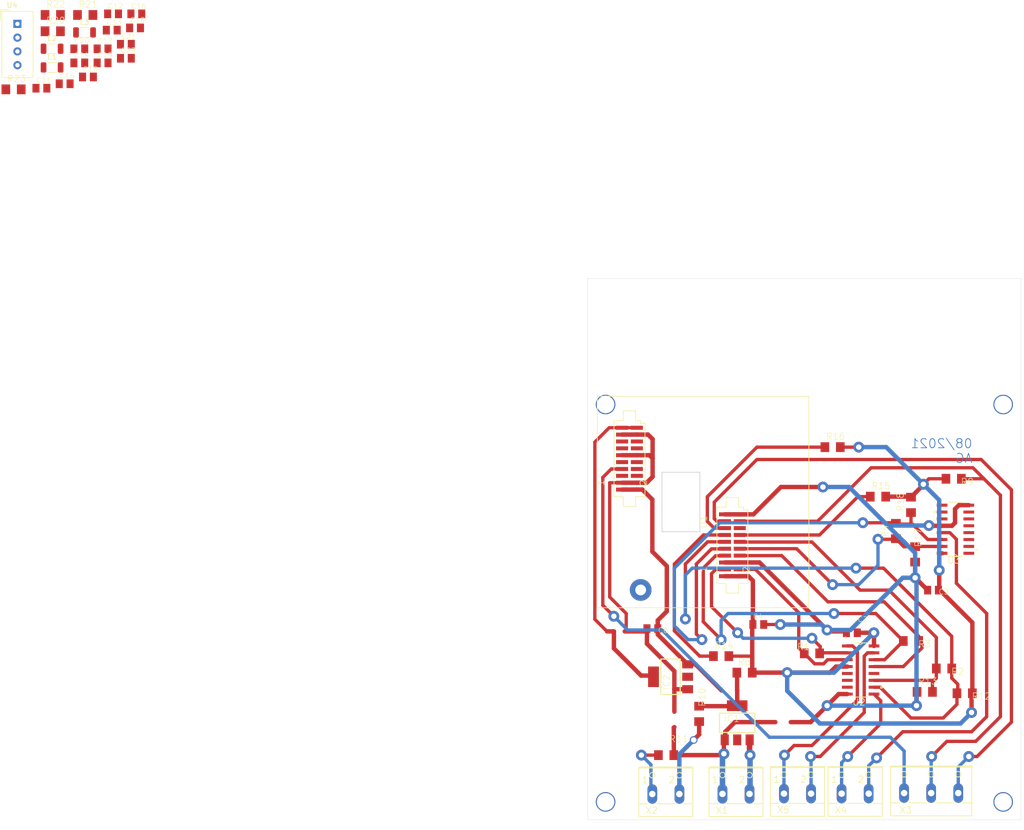
<source format=kicad_pcb>
(kicad_pcb (version 20171130) (host pcbnew "(5.1.9)-1")

  (general
    (thickness 1.6)
    (drawings 5)
    (tracks 375)
    (zones 0)
    (modules 50)
    (nets 38)
  )

  (page A4)
  (layers
    (0 Top signal)
    (31 Bottom signal)
    (32 B.Adhes user)
    (33 F.Adhes user)
    (34 B.Paste user)
    (35 F.Paste user)
    (36 B.SilkS user)
    (37 F.SilkS user)
    (38 B.Mask user)
    (39 F.Mask user)
    (40 Dwgs.User user)
    (41 Cmts.User user)
    (42 Eco1.User user)
    (43 Eco2.User user)
    (44 Edge.Cuts user)
    (45 Margin user)
    (46 B.CrtYd user)
    (47 F.CrtYd user)
    (48 B.Fab user)
    (49 F.Fab user)
  )

  (setup
    (last_trace_width 0.25)
    (trace_clearance 0.1524)
    (zone_clearance 0.508)
    (zone_45_only no)
    (trace_min 0.2)
    (via_size 0.8)
    (via_drill 0.4)
    (via_min_size 0.4)
    (via_min_drill 0.3)
    (uvia_size 0.3)
    (uvia_drill 0.1)
    (uvias_allowed no)
    (uvia_min_size 0.2)
    (uvia_min_drill 0.1)
    (edge_width 0.05)
    (segment_width 0.2)
    (pcb_text_width 0.3)
    (pcb_text_size 1.5 1.5)
    (mod_edge_width 0.12)
    (mod_text_size 1 1)
    (mod_text_width 0.15)
    (pad_size 1.524 1.524)
    (pad_drill 0.762)
    (pad_to_mask_clearance 0)
    (aux_axis_origin 0 0)
    (visible_elements 7FFFFFFF)
    (pcbplotparams
      (layerselection 0x010fc_ffffffff)
      (usegerberextensions false)
      (usegerberattributes true)
      (usegerberadvancedattributes true)
      (creategerberjobfile true)
      (excludeedgelayer true)
      (linewidth 0.100000)
      (plotframeref false)
      (viasonmask false)
      (mode 1)
      (useauxorigin false)
      (hpglpennumber 1)
      (hpglpenspeed 20)
      (hpglpendiameter 15.000000)
      (psnegative false)
      (psa4output false)
      (plotreference true)
      (plotvalue true)
      (plotinvisibletext false)
      (padsonsilk false)
      (subtractmaskfromsilk false)
      (outputformat 1)
      (mirror false)
      (drillshape 1)
      (scaleselection 1)
      (outputdirectory ""))
  )

  (net 0 "")
  (net 1 AGND)
  (net 2 GND)
  (net 3 VDD)
  (net 4 VCC)
  (net 5 /HV)
  (net 6 /AVFE)
  (net 7 /PWR_ON)
  (net 8 /RST)
  (net 9 /GPIO)
  (net 10 "Net-(R16-Pad1)")
  (net 11 "Net-(R15-Pad1)")
  (net 12 "Net-(R14-Pad1)")
  (net 13 /SS_N)
  (net 14 /SS_P)
  (net 15 /MISO_N)
  (net 16 /MISO_P)
  (net 17 /MOSI_N)
  (net 18 /MOSI_P)
  (net 19 /CLK_N)
  (net 20 /CLK_P)
  (net 21 /MOSI)
  (net 22 /SS)
  (net 23 /CLK)
  (net 24 /MISO)
  (net 25 /LED-)
  (net 26 /LED+)
  (net 27 "Net-(R18-Pad1)")
  (net 28 /VIN5V)
  (net 29 /AVFE_LDO)
  (net 30 "Net-(C12-Pad2)")
  (net 31 "Net-(C12-Pad1)")
  (net 32 "Net-(C13-Pad2)")
  (net 33 "Net-(C13-Pad1)")
  (net 34 "Net-(C17-Pad2)")
  (net 35 "Net-(C17-Pad1)")
  (net 36 "Net-(C21-Pad2)")
  (net 37 "Net-(C21-Pad1)")

  (net_class Default "This is the default net class."
    (clearance 0.1524)
    (trace_width 0.25)
    (via_dia 0.8)
    (via_drill 0.4)
    (uvia_dia 0.3)
    (uvia_drill 0.1)
    (add_net /AVFE)
    (add_net /AVFE_LDO)
    (add_net /CLK)
    (add_net /CLK_N)
    (add_net /CLK_P)
    (add_net /EXT_PICO_600V)
    (add_net /EXT_PICO_GND)
    (add_net /GPIO)
    (add_net /HV)
    (add_net /LED+)
    (add_net /LED-)
    (add_net /MISO)
    (add_net /MISO_N)
    (add_net /MISO_P)
    (add_net /MOSI)
    (add_net /MOSI_N)
    (add_net /MOSI_P)
    (add_net /PWR_ON)
    (add_net /RST)
    (add_net /SS)
    (add_net /SS_N)
    (add_net /SS_P)
    (add_net /VIN5V)
    (add_net AGND)
    (add_net GND)
    (add_net "Net-(C12-Pad1)")
    (add_net "Net-(C12-Pad2)")
    (add_net "Net-(C13-Pad1)")
    (add_net "Net-(C13-Pad2)")
    (add_net "Net-(C17-Pad1)")
    (add_net "Net-(C17-Pad2)")
    (add_net "Net-(C21-Pad1)")
    (add_net "Net-(C21-Pad2)")
    (add_net "Net-(R14-Pad1)")
    (add_net "Net-(R15-Pad1)")
    (add_net "Net-(R16-Pad1)")
    (add_net "Net-(R18-Pad1)")
    (add_net "Net-(U1-Pad25)")
    (add_net "Net-(U2-Pad12)")
    (add_net "Net-(U2-Pad5)")
    (add_net "Net-(U2-Pad6)")
    (add_net "Net-(U2-Pad7)")
    (add_net "Net-(U3-Pad1)")
    (add_net "Net-(U3-Pad10)")
    (add_net "Net-(U3-Pad11)")
    (add_net "Net-(U3-Pad2)")
    (add_net "Net-(U3-Pad3)")
    (add_net "Net-(U3-Pad4)")
    (add_net "Net-(U3-Pad5)")
    (add_net "Net-(U3-Pad6)")
    (add_net "Net-(U3-Pad7)")
    (add_net "Net-(U3-Pad9)")
    (add_net "Net-(U4-Pad2)")
    (add_net "Net-(U4-Pad3)")
    (add_net "Net-(U4-Pad4)")
    (add_net VCC)
    (add_net VDD)
  )

  (module Sensor:Aosong_DHT11_5.5x12.0_P2.54mm (layer Top) (tedit 5C4B60CF) (tstamp 6124139F)
    (at 3.220001 2.660001)
    (descr "Temperature and humidity module, http://akizukidenshi.com/download/ds/aosong/DHT11.pdf")
    (tags "Temperature and humidity module")
    (path /6156F1D7)
    (fp_text reference U4 (at -1 -3.5) (layer F.SilkS)
      (effects (font (size 1 1) (thickness 0.15)))
    )
    (fp_text value DHT11 (at 0 11.3) (layer F.Fab)
      (effects (font (size 1 1) (thickness 0.15)))
    )
    (fp_text user %R (at 0 3.81) (layer F.Fab)
      (effects (font (size 1 1) (thickness 0.15)))
    )
    (fp_line (start -1.75 -2.19) (end 2.75 -2.19) (layer F.Fab) (width 0.1))
    (fp_line (start 2.75 -2.19) (end 2.75 9.81) (layer F.Fab) (width 0.1))
    (fp_line (start 2.75 9.81) (end -2.75 9.81) (layer F.Fab) (width 0.1))
    (fp_line (start -2.75 -1.19) (end -2.75 9.81) (layer F.Fab) (width 0.1))
    (fp_line (start -2.87 -2.32) (end 2.87 -2.32) (layer F.SilkS) (width 0.12))
    (fp_line (start 2.88 -2.32) (end 2.88 9.94) (layer F.SilkS) (width 0.12))
    (fp_line (start 2.88 9.94) (end -2.88 9.94) (layer F.SilkS) (width 0.12))
    (fp_line (start -2.88 9.94) (end -2.88 -2.31) (layer F.SilkS) (width 0.12))
    (fp_line (start -3 -2.44) (end 3 -2.44) (layer F.CrtYd) (width 0.05))
    (fp_line (start 3 -2.44) (end 3 10.06) (layer F.CrtYd) (width 0.05))
    (fp_line (start 3 10.06) (end -3 10.06) (layer F.CrtYd) (width 0.05))
    (fp_line (start -3 10.06) (end -3 -2.44) (layer F.CrtYd) (width 0.05))
    (fp_line (start -2.75 -1.19) (end -1.75 -2.19) (layer F.Fab) (width 0.1))
    (fp_line (start -3.16 -2.6) (end -3.16 -0.6) (layer F.SilkS) (width 0.12))
    (fp_line (start -3.16 -2.6) (end -1.55 -2.6) (layer F.SilkS) (width 0.12))
    (pad 4 thru_hole circle (at 0 7.62) (size 1.5 1.5) (drill 0.8) (layers *.Cu *.Mask))
    (pad 3 thru_hole circle (at 0 5.08) (size 1.5 1.5) (drill 0.8) (layers *.Cu *.Mask))
    (pad 2 thru_hole circle (at 0 2.54) (size 1.5 1.5) (drill 0.8) (layers *.Cu *.Mask))
    (pad 1 thru_hole rect (at 0 0) (size 1.5 1.5) (drill 0.8) (layers *.Cu *.Mask)
      (net 4 VCC))
    (model ${KISYS3DMOD}/Sensor.3dshapes/Aosong_DHT11_5.5x12.0_P2.54mm.wrl
      (at (xyz 0 0 0))
      (scale (xyz 1 1 1))
      (rotate (xyz 0 0 0))
    )
  )

  (module CZTBoardV3:R1206 (layer Top) (tedit 0) (tstamp 61241105)
    (at 2.498401 14.748401)
    (descr <b>RESISTOR</b>)
    (path /6146570F)
    (fp_text reference R23 (at -1.27 -1.27 -180) (layer F.SilkS)
      (effects (font (size 1.2065 1.2065) (thickness 0.09652)) (justify left bottom))
    )
    (fp_text value 10E (at -1.27 2.54 -180) (layer F.Fab)
      (effects (font (size 1.2065 1.2065) (thickness 0.09652)) (justify left bottom))
    )
    (fp_line (start 0.9525 0.8128) (end -0.9652 0.8128) (layer F.Fab) (width 0.1524))
    (fp_line (start 0.9525 -0.8128) (end -0.9652 -0.8128) (layer F.Fab) (width 0.1524))
    (fp_line (start -2.473 -0.983) (end 2.473 -0.983) (layer Dwgs.User) (width 0.0508))
    (fp_line (start 2.473 -0.983) (end 2.473 0.983) (layer Dwgs.User) (width 0.0508))
    (fp_line (start 2.473 0.983) (end -2.473 0.983) (layer Dwgs.User) (width 0.0508))
    (fp_line (start -2.473 0.983) (end -2.473 -0.983) (layer Dwgs.User) (width 0.0508))
    (fp_poly (pts (xy -1.6891 0.8763) (xy -0.9525 0.8763) (xy -0.9525 -0.8763) (xy -1.6891 -0.8763)) (layer F.Fab) (width 0))
    (fp_poly (pts (xy 0.9525 0.8763) (xy 1.6891 0.8763) (xy 1.6891 -0.8763) (xy 0.9525 -0.8763)) (layer F.Fab) (width 0))
    (fp_poly (pts (xy -0.3 0.7) (xy 0.3 0.7) (xy 0.3 -0.7) (xy -0.3 -0.7)) (layer F.Adhes) (width 0))
    (pad 1 smd rect (at -1.422 0) (size 1.6 1.803) (layers Top F.Paste F.Mask)
      (net 4 VCC) (solder_mask_margin 0.1016))
    (pad 2 smd rect (at 1.422 0) (size 1.6 1.803) (layers Top F.Paste F.Mask)
      (net 37 "Net-(C21-Pad1)") (solder_mask_margin 0.1016))
  )

  (module CZTBoardV3:R1206 (layer Top) (tedit 0) (tstamp 612410F6)
    (at 9.738401 1.008401)
    (descr <b>RESISTOR</b>)
    (path /6139064E)
    (fp_text reference R22 (at -1.27 -1.27 -180) (layer F.SilkS)
      (effects (font (size 1.2065 1.2065) (thickness 0.09652)) (justify left bottom))
    )
    (fp_text value 10E (at -1.27 2.54 -180) (layer F.Fab)
      (effects (font (size 1.2065 1.2065) (thickness 0.09652)) (justify left bottom))
    )
    (fp_line (start 0.9525 0.8128) (end -0.9652 0.8128) (layer F.Fab) (width 0.1524))
    (fp_line (start 0.9525 -0.8128) (end -0.9652 -0.8128) (layer F.Fab) (width 0.1524))
    (fp_line (start -2.473 -0.983) (end 2.473 -0.983) (layer Dwgs.User) (width 0.0508))
    (fp_line (start 2.473 -0.983) (end 2.473 0.983) (layer Dwgs.User) (width 0.0508))
    (fp_line (start 2.473 0.983) (end -2.473 0.983) (layer Dwgs.User) (width 0.0508))
    (fp_line (start -2.473 0.983) (end -2.473 -0.983) (layer Dwgs.User) (width 0.0508))
    (fp_poly (pts (xy -1.6891 0.8763) (xy -0.9525 0.8763) (xy -0.9525 -0.8763) (xy -1.6891 -0.8763)) (layer F.Fab) (width 0))
    (fp_poly (pts (xy 0.9525 0.8763) (xy 1.6891 0.8763) (xy 1.6891 -0.8763) (xy 0.9525 -0.8763)) (layer F.Fab) (width 0))
    (fp_poly (pts (xy -0.3 0.7) (xy 0.3 0.7) (xy 0.3 -0.7) (xy -0.3 -0.7)) (layer F.Adhes) (width 0))
    (pad 1 smd rect (at -1.422 0) (size 1.6 1.803) (layers Top F.Paste F.Mask)
      (net 3 VDD) (solder_mask_margin 0.1016))
    (pad 2 smd rect (at 1.422 0) (size 1.6 1.803) (layers Top F.Paste F.Mask)
      (net 35 "Net-(C17-Pad1)") (solder_mask_margin 0.1016))
  )

  (module CZTBoardV3:R1206 (layer Top) (tedit 0) (tstamp 612410E7)
    (at 15.728401 1.008401)
    (descr <b>RESISTOR</b>)
    (path /612AEB9C)
    (fp_text reference R21 (at -1.27 -1.27 -180) (layer F.SilkS)
      (effects (font (size 1.2065 1.2065) (thickness 0.09652)) (justify left bottom))
    )
    (fp_text value 10E (at -1.27 2.54 -180) (layer F.Fab)
      (effects (font (size 1.2065 1.2065) (thickness 0.09652)) (justify left bottom))
    )
    (fp_line (start 0.9525 0.8128) (end -0.9652 0.8128) (layer F.Fab) (width 0.1524))
    (fp_line (start 0.9525 -0.8128) (end -0.9652 -0.8128) (layer F.Fab) (width 0.1524))
    (fp_line (start -2.473 -0.983) (end 2.473 -0.983) (layer Dwgs.User) (width 0.0508))
    (fp_line (start 2.473 -0.983) (end 2.473 0.983) (layer Dwgs.User) (width 0.0508))
    (fp_line (start 2.473 0.983) (end -2.473 0.983) (layer Dwgs.User) (width 0.0508))
    (fp_line (start -2.473 0.983) (end -2.473 -0.983) (layer Dwgs.User) (width 0.0508))
    (fp_poly (pts (xy -1.6891 0.8763) (xy -0.9525 0.8763) (xy -0.9525 -0.8763) (xy -1.6891 -0.8763)) (layer F.Fab) (width 0))
    (fp_poly (pts (xy 0.9525 0.8763) (xy 1.6891 0.8763) (xy 1.6891 -0.8763) (xy 0.9525 -0.8763)) (layer F.Fab) (width 0))
    (fp_poly (pts (xy -0.3 0.7) (xy 0.3 0.7) (xy 0.3 -0.7) (xy -0.3 -0.7)) (layer F.Adhes) (width 0))
    (pad 1 smd rect (at -1.422 0) (size 1.6 1.803) (layers Top F.Paste F.Mask)
      (net 31 "Net-(C12-Pad1)") (solder_mask_margin 0.1016))
    (pad 2 smd rect (at 1.422 0) (size 1.6 1.803) (layers Top F.Paste F.Mask)
      (net 33 "Net-(C13-Pad1)") (solder_mask_margin 0.1016))
  )

  (module CZTBoardV3:R1206 (layer Top) (tedit 0) (tstamp 612410D8)
    (at 9.738401 4.018401)
    (descr <b>RESISTOR</b>)
    (path /611DDABD)
    (fp_text reference R20 (at -1.27 -1.27 -180) (layer F.SilkS)
      (effects (font (size 1.2065 1.2065) (thickness 0.09652)) (justify left bottom))
    )
    (fp_text value 470k (at -1.27 2.54 -180) (layer F.Fab)
      (effects (font (size 1.2065 1.2065) (thickness 0.09652)) (justify left bottom))
    )
    (fp_line (start 0.9525 0.8128) (end -0.9652 0.8128) (layer F.Fab) (width 0.1524))
    (fp_line (start 0.9525 -0.8128) (end -0.9652 -0.8128) (layer F.Fab) (width 0.1524))
    (fp_line (start -2.473 -0.983) (end 2.473 -0.983) (layer Dwgs.User) (width 0.0508))
    (fp_line (start 2.473 -0.983) (end 2.473 0.983) (layer Dwgs.User) (width 0.0508))
    (fp_line (start 2.473 0.983) (end -2.473 0.983) (layer Dwgs.User) (width 0.0508))
    (fp_line (start -2.473 0.983) (end -2.473 -0.983) (layer Dwgs.User) (width 0.0508))
    (fp_poly (pts (xy -1.6891 0.8763) (xy -0.9525 0.8763) (xy -0.9525 -0.8763) (xy -1.6891 -0.8763)) (layer F.Fab) (width 0))
    (fp_poly (pts (xy 0.9525 0.8763) (xy 1.6891 0.8763) (xy 1.6891 -0.8763) (xy 0.9525 -0.8763)) (layer F.Fab) (width 0))
    (fp_poly (pts (xy -0.3 0.7) (xy 0.3 0.7) (xy 0.3 -0.7) (xy -0.3 -0.7)) (layer F.Adhes) (width 0))
    (pad 1 smd rect (at -1.422 0) (size 1.6 1.803) (layers Top F.Paste F.Mask)
      (solder_mask_margin 0.1016))
    (pad 2 smd rect (at 1.422 0) (size 1.6 1.803) (layers Top F.Paste F.Mask)
      (net 5 /HV) (solder_mask_margin 0.1016))
  )

  (module Inductor_SMD:L_1206_3216Metric (layer Top) (tedit 5F68FEF0) (tstamp 61240F25)
    (at 15.605001 4.235001)
    (descr "Inductor SMD 1206 (3216 Metric), square (rectangular) end terminal, IPC_7351 nominal, (Body size source: IPC-SM-782 page 80, https://www.pcb-3d.com/wordpress/wp-content/uploads/ipc-sm-782a_amendment_1_and_2.pdf), generated with kicad-footprint-generator")
    (tags inductor)
    (path /614656F1)
    (attr smd)
    (fp_text reference L3 (at 0 -1.9) (layer F.SilkS)
      (effects (font (size 1 1) (thickness 0.15)))
    )
    (fp_text value 100uH (at 0 1.9) (layer F.Fab)
      (effects (font (size 1 1) (thickness 0.15)))
    )
    (fp_text user %R (at 0 0) (layer F.Fab)
      (effects (font (size 0.8 0.8) (thickness 0.12)))
    )
    (fp_line (start -1.6 0.8) (end -1.6 -0.8) (layer F.Fab) (width 0.1))
    (fp_line (start -1.6 -0.8) (end 1.6 -0.8) (layer F.Fab) (width 0.1))
    (fp_line (start 1.6 -0.8) (end 1.6 0.8) (layer F.Fab) (width 0.1))
    (fp_line (start 1.6 0.8) (end -1.6 0.8) (layer F.Fab) (width 0.1))
    (fp_line (start -0.835242 -0.91) (end 0.835242 -0.91) (layer F.SilkS) (width 0.12))
    (fp_line (start -0.835242 0.91) (end 0.835242 0.91) (layer F.SilkS) (width 0.12))
    (fp_line (start -2.35 1.2) (end -2.35 -1.2) (layer F.CrtYd) (width 0.05))
    (fp_line (start -2.35 -1.2) (end 2.35 -1.2) (layer F.CrtYd) (width 0.05))
    (fp_line (start 2.35 -1.2) (end 2.35 1.2) (layer F.CrtYd) (width 0.05))
    (fp_line (start 2.35 1.2) (end -2.35 1.2) (layer F.CrtYd) (width 0.05))
    (pad 2 smd roundrect (at 1.575 0) (size 1.05 1.9) (layers Top F.Paste F.Mask) (roundrect_rratio 0.238095)
      (net 4 VCC))
    (pad 1 smd roundrect (at -1.575 0) (size 1.05 1.9) (layers Top F.Paste F.Mask) (roundrect_rratio 0.238095)
      (net 4 VCC))
    (model ${KISYS3DMOD}/Inductor_SMD.3dshapes/L_1206_3216Metric.wrl
      (at (xyz 0 0 0))
      (scale (xyz 1 1 1))
      (rotate (xyz 0 0 0))
    )
  )

  (module Inductor_SMD:L_1206_3216Metric (layer Top) (tedit 5F68FEF0) (tstamp 61240F14)
    (at 9.615001 7.245001)
    (descr "Inductor SMD 1206 (3216 Metric), square (rectangular) end terminal, IPC_7351 nominal, (Body size source: IPC-SM-782 page 80, https://www.pcb-3d.com/wordpress/wp-content/uploads/ipc-sm-782a_amendment_1_and_2.pdf), generated with kicad-footprint-generator")
    (tags inductor)
    (path /6138AF9F)
    (attr smd)
    (fp_text reference L2 (at 0 -1.9) (layer F.SilkS)
      (effects (font (size 1 1) (thickness 0.15)))
    )
    (fp_text value 100uH (at 0 1.9) (layer F.Fab)
      (effects (font (size 1 1) (thickness 0.15)))
    )
    (fp_text user %R (at 0 0) (layer F.Fab)
      (effects (font (size 0.8 0.8) (thickness 0.12)))
    )
    (fp_line (start -1.6 0.8) (end -1.6 -0.8) (layer F.Fab) (width 0.1))
    (fp_line (start -1.6 -0.8) (end 1.6 -0.8) (layer F.Fab) (width 0.1))
    (fp_line (start 1.6 -0.8) (end 1.6 0.8) (layer F.Fab) (width 0.1))
    (fp_line (start 1.6 0.8) (end -1.6 0.8) (layer F.Fab) (width 0.1))
    (fp_line (start -0.835242 -0.91) (end 0.835242 -0.91) (layer F.SilkS) (width 0.12))
    (fp_line (start -0.835242 0.91) (end 0.835242 0.91) (layer F.SilkS) (width 0.12))
    (fp_line (start -2.35 1.2) (end -2.35 -1.2) (layer F.CrtYd) (width 0.05))
    (fp_line (start -2.35 -1.2) (end 2.35 -1.2) (layer F.CrtYd) (width 0.05))
    (fp_line (start 2.35 -1.2) (end 2.35 1.2) (layer F.CrtYd) (width 0.05))
    (fp_line (start 2.35 1.2) (end -2.35 1.2) (layer F.CrtYd) (width 0.05))
    (pad 2 smd roundrect (at 1.575 0) (size 1.05 1.9) (layers Top F.Paste F.Mask) (roundrect_rratio 0.238095)
      (net 3 VDD))
    (pad 1 smd roundrect (at -1.575 0) (size 1.05 1.9) (layers Top F.Paste F.Mask) (roundrect_rratio 0.238095)
      (net 3 VDD))
    (model ${KISYS3DMOD}/Inductor_SMD.3dshapes/L_1206_3216Metric.wrl
      (at (xyz 0 0 0))
      (scale (xyz 1 1 1))
      (rotate (xyz 0 0 0))
    )
  )

  (module Inductor_SMD:L_1206_3216Metric (layer Top) (tedit 5F68FEF0) (tstamp 61240F03)
    (at 9.615001 10.695001)
    (descr "Inductor SMD 1206 (3216 Metric), square (rectangular) end terminal, IPC_7351 nominal, (Body size source: IPC-SM-782 page 80, https://www.pcb-3d.com/wordpress/wp-content/uploads/ipc-sm-782a_amendment_1_and_2.pdf), generated with kicad-footprint-generator")
    (tags inductor)
    (path /612ABEA8)
    (attr smd)
    (fp_text reference L1 (at 0 -1.9) (layer F.SilkS)
      (effects (font (size 1 1) (thickness 0.15)))
    )
    (fp_text value 40uH (at 0 1.9) (layer F.Fab)
      (effects (font (size 1 1) (thickness 0.15)))
    )
    (fp_text user %R (at 0 0) (layer F.Fab)
      (effects (font (size 0.8 0.8) (thickness 0.12)))
    )
    (fp_line (start -1.6 0.8) (end -1.6 -0.8) (layer F.Fab) (width 0.1))
    (fp_line (start -1.6 -0.8) (end 1.6 -0.8) (layer F.Fab) (width 0.1))
    (fp_line (start 1.6 -0.8) (end 1.6 0.8) (layer F.Fab) (width 0.1))
    (fp_line (start 1.6 0.8) (end -1.6 0.8) (layer F.Fab) (width 0.1))
    (fp_line (start -0.835242 -0.91) (end 0.835242 -0.91) (layer F.SilkS) (width 0.12))
    (fp_line (start -0.835242 0.91) (end 0.835242 0.91) (layer F.SilkS) (width 0.12))
    (fp_line (start -2.35 1.2) (end -2.35 -1.2) (layer F.CrtYd) (width 0.05))
    (fp_line (start -2.35 -1.2) (end 2.35 -1.2) (layer F.CrtYd) (width 0.05))
    (fp_line (start 2.35 -1.2) (end 2.35 1.2) (layer F.CrtYd) (width 0.05))
    (fp_line (start 2.35 1.2) (end -2.35 1.2) (layer F.CrtYd) (width 0.05))
    (pad 2 smd roundrect (at 1.575 0) (size 1.05 1.9) (layers Top F.Paste F.Mask) (roundrect_rratio 0.238095)
      (net 31 "Net-(C12-Pad1)"))
    (pad 1 smd roundrect (at -1.575 0) (size 1.05 1.9) (layers Top F.Paste F.Mask) (roundrect_rratio 0.238095)
      (net 29 /AVFE_LDO))
    (model ${KISYS3DMOD}/Inductor_SMD.3dshapes/L_1206_3216Metric.wrl
      (at (xyz 0 0 0))
      (scale (xyz 1 1 1))
      (rotate (xyz 0 0 0))
    )
  )

  (module CZTBoardV3:C0805K (layer Top) (tedit 0) (tstamp 61240E7E)
    (at 23.24 9.01)
    (descr "<b>Ceramic Chip Capacitor KEMET 0805 reflow solder</b><p>\nMetric Code Size 2012")
    (path /61465703)
    (fp_text reference C22 (at -1 -0.875 -180) (layer F.SilkS)
      (effects (font (size 0.9652 0.9652) (thickness 0.077216)) (justify left bottom))
    )
    (fp_text value 4.7uF (at -1 1.9 -180) (layer F.Fab)
      (effects (font (size 0.9652 0.9652) (thickness 0.077216)) (justify left bottom))
    )
    (fp_line (start -0.925 -0.6) (end 0.925 -0.6) (layer F.Fab) (width 0.1016))
    (fp_line (start 0.925 0.6) (end -0.925 0.6) (layer F.Fab) (width 0.1016))
    (fp_poly (pts (xy -1 0.65) (xy -0.5 0.65) (xy -0.5 -0.65) (xy -1 -0.65)) (layer F.Fab) (width 0))
    (fp_poly (pts (xy 0.5 0.65) (xy 1 0.65) (xy 1 -0.65) (xy 0.5 -0.65)) (layer F.Fab) (width 0))
    (pad 2 smd rect (at 1 0) (size 1.3 1.6) (layers Top F.Paste F.Mask)
      (net 1 AGND) (solder_mask_margin 0.1016))
    (pad 1 smd rect (at -1 0) (size 1.3 1.6) (layers Top F.Paste F.Mask)
      (net 36 "Net-(C21-Pad2)") (solder_mask_margin 0.1016))
  )

  (module CZTBoardV3:C0805K (layer Top) (tedit 0) (tstamp 61240E74)
    (at 23.24 6.41)
    (descr "<b>Ceramic Chip Capacitor KEMET 0805 reflow solder</b><p>\nMetric Code Size 2012")
    (path /61465709)
    (fp_text reference C21 (at -1 -0.875 -180) (layer F.SilkS)
      (effects (font (size 0.9652 0.9652) (thickness 0.077216)) (justify left bottom))
    )
    (fp_text value 4.7uF (at -1 1.9 -180) (layer F.Fab)
      (effects (font (size 0.9652 0.9652) (thickness 0.077216)) (justify left bottom))
    )
    (fp_line (start -0.925 -0.6) (end 0.925 -0.6) (layer F.Fab) (width 0.1016))
    (fp_line (start 0.925 0.6) (end -0.925 0.6) (layer F.Fab) (width 0.1016))
    (fp_poly (pts (xy -1 0.65) (xy -0.5 0.65) (xy -0.5 -0.65) (xy -1 -0.65)) (layer F.Fab) (width 0))
    (fp_poly (pts (xy 0.5 0.65) (xy 1 0.65) (xy 1 -0.65) (xy 0.5 -0.65)) (layer F.Fab) (width 0))
    (pad 2 smd rect (at 1 0) (size 1.3 1.6) (layers Top F.Paste F.Mask)
      (net 36 "Net-(C21-Pad2)") (solder_mask_margin 0.1016))
    (pad 1 smd rect (at -1 0) (size 1.3 1.6) (layers Top F.Paste F.Mask)
      (net 37 "Net-(C21-Pad1)") (solder_mask_margin 0.1016))
  )

  (module CZTBoardV3:C0805K (layer Top) (tedit 0) (tstamp 61240E6A)
    (at 14.64 7.26)
    (descr "<b>Ceramic Chip Capacitor KEMET 0805 reflow solder</b><p>\nMetric Code Size 2012")
    (path /61465715)
    (fp_text reference C20 (at -1 -0.875 -180) (layer F.SilkS)
      (effects (font (size 0.9652 0.9652) (thickness 0.077216)) (justify left bottom))
    )
    (fp_text value 0.1uF (at -1 1.9 -180) (layer F.Fab)
      (effects (font (size 0.9652 0.9652) (thickness 0.077216)) (justify left bottom))
    )
    (fp_line (start -0.925 -0.6) (end 0.925 -0.6) (layer F.Fab) (width 0.1016))
    (fp_line (start 0.925 0.6) (end -0.925 0.6) (layer F.Fab) (width 0.1016))
    (fp_poly (pts (xy -1 0.65) (xy -0.5 0.65) (xy -0.5 -0.65) (xy -1 -0.65)) (layer F.Fab) (width 0))
    (fp_poly (pts (xy 0.5 0.65) (xy 1 0.65) (xy 1 -0.65) (xy 0.5 -0.65)) (layer F.Fab) (width 0))
    (pad 2 smd rect (at 1 0) (size 1.3 1.6) (layers Top F.Paste F.Mask)
      (net 1 AGND) (solder_mask_margin 0.1016))
    (pad 1 smd rect (at -1 0) (size 1.3 1.6) (layers Top F.Paste F.Mask)
      (net 4 VCC) (solder_mask_margin 0.1016))
  )

  (module CZTBoardV3:C0805K (layer Top) (tedit 0) (tstamp 61240E60)
    (at 18.94 9.86)
    (descr "<b>Ceramic Chip Capacitor KEMET 0805 reflow solder</b><p>\nMetric Code Size 2012")
    (path /614656F7)
    (fp_text reference C19 (at -1 -0.875 -180) (layer F.SilkS)
      (effects (font (size 0.9652 0.9652) (thickness 0.077216)) (justify left bottom))
    )
    (fp_text value 0.1uF (at -1 1.9 -180) (layer F.Fab)
      (effects (font (size 0.9652 0.9652) (thickness 0.077216)) (justify left bottom))
    )
    (fp_line (start -0.925 -0.6) (end 0.925 -0.6) (layer F.Fab) (width 0.1016))
    (fp_line (start 0.925 0.6) (end -0.925 0.6) (layer F.Fab) (width 0.1016))
    (fp_poly (pts (xy -1 0.65) (xy -0.5 0.65) (xy -0.5 -0.65) (xy -1 -0.65)) (layer F.Fab) (width 0))
    (fp_poly (pts (xy 0.5 0.65) (xy 1 0.65) (xy 1 -0.65) (xy 0.5 -0.65)) (layer F.Fab) (width 0))
    (pad 2 smd rect (at 1 0) (size 1.3 1.6) (layers Top F.Paste F.Mask)
      (net 1 AGND) (solder_mask_margin 0.1016))
    (pad 1 smd rect (at -1 0) (size 1.3 1.6) (layers Top F.Paste F.Mask)
      (net 4 VCC) (solder_mask_margin 0.1016))
  )

  (module CZTBoardV3:C0805K (layer Top) (tedit 0) (tstamp 61240E56)
    (at 24.93 3.4)
    (descr "<b>Ceramic Chip Capacitor KEMET 0805 reflow solder</b><p>\nMetric Code Size 2012")
    (path /61390642)
    (fp_text reference C18 (at -1 -0.875 -180) (layer F.SilkS)
      (effects (font (size 0.9652 0.9652) (thickness 0.077216)) (justify left bottom))
    )
    (fp_text value 4.7uF (at -1 1.9 -180) (layer F.Fab)
      (effects (font (size 0.9652 0.9652) (thickness 0.077216)) (justify left bottom))
    )
    (fp_line (start -0.925 -0.6) (end 0.925 -0.6) (layer F.Fab) (width 0.1016))
    (fp_line (start 0.925 0.6) (end -0.925 0.6) (layer F.Fab) (width 0.1016))
    (fp_poly (pts (xy -1 0.65) (xy -0.5 0.65) (xy -0.5 -0.65) (xy -1 -0.65)) (layer F.Fab) (width 0))
    (fp_poly (pts (xy 0.5 0.65) (xy 1 0.65) (xy 1 -0.65) (xy 0.5 -0.65)) (layer F.Fab) (width 0))
    (pad 2 smd rect (at 1 0) (size 1.3 1.6) (layers Top F.Paste F.Mask)
      (net 1 AGND) (solder_mask_margin 0.1016))
    (pad 1 smd rect (at -1 0) (size 1.3 1.6) (layers Top F.Paste F.Mask)
      (net 34 "Net-(C17-Pad2)") (solder_mask_margin 0.1016))
  )

  (module CZTBoardV3:C0805K (layer Top) (tedit 0) (tstamp 61240E4C)
    (at 18.94 7.26)
    (descr "<b>Ceramic Chip Capacitor KEMET 0805 reflow solder</b><p>\nMetric Code Size 2012")
    (path /61390648)
    (fp_text reference C17 (at -1 -0.875 -180) (layer F.SilkS)
      (effects (font (size 0.9652 0.9652) (thickness 0.077216)) (justify left bottom))
    )
    (fp_text value 4.7uF (at -1 1.9 -180) (layer F.Fab)
      (effects (font (size 0.9652 0.9652) (thickness 0.077216)) (justify left bottom))
    )
    (fp_line (start -0.925 -0.6) (end 0.925 -0.6) (layer F.Fab) (width 0.1016))
    (fp_line (start 0.925 0.6) (end -0.925 0.6) (layer F.Fab) (width 0.1016))
    (fp_poly (pts (xy -1 0.65) (xy -0.5 0.65) (xy -0.5 -0.65) (xy -1 -0.65)) (layer F.Fab) (width 0))
    (fp_poly (pts (xy 0.5 0.65) (xy 1 0.65) (xy 1 -0.65) (xy 0.5 -0.65)) (layer F.Fab) (width 0))
    (pad 2 smd rect (at 1 0) (size 1.3 1.6) (layers Top F.Paste F.Mask)
      (net 34 "Net-(C17-Pad2)") (solder_mask_margin 0.1016))
    (pad 1 smd rect (at -1 0) (size 1.3 1.6) (layers Top F.Paste F.Mask)
      (net 35 "Net-(C17-Pad1)") (solder_mask_margin 0.1016))
  )

  (module CZTBoardV3:C0805K (layer Top) (tedit 0) (tstamp 61240E42)
    (at 25.17 0.8)
    (descr "<b>Ceramic Chip Capacitor KEMET 0805 reflow solder</b><p>\nMetric Code Size 2012")
    (path /613E02D2)
    (fp_text reference C16 (at -1 -0.875 -180) (layer F.SilkS)
      (effects (font (size 0.9652 0.9652) (thickness 0.077216)) (justify left bottom))
    )
    (fp_text value 0.1uF (at -1 1.9 -180) (layer F.Fab)
      (effects (font (size 0.9652 0.9652) (thickness 0.077216)) (justify left bottom))
    )
    (fp_line (start -0.925 -0.6) (end 0.925 -0.6) (layer F.Fab) (width 0.1016))
    (fp_line (start 0.925 0.6) (end -0.925 0.6) (layer F.Fab) (width 0.1016))
    (fp_poly (pts (xy -1 0.65) (xy -0.5 0.65) (xy -0.5 -0.65) (xy -1 -0.65)) (layer F.Fab) (width 0))
    (fp_poly (pts (xy 0.5 0.65) (xy 1 0.65) (xy 1 -0.65) (xy 0.5 -0.65)) (layer F.Fab) (width 0))
    (pad 2 smd rect (at 1 0) (size 1.3 1.6) (layers Top F.Paste F.Mask)
      (net 1 AGND) (solder_mask_margin 0.1016))
    (pad 1 smd rect (at -1 0) (size 1.3 1.6) (layers Top F.Paste F.Mask)
      (net 3 VDD) (solder_mask_margin 0.1016))
  )

  (module CZTBoardV3:C0805K (layer Top) (tedit 0) (tstamp 61240E38)
    (at 11.94 13.72)
    (descr "<b>Ceramic Chip Capacitor KEMET 0805 reflow solder</b><p>\nMetric Code Size 2012")
    (path /6138B9C9)
    (fp_text reference C15 (at -1 -0.875 -180) (layer F.SilkS)
      (effects (font (size 0.9652 0.9652) (thickness 0.077216)) (justify left bottom))
    )
    (fp_text value 0.1uF (at -1 1.9 -180) (layer F.Fab)
      (effects (font (size 0.9652 0.9652) (thickness 0.077216)) (justify left bottom))
    )
    (fp_line (start -0.925 -0.6) (end 0.925 -0.6) (layer F.Fab) (width 0.1016))
    (fp_line (start 0.925 0.6) (end -0.925 0.6) (layer F.Fab) (width 0.1016))
    (fp_poly (pts (xy -1 0.65) (xy -0.5 0.65) (xy -0.5 -0.65) (xy -1 -0.65)) (layer F.Fab) (width 0))
    (fp_poly (pts (xy 0.5 0.65) (xy 1 0.65) (xy 1 -0.65) (xy 0.5 -0.65)) (layer F.Fab) (width 0))
    (pad 2 smd rect (at 1 0) (size 1.3 1.6) (layers Top F.Paste F.Mask)
      (net 1 AGND) (solder_mask_margin 0.1016))
    (pad 1 smd rect (at -1 0) (size 1.3 1.6) (layers Top F.Paste F.Mask)
      (net 3 VDD) (solder_mask_margin 0.1016))
  )

  (module CZTBoardV3:C0805K (layer Top) (tedit 0) (tstamp 61240E2E)
    (at 14.64 9.86)
    (descr "<b>Ceramic Chip Capacitor KEMET 0805 reflow solder</b><p>\nMetric Code Size 2012")
    (path /612BA189)
    (fp_text reference C14 (at -1 -0.875 -180) (layer F.SilkS)
      (effects (font (size 0.9652 0.9652) (thickness 0.077216)) (justify left bottom))
    )
    (fp_text value 4.7uF (at -1 1.9 -180) (layer F.Fab)
      (effects (font (size 0.9652 0.9652) (thickness 0.077216)) (justify left bottom))
    )
    (fp_line (start -0.925 -0.6) (end 0.925 -0.6) (layer F.Fab) (width 0.1016))
    (fp_line (start 0.925 0.6) (end -0.925 0.6) (layer F.Fab) (width 0.1016))
    (fp_poly (pts (xy -1 0.65) (xy -0.5 0.65) (xy -0.5 -0.65) (xy -1 -0.65)) (layer F.Fab) (width 0))
    (fp_poly (pts (xy 0.5 0.65) (xy 1 0.65) (xy 1 -0.65) (xy 0.5 -0.65)) (layer F.Fab) (width 0))
    (pad 2 smd rect (at 1 0) (size 1.3 1.6) (layers Top F.Paste F.Mask)
      (net 30 "Net-(C12-Pad2)") (solder_mask_margin 0.1016))
    (pad 1 smd rect (at -1 0) (size 1.3 1.6) (layers Top F.Paste F.Mask)
      (net 32 "Net-(C13-Pad2)") (solder_mask_margin 0.1016))
  )

  (module CZTBoardV3:C0805K (layer Top) (tedit 0) (tstamp 61240E24)
    (at 20.63 3.81)
    (descr "<b>Ceramic Chip Capacitor KEMET 0805 reflow solder</b><p>\nMetric Code Size 2012")
    (path /612B53BE)
    (fp_text reference C13 (at -1 -0.875 -180) (layer F.SilkS)
      (effects (font (size 0.9652 0.9652) (thickness 0.077216)) (justify left bottom))
    )
    (fp_text value 4.7uF (at -1 1.9 -180) (layer F.Fab)
      (effects (font (size 0.9652 0.9652) (thickness 0.077216)) (justify left bottom))
    )
    (fp_line (start -0.925 -0.6) (end 0.925 -0.6) (layer F.Fab) (width 0.1016))
    (fp_line (start 0.925 0.6) (end -0.925 0.6) (layer F.Fab) (width 0.1016))
    (fp_poly (pts (xy -1 0.65) (xy -0.5 0.65) (xy -0.5 -0.65) (xy -1 -0.65)) (layer F.Fab) (width 0))
    (fp_poly (pts (xy 0.5 0.65) (xy 1 0.65) (xy 1 -0.65) (xy 0.5 -0.65)) (layer F.Fab) (width 0))
    (pad 2 smd rect (at 1 0) (size 1.3 1.6) (layers Top F.Paste F.Mask)
      (net 32 "Net-(C13-Pad2)") (solder_mask_margin 0.1016))
    (pad 1 smd rect (at -1 0) (size 1.3 1.6) (layers Top F.Paste F.Mask)
      (net 33 "Net-(C13-Pad1)") (solder_mask_margin 0.1016))
  )

  (module CZTBoardV3:C0805K (layer Top) (tedit 0) (tstamp 61240E1A)
    (at 20.87 0.8)
    (descr "<b>Ceramic Chip Capacitor KEMET 0805 reflow solder</b><p>\nMetric Code Size 2012")
    (path /612B0CD3)
    (fp_text reference C12 (at -1 -0.875 -180) (layer F.SilkS)
      (effects (font (size 0.9652 0.9652) (thickness 0.077216)) (justify left bottom))
    )
    (fp_text value 0.1uF (at -1 1.9 -180) (layer F.Fab)
      (effects (font (size 0.9652 0.9652) (thickness 0.077216)) (justify left bottom))
    )
    (fp_line (start -0.925 -0.6) (end 0.925 -0.6) (layer F.Fab) (width 0.1016))
    (fp_line (start 0.925 0.6) (end -0.925 0.6) (layer F.Fab) (width 0.1016))
    (fp_poly (pts (xy -1 0.65) (xy -0.5 0.65) (xy -0.5 -0.65) (xy -1 -0.65)) (layer F.Fab) (width 0))
    (fp_poly (pts (xy 0.5 0.65) (xy 1 0.65) (xy 1 -0.65) (xy 0.5 -0.65)) (layer F.Fab) (width 0))
    (pad 2 smd rect (at 1 0) (size 1.3 1.6) (layers Top F.Paste F.Mask)
      (net 30 "Net-(C12-Pad2)") (solder_mask_margin 0.1016))
    (pad 1 smd rect (at -1 0) (size 1.3 1.6) (layers Top F.Paste F.Mask)
      (net 31 "Net-(C12-Pad1)") (solder_mask_margin 0.1016))
  )

  (module CZTBoardV3:C0805K (layer Top) (tedit 0) (tstamp 61240E10)
    (at 7.64 14.54)
    (descr "<b>Ceramic Chip Capacitor KEMET 0805 reflow solder</b><p>\nMetric Code Size 2012")
    (path /612ADFEF)
    (fp_text reference C11 (at -1 -0.875 -180) (layer F.SilkS)
      (effects (font (size 0.9652 0.9652) (thickness 0.077216)) (justify left bottom))
    )
    (fp_text value 0.1uF (at -1 1.9 -180) (layer F.Fab)
      (effects (font (size 0.9652 0.9652) (thickness 0.077216)) (justify left bottom))
    )
    (fp_line (start -0.925 -0.6) (end 0.925 -0.6) (layer F.Fab) (width 0.1016))
    (fp_line (start 0.925 0.6) (end -0.925 0.6) (layer F.Fab) (width 0.1016))
    (fp_poly (pts (xy -1 0.65) (xy -0.5 0.65) (xy -0.5 -0.65) (xy -1 -0.65)) (layer F.Fab) (width 0))
    (fp_poly (pts (xy 0.5 0.65) (xy 1 0.65) (xy 1 -0.65) (xy 0.5 -0.65)) (layer F.Fab) (width 0))
    (pad 2 smd rect (at 1 0) (size 1.3 1.6) (layers Top F.Paste F.Mask)
      (net 1 AGND) (solder_mask_margin 0.1016))
    (pad 1 smd rect (at -1 0) (size 1.3 1.6) (layers Top F.Paste F.Mask)
      (net 29 /AVFE_LDO) (solder_mask_margin 0.1016))
  )

  (module CZTBoardV3:C0805K (layer Top) (tedit 0) (tstamp 61240E06)
    (at 16.24 12.46)
    (descr "<b>Ceramic Chip Capacitor KEMET 0805 reflow solder</b><p>\nMetric Code Size 2012")
    (path /611CA6B2)
    (fp_text reference C10 (at -1 -0.875 -180) (layer F.SilkS)
      (effects (font (size 0.9652 0.9652) (thickness 0.077216)) (justify left bottom))
    )
    (fp_text value 0.0123uF (at -1 1.9 -180) (layer F.Fab)
      (effects (font (size 0.9652 0.9652) (thickness 0.077216)) (justify left bottom))
    )
    (fp_line (start -0.925 -0.6) (end 0.925 -0.6) (layer F.Fab) (width 0.1016))
    (fp_line (start 0.925 0.6) (end -0.925 0.6) (layer F.Fab) (width 0.1016))
    (fp_poly (pts (xy -1 0.65) (xy -0.5 0.65) (xy -0.5 -0.65) (xy -1 -0.65)) (layer F.Fab) (width 0))
    (fp_poly (pts (xy 0.5 0.65) (xy 1 0.65) (xy 1 -0.65) (xy 0.5 -0.65)) (layer F.Fab) (width 0))
    (pad 2 smd rect (at 1 0) (size 1.3 1.6) (layers Top F.Paste F.Mask)
      (net 5 /HV) (solder_mask_margin 0.1016))
    (pad 1 smd rect (at -1 0) (size 1.3 1.6) (layers Top F.Paste F.Mask)
      (solder_mask_margin 0.1016))
  )

  (module CZTBoardV3:C0805K (layer Top) (tedit 0) (tstamp 610ABE31)
    (at 157.2691 115.133349 180)
    (descr "<b>Ceramic Chip Capacitor KEMET 0805 reflow solder</b><p>\nMetric Code Size 2012")
    (path /EEABBFD7)
    (fp_text reference C2 (at -1 1.919) (layer F.SilkS)
      (effects (font (size 0.9652 0.9652) (thickness 0.077216)) (justify left bottom))
    )
    (fp_text value 0.1uF (at 2.048 0.63) (layer F.Fab)
      (effects (font (size 0.9652 0.9652) (thickness 0.077216)) (justify left bottom))
    )
    (fp_line (start -0.925 -0.6) (end 0.925 -0.6) (layer F.Fab) (width 0.1016))
    (fp_line (start 0.925 0.6) (end -0.925 0.6) (layer F.Fab) (width 0.1016))
    (fp_poly (pts (xy -1 0.65) (xy -0.5 0.65) (xy -0.5 -0.65) (xy -1 -0.65)) (layer F.Fab) (width 0))
    (fp_poly (pts (xy 0.5 0.65) (xy 1 0.65) (xy 1 -0.65) (xy 0.5 -0.65)) (layer F.Fab) (width 0))
    (pad 2 smd rect (at 1 0 180) (size 1.3 1.6) (layers Top F.Paste F.Mask)
      (net 1 AGND) (solder_mask_margin 0.1016))
    (pad 1 smd rect (at -1 0 180) (size 1.3 1.6) (layers Top F.Paste F.Mask)
      (net 3 VDD) (solder_mask_margin 0.1016))
  )

  (module CZTBoardV3:C0805K (layer Top) (tedit 0) (tstamp 610ABE3A)
    (at 172.2551 107.259349 180)
    (descr "<b>Ceramic Chip Capacitor KEMET 0805 reflow solder</b><p>\nMetric Code Size 2012")
    (path /4B947791)
    (fp_text reference C3 (at -1 -0.875) (layer F.SilkS)
      (effects (font (size 0.9652 0.9652) (thickness 0.077216)) (justify left bottom))
    )
    (fp_text value 0.01uF (at -1.508 2.154) (layer F.Fab)
      (effects (font (size 0.9652 0.9652) (thickness 0.077216)) (justify left bottom))
    )
    (fp_line (start -0.925 -0.6) (end 0.925 -0.6) (layer F.Fab) (width 0.1016))
    (fp_line (start 0.925 0.6) (end -0.925 0.6) (layer F.Fab) (width 0.1016))
    (fp_poly (pts (xy -1 0.65) (xy -0.5 0.65) (xy -0.5 -0.65) (xy -1 -0.65)) (layer F.Fab) (width 0))
    (fp_poly (pts (xy 0.5 0.65) (xy 1 0.65) (xy 1 -0.65) (xy 0.5 -0.65)) (layer F.Fab) (width 0))
    (pad 2 smd rect (at 1 0 180) (size 1.3 1.6) (layers Top F.Paste F.Mask)
      (net 1 AGND) (solder_mask_margin 0.1016))
    (pad 1 smd rect (at -1 0 180) (size 1.3 1.6) (layers Top F.Paste F.Mask)
      (net 3 VDD) (solder_mask_margin 0.1016))
  )

  (module CZTBoardV3:C0805K (layer Top) (tedit 0) (tstamp 610ABE43)
    (at 139.9971 113.609349)
    (descr "<b>Ceramic Chip Capacitor KEMET 0805 reflow solder</b><p>\nMetric Code Size 2012")
    (path /8927FE6E)
    (fp_text reference C4 (at -1 -0.875) (layer F.SilkS)
      (effects (font (size 0.9652 0.9652) (thickness 0.077216)) (justify left bottom))
    )
    (fp_text value 0.001uF (at -1 1.9) (layer F.Fab)
      (effects (font (size 0.9652 0.9652) (thickness 0.077216)) (justify left bottom))
    )
    (fp_line (start -0.925 -0.6) (end 0.925 -0.6) (layer F.Fab) (width 0.1016))
    (fp_line (start 0.925 0.6) (end -0.925 0.6) (layer F.Fab) (width 0.1016))
    (fp_poly (pts (xy -1 0.65) (xy -0.5 0.65) (xy -0.5 -0.65) (xy -1 -0.65)) (layer F.Fab) (width 0))
    (fp_poly (pts (xy 0.5 0.65) (xy 1 0.65) (xy 1 -0.65) (xy 0.5 -0.65)) (layer F.Fab) (width 0))
    (pad 2 smd rect (at 1 0) (size 1.3 1.6) (layers Top F.Paste F.Mask)
      (net 1 AGND) (solder_mask_margin 0.1016))
    (pad 1 smd rect (at -1 0) (size 1.3 1.6) (layers Top F.Paste F.Mask)
      (net 3 VDD) (solder_mask_margin 0.1016))
  )

  (module CZTBoardV3:C0805K (layer Top) (tedit 0) (tstamp 610ABE55)
    (at 120.4391 114.371349 180)
    (descr "<b>Ceramic Chip Capacitor KEMET 0805 reflow solder</b><p>\nMetric Code Size 2012")
    (path /0CFD014E)
    (fp_text reference C6 (at -1 -0.875) (layer F.SilkS)
      (effects (font (size 0.9652 0.9652) (thickness 0.077216)) (justify left bottom))
    )
    (fp_text value 0.01uF (at -1 1.9) (layer F.Fab)
      (effects (font (size 0.9652 0.9652) (thickness 0.077216)) (justify left bottom))
    )
    (fp_line (start -0.925 -0.6) (end 0.925 -0.6) (layer F.Fab) (width 0.1016))
    (fp_line (start 0.925 0.6) (end -0.925 0.6) (layer F.Fab) (width 0.1016))
    (fp_poly (pts (xy -1 0.65) (xy -0.5 0.65) (xy -0.5 -0.65) (xy -1 -0.65)) (layer F.Fab) (width 0))
    (fp_poly (pts (xy 0.5 0.65) (xy 1 0.65) (xy 1 -0.65) (xy 0.5 -0.65)) (layer F.Fab) (width 0))
    (pad 2 smd rect (at 1 0 180) (size 1.3 1.6) (layers Top F.Paste F.Mask)
      (net 1 AGND) (solder_mask_margin 0.1016))
    (pad 1 smd rect (at -1 0 180) (size 1.3 1.6) (layers Top F.Paste F.Mask)
      (net 4 VCC) (solder_mask_margin 0.1016))
  )

  (module CZTBoardV3:SOT223 (layer Top) (tedit 0) (tstamp 610ABE5E)
    (at 136.1017 131.763749)
    (descr "<b>Small Outline Transistor 223</b><p>\nPLASTIC PACKAGE CASE 318E-04<br>\nSource: http://www.onsemi.co.jp .. LM137M-D.PDF")
    (path /22F7723E)
    (fp_text reference IC1 (at -2.54 -0.0508) (layer F.SilkS)
      (effects (font (size 1.2065 1.2065) (thickness 0.09652)) (justify left bottom))
    )
    (fp_text value LD117AS (at -1.54 1.3208) (layer F.Fab)
      (effects (font (size 1.2065 1.2065) (thickness 0.09652)) (justify left bottom))
    )
    (fp_line (start 3.277 -1.778) (end 3.277 1.778) (layer F.SilkS) (width 0.2032))
    (fp_line (start 3.277 1.778) (end -3.277 1.778) (layer F.SilkS) (width 0.2032))
    (fp_line (start -3.277 1.778) (end -3.277 -1.778) (layer F.SilkS) (width 0.2032))
    (fp_line (start -3.277 -1.778) (end 3.277 -1.778) (layer F.SilkS) (width 0.2032))
    (fp_line (start 0 0.7) (end 0 -0.6) (layer Cmts.User) (width 0.127))
    (fp_line (start 0 -0.6) (end -0.2 -0.2) (layer Cmts.User) (width 0.127))
    (fp_line (start -0.2 -0.2) (end 0.2 -0.2) (layer Cmts.User) (width 0.127))
    (fp_line (start 0.2 -0.2) (end 0 -0.6) (layer Cmts.User) (width 0.127))
    (fp_line (start 0 0.7) (end 0.2 0.3) (layer Cmts.User) (width 0.127))
    (fp_line (start 0.2 0.3) (end -0.2 0.3) (layer Cmts.User) (width 0.127))
    (fp_line (start -0.2 0.3) (end 0 0.7) (layer Cmts.User) (width 0.127))
    (fp_poly (pts (xy -1.6002 -3.6576) (xy -1.6002 -1.8034) (xy 1.6002 -1.8034) (xy 1.6002 -3.6576)) (layer F.Fab) (width 0))
    (fp_poly (pts (xy -0.4318 1.8034) (xy -0.4318 3.6576) (xy 0.4318 3.6576) (xy 0.4318 1.8034)) (layer F.Fab) (width 0))
    (fp_poly (pts (xy -2.7432 1.8034) (xy -2.7432 3.6576) (xy -1.8796 3.6576) (xy -1.8796 1.8034)) (layer F.Fab) (width 0))
    (fp_poly (pts (xy 1.8796 1.8034) (xy 1.8796 3.6576) (xy 2.7432 3.6576) (xy 2.7432 1.8034)) (layer F.Fab) (width 0))
    (fp_poly (pts (xy -1.6002 -3.6576) (xy -1.6002 -1.8034) (xy 1.6002 -1.8034) (xy 1.6002 -3.6576)) (layer F.Fab) (width 0))
    (fp_poly (pts (xy -0.4318 1.8034) (xy -0.4318 3.6576) (xy 0.4318 3.6576) (xy 0.4318 1.8034)) (layer F.Fab) (width 0))
    (fp_poly (pts (xy -2.7432 1.8034) (xy -2.7432 3.6576) (xy -1.8796 3.6576) (xy -1.8796 1.8034)) (layer F.Fab) (width 0))
    (fp_poly (pts (xy 1.8796 1.8034) (xy 1.8796 3.6576) (xy 2.7432 3.6576) (xy 2.7432 1.8034)) (layer F.Fab) (width 0))
    (fp_text user wavesoldering (at 0.4 0.5) (layer Cmts.User)
      (effects (font (size 0.2413 0.2413) (thickness 0.02032)) (justify left bottom))
    )
    (fp_text user "transportation for" (at 0.4 0.05) (layer Cmts.User)
      (effects (font (size 0.2413 0.2413) (thickness 0.02032)) (justify left bottom))
    )
    (fp_text user "direction of pcb" (at 0.4 -0.4) (layer Cmts.User)
      (effects (font (size 0.2413 0.2413) (thickness 0.02032)) (justify left bottom))
    )
    (pad 4 smd rect (at 0 -3.15) (size 3.8 2) (layers Top F.Paste F.Mask)
      (net 4 VCC) (solder_mask_margin 0.1016))
    (pad 3 smd rect (at 2.3 3.15) (size 1.5 2) (layers Top F.Paste F.Mask)
      (net 28 /VIN5V) (solder_mask_margin 0.1016))
    (pad 2 smd rect (at 0 3.15) (size 1.5 2) (layers Top F.Paste F.Mask)
      (solder_mask_margin 0.1016))
    (pad 1 smd rect (at -2.3 3.15) (size 1.5 2) (layers Top F.Paste F.Mask)
      (net 1 AGND) (solder_mask_margin 0.1016))
  )

  (module CZTBoardV3:SOT223 (layer Top) (tedit 0) (tstamp 610ABE7B)
    (at 123.7995 123.265949 90)
    (descr "<b>Small Outline Transistor 223</b><p>\nPLASTIC PACKAGE CASE 318E-04<br>\nSource: http://www.onsemi.co.jp .. LM137M-D.PDF")
    (path /BC34DC86)
    (fp_text reference IC2 (at -2.54 -0.0508 90) (layer F.SilkS)
      (effects (font (size 1.2065 1.2065) (thickness 0.09652)) (justify left bottom))
    )
    (fp_text value LD117AS (at -2.54 1.3208 90) (layer F.Fab)
      (effects (font (size 1.2065 1.2065) (thickness 0.09652)) (justify left bottom))
    )
    (fp_line (start 3.277 -1.778) (end 3.277 1.778) (layer F.SilkS) (width 0.2032))
    (fp_line (start 3.277 1.778) (end -3.277 1.778) (layer F.SilkS) (width 0.2032))
    (fp_line (start -3.277 1.778) (end -3.277 -1.778) (layer F.SilkS) (width 0.2032))
    (fp_line (start -3.277 -1.778) (end 3.277 -1.778) (layer F.SilkS) (width 0.2032))
    (fp_line (start 0 0.7) (end 0 -0.6) (layer Cmts.User) (width 0.127))
    (fp_line (start 0 -0.6) (end -0.2 -0.2) (layer Cmts.User) (width 0.127))
    (fp_line (start -0.2 -0.2) (end 0.2 -0.2) (layer Cmts.User) (width 0.127))
    (fp_line (start 0.2 -0.2) (end 0 -0.6) (layer Cmts.User) (width 0.127))
    (fp_line (start 0 0.7) (end 0.2 0.3) (layer Cmts.User) (width 0.127))
    (fp_line (start 0.2 0.3) (end -0.2 0.3) (layer Cmts.User) (width 0.127))
    (fp_line (start -0.2 0.3) (end 0 0.7) (layer Cmts.User) (width 0.127))
    (fp_poly (pts (xy -1.6002 -3.6576) (xy -1.6002 -1.8034) (xy 1.6002 -1.8034) (xy 1.6002 -3.6576)) (layer F.Fab) (width 0))
    (fp_poly (pts (xy -0.4318 1.8034) (xy -0.4318 3.6576) (xy 0.4318 3.6576) (xy 0.4318 1.8034)) (layer F.Fab) (width 0))
    (fp_poly (pts (xy -2.7432 1.8034) (xy -2.7432 3.6576) (xy -1.8796 3.6576) (xy -1.8796 1.8034)) (layer F.Fab) (width 0))
    (fp_poly (pts (xy 1.8796 1.8034) (xy 1.8796 3.6576) (xy 2.7432 3.6576) (xy 2.7432 1.8034)) (layer F.Fab) (width 0))
    (fp_poly (pts (xy -1.6002 -3.6576) (xy -1.6002 -1.8034) (xy 1.6002 -1.8034) (xy 1.6002 -3.6576)) (layer F.Fab) (width 0))
    (fp_poly (pts (xy -0.4318 1.8034) (xy -0.4318 3.6576) (xy 0.4318 3.6576) (xy 0.4318 1.8034)) (layer F.Fab) (width 0))
    (fp_poly (pts (xy -2.7432 1.8034) (xy -2.7432 3.6576) (xy -1.8796 3.6576) (xy -1.8796 1.8034)) (layer F.Fab) (width 0))
    (fp_poly (pts (xy 1.8796 1.8034) (xy 1.8796 3.6576) (xy 2.7432 3.6576) (xy 2.7432 1.8034)) (layer F.Fab) (width 0))
    (fp_text user wavesoldering (at 0.4 0.5 90) (layer Cmts.User)
      (effects (font (size 0.2413 0.2413) (thickness 0.02032)) (justify left bottom))
    )
    (fp_text user "transportation for" (at 0.4 0.05 90) (layer Cmts.User)
      (effects (font (size 0.2413 0.2413) (thickness 0.02032)) (justify left bottom))
    )
    (fp_text user "direction of pcb" (at 0.4 -0.4 90) (layer Cmts.User)
      (effects (font (size 0.2413 0.2413) (thickness 0.02032)) (justify left bottom))
    )
    (pad 4 smd rect (at 0 -3.15 90) (size 3.8 2) (layers Top F.Paste F.Mask)
      (net 29 /AVFE_LDO) (solder_mask_margin 0.1016))
    (pad 3 smd rect (at 2.3 3.15 90) (size 1.5 2) (layers Top F.Paste F.Mask)
      (net 4 VCC) (solder_mask_margin 0.1016))
    (pad 2 smd rect (at 0 3.15 90) (size 1.5 2) (layers Top F.Paste F.Mask)
      (solder_mask_margin 0.1016))
    (pad 1 smd rect (at -2.3 3.15 90) (size 1.5 2) (layers Top F.Paste F.Mask)
      (net 1 AGND) (solder_mask_margin 0.1016))
  )

  (module CZTBoardV3:R1206 (layer Top) (tedit 0) (tstamp 610ABE98)
    (at 149.9031 118.943349 180)
    (descr <b>RESISTOR</b>)
    (path /E6C7F8B8)
    (fp_text reference R1 (at 2.794 0.508) (layer F.SilkS)
      (effects (font (size 1.2065 1.2065) (thickness 0.09652)) (justify left bottom))
    )
    (fp_text value 100 (at -1.27 2.54) (layer F.Fab)
      (effects (font (size 1.2065 1.2065) (thickness 0.09652)) (justify left bottom))
    )
    (fp_line (start 0.9525 0.8128) (end -0.9652 0.8128) (layer F.Fab) (width 0.1524))
    (fp_line (start 0.9525 -0.8128) (end -0.9652 -0.8128) (layer F.Fab) (width 0.1524))
    (fp_line (start -2.473 -0.983) (end 2.473 -0.983) (layer Dwgs.User) (width 0.0508))
    (fp_line (start 2.473 -0.983) (end 2.473 0.983) (layer Dwgs.User) (width 0.0508))
    (fp_line (start 2.473 0.983) (end -2.473 0.983) (layer Dwgs.User) (width 0.0508))
    (fp_line (start -2.473 0.983) (end -2.473 -0.983) (layer Dwgs.User) (width 0.0508))
    (fp_poly (pts (xy -1.6891 0.8763) (xy -0.9525 0.8763) (xy -0.9525 -0.8763) (xy -1.6891 -0.8763)) (layer F.Fab) (width 0))
    (fp_poly (pts (xy 0.9525 0.8763) (xy 1.6891 0.8763) (xy 1.6891 -0.8763) (xy 0.9525 -0.8763)) (layer F.Fab) (width 0))
    (fp_poly (pts (xy -0.3 0.7) (xy 0.3 0.7) (xy 0.3 -0.7) (xy -0.3 -0.7)) (layer F.Adhes) (width 0))
    (pad 1 smd rect (at -1.422 0 180) (size 1.6 1.803) (layers Top F.Paste F.Mask)
      (net 20 /CLK_P) (solder_mask_margin 0.1016))
    (pad 2 smd rect (at 1.422 0 180) (size 1.6 1.803) (layers Top F.Paste F.Mask)
      (net 19 /CLK_N) (solder_mask_margin 0.1016))
  )

  (module CZTBoardV3:R1206 (layer Top) (tedit 0) (tstamp 610ABEA6)
    (at 122.9791 137.739349 180)
    (descr <b>RESISTOR</b>)
    (path /369C72E5)
    (fp_text reference R11 (at -0.508 2.286) (layer F.SilkS)
      (effects (font (size 1.2065 1.2065) (thickness 0.09652)) (justify left bottom))
    )
    (fp_text value 10k (at 2.794 2.286) (layer F.Fab)
      (effects (font (size 1.2065 1.2065) (thickness 0.09652)) (justify left bottom))
    )
    (fp_line (start 0.9525 0.8128) (end -0.9652 0.8128) (layer F.Fab) (width 0.1524))
    (fp_line (start 0.9525 -0.8128) (end -0.9652 -0.8128) (layer F.Fab) (width 0.1524))
    (fp_line (start -2.473 -0.983) (end 2.473 -0.983) (layer Dwgs.User) (width 0.0508))
    (fp_line (start 2.473 -0.983) (end 2.473 0.983) (layer Dwgs.User) (width 0.0508))
    (fp_line (start 2.473 0.983) (end -2.473 0.983) (layer Dwgs.User) (width 0.0508))
    (fp_line (start -2.473 0.983) (end -2.473 -0.983) (layer Dwgs.User) (width 0.0508))
    (fp_poly (pts (xy -1.6891 0.8763) (xy -0.9525 0.8763) (xy -0.9525 -0.8763) (xy -1.6891 -0.8763)) (layer F.Fab) (width 0))
    (fp_poly (pts (xy 0.9525 0.8763) (xy 1.6891 0.8763) (xy 1.6891 -0.8763) (xy 0.9525 -0.8763)) (layer F.Fab) (width 0))
    (fp_poly (pts (xy -0.3 0.7) (xy 0.3 0.7) (xy 0.3 -0.7) (xy -0.3 -0.7)) (layer F.Adhes) (width 0))
    (pad 1 smd rect (at -1.422 0 180) (size 1.6 1.803) (layers Top F.Paste F.Mask)
      (net 1 AGND) (solder_mask_margin 0.1016))
    (pad 2 smd rect (at 1.422 0 180) (size 1.6 1.803) (layers Top F.Paste F.Mask)
      (net 25 /LED-) (solder_mask_margin 0.1016))
  )

  (module CZTBoardV3:R1206 (layer Top) (tedit 0) (tstamp 610ABEB4)
    (at 178.0971 126.309349 180)
    (descr <b>RESISTOR</b>)
    (path /F9C269AE)
    (fp_text reference R12 (at -1.27 -1.27) (layer F.SilkS)
      (effects (font (size 1.2065 1.2065) (thickness 0.09652)) (justify left bottom))
    )
    (fp_text value 10k (at -1.27 2.54) (layer F.Fab)
      (effects (font (size 1.2065 1.2065) (thickness 0.09652)) (justify left bottom))
    )
    (fp_line (start 0.9525 0.8128) (end -0.9652 0.8128) (layer F.Fab) (width 0.1524))
    (fp_line (start 0.9525 -0.8128) (end -0.9652 -0.8128) (layer F.Fab) (width 0.1524))
    (fp_line (start -2.473 -0.983) (end 2.473 -0.983) (layer Dwgs.User) (width 0.0508))
    (fp_line (start 2.473 -0.983) (end 2.473 0.983) (layer Dwgs.User) (width 0.0508))
    (fp_line (start 2.473 0.983) (end -2.473 0.983) (layer Dwgs.User) (width 0.0508))
    (fp_line (start -2.473 0.983) (end -2.473 -0.983) (layer Dwgs.User) (width 0.0508))
    (fp_poly (pts (xy -1.6891 0.8763) (xy -0.9525 0.8763) (xy -0.9525 -0.8763) (xy -1.6891 -0.8763)) (layer F.Fab) (width 0))
    (fp_poly (pts (xy 0.9525 0.8763) (xy 1.6891 0.8763) (xy 1.6891 -0.8763) (xy 0.9525 -0.8763)) (layer F.Fab) (width 0))
    (fp_poly (pts (xy -0.3 0.7) (xy 0.3 0.7) (xy 0.3 -0.7) (xy -0.3 -0.7)) (layer F.Adhes) (width 0))
    (pad 1 smd rect (at -1.422 0 180) (size 1.6 1.803) (layers Top F.Paste F.Mask)
      (net 3 VDD) (solder_mask_margin 0.1016))
    (pad 2 smd rect (at 1.422 0 180) (size 1.6 1.803) (layers Top F.Paste F.Mask)
      (net 14 /SS_P) (solder_mask_margin 0.1016))
  )

  (module CZTBoardV3:R1206 (layer Top) (tedit 0) (tstamp 610ABEC2)
    (at 170.7311 126.055349)
    (descr <b>RESISTOR</b>)
    (path /5685369C)
    (fp_text reference R13 (at -1.27 -1.27) (layer F.SilkS)
      (effects (font (size 1.2065 1.2065) (thickness 0.09652)) (justify left bottom))
    )
    (fp_text value 10k (at -1.27 2.54) (layer F.Fab)
      (effects (font (size 1.2065 1.2065) (thickness 0.09652)) (justify left bottom))
    )
    (fp_line (start 0.9525 0.8128) (end -0.9652 0.8128) (layer F.Fab) (width 0.1524))
    (fp_line (start 0.9525 -0.8128) (end -0.9652 -0.8128) (layer F.Fab) (width 0.1524))
    (fp_line (start -2.473 -0.983) (end 2.473 -0.983) (layer Dwgs.User) (width 0.0508))
    (fp_line (start 2.473 -0.983) (end 2.473 0.983) (layer Dwgs.User) (width 0.0508))
    (fp_line (start 2.473 0.983) (end -2.473 0.983) (layer Dwgs.User) (width 0.0508))
    (fp_line (start -2.473 0.983) (end -2.473 -0.983) (layer Dwgs.User) (width 0.0508))
    (fp_poly (pts (xy -1.6891 0.8763) (xy -0.9525 0.8763) (xy -0.9525 -0.8763) (xy -1.6891 -0.8763)) (layer F.Fab) (width 0))
    (fp_poly (pts (xy 0.9525 0.8763) (xy 1.6891 0.8763) (xy 1.6891 -0.8763) (xy 0.9525 -0.8763)) (layer F.Fab) (width 0))
    (fp_poly (pts (xy -0.3 0.7) (xy 0.3 0.7) (xy 0.3 -0.7) (xy -0.3 -0.7)) (layer F.Adhes) (width 0))
    (pad 1 smd rect (at -1.422 0) (size 1.6 1.803) (layers Top F.Paste F.Mask)
      (net 1 AGND) (solder_mask_margin 0.1016))
    (pad 2 smd rect (at 1.422 0) (size 1.6 1.803) (layers Top F.Paste F.Mask)
      (net 13 /SS_N) (solder_mask_margin 0.1016))
  )

  (module CZTBoardV3:R1206 (layer Top) (tedit 0) (tstamp 610ABED0)
    (at 133.1391 119.451349)
    (descr <b>RESISTOR</b>)
    (path /5915D5B8)
    (fp_text reference R14 (at -1.27 -1.27) (layer F.SilkS)
      (effects (font (size 1.2065 1.2065) (thickness 0.09652)) (justify left bottom))
    )
    (fp_text value 10k (at -1.27 2.54) (layer F.Fab)
      (effects (font (size 1.2065 1.2065) (thickness 0.09652)) (justify left bottom))
    )
    (fp_line (start 0.9525 0.8128) (end -0.9652 0.8128) (layer F.Fab) (width 0.1524))
    (fp_line (start 0.9525 -0.8128) (end -0.9652 -0.8128) (layer F.Fab) (width 0.1524))
    (fp_line (start -2.473 -0.983) (end 2.473 -0.983) (layer Dwgs.User) (width 0.0508))
    (fp_line (start 2.473 -0.983) (end 2.473 0.983) (layer Dwgs.User) (width 0.0508))
    (fp_line (start 2.473 0.983) (end -2.473 0.983) (layer Dwgs.User) (width 0.0508))
    (fp_line (start -2.473 0.983) (end -2.473 -0.983) (layer Dwgs.User) (width 0.0508))
    (fp_poly (pts (xy -1.6891 0.8763) (xy -0.9525 0.8763) (xy -0.9525 -0.8763) (xy -1.6891 -0.8763)) (layer F.Fab) (width 0))
    (fp_poly (pts (xy 0.9525 0.8763) (xy 1.6891 0.8763) (xy 1.6891 -0.8763) (xy 0.9525 -0.8763)) (layer F.Fab) (width 0))
    (fp_poly (pts (xy -0.3 0.7) (xy 0.3 0.7) (xy 0.3 -0.7) (xy -0.3 -0.7)) (layer F.Adhes) (width 0))
    (pad 1 smd rect (at -1.422 0) (size 1.6 1.803) (layers Top F.Paste F.Mask)
      (net 12 "Net-(R14-Pad1)") (solder_mask_margin 0.1016))
    (pad 2 smd rect (at 1.422 0) (size 1.6 1.803) (layers Top F.Paste F.Mask)
      (net 3 VDD) (solder_mask_margin 0.1016))
  )

  (module CZTBoardV3:R1206 (layer Top) (tedit 0) (tstamp 610ABEDE)
    (at 162.0951 89.987349)
    (descr <b>RESISTOR</b>)
    (path /ED00AE7A)
    (fp_text reference R15 (at -1.27 -1.27) (layer F.SilkS)
      (effects (font (size 1.2065 1.2065) (thickness 0.09652)) (justify left bottom))
    )
    (fp_text value 10k (at -1.27 2.54) (layer F.Fab)
      (effects (font (size 1.2065 1.2065) (thickness 0.09652)) (justify left bottom))
    )
    (fp_line (start 0.9525 0.8128) (end -0.9652 0.8128) (layer F.Fab) (width 0.1524))
    (fp_line (start 0.9525 -0.8128) (end -0.9652 -0.8128) (layer F.Fab) (width 0.1524))
    (fp_line (start -2.473 -0.983) (end 2.473 -0.983) (layer Dwgs.User) (width 0.0508))
    (fp_line (start 2.473 -0.983) (end 2.473 0.983) (layer Dwgs.User) (width 0.0508))
    (fp_line (start 2.473 0.983) (end -2.473 0.983) (layer Dwgs.User) (width 0.0508))
    (fp_line (start -2.473 0.983) (end -2.473 -0.983) (layer Dwgs.User) (width 0.0508))
    (fp_poly (pts (xy -1.6891 0.8763) (xy -0.9525 0.8763) (xy -0.9525 -0.8763) (xy -1.6891 -0.8763)) (layer F.Fab) (width 0))
    (fp_poly (pts (xy 0.9525 0.8763) (xy 1.6891 0.8763) (xy 1.6891 -0.8763) (xy 0.9525 -0.8763)) (layer F.Fab) (width 0))
    (fp_poly (pts (xy -0.3 0.7) (xy 0.3 0.7) (xy 0.3 -0.7) (xy -0.3 -0.7)) (layer F.Adhes) (width 0))
    (pad 1 smd rect (at -1.422 0) (size 1.6 1.803) (layers Top F.Paste F.Mask)
      (net 11 "Net-(R15-Pad1)") (solder_mask_margin 0.1016))
    (pad 2 smd rect (at 1.422 0) (size 1.6 1.803) (layers Top F.Paste F.Mask)
      (net 3 VDD) (solder_mask_margin 0.1016))
  )

  (module CZTBoardV3:R1206 (layer Top) (tedit 0) (tstamp 610ABEEC)
    (at 153.7131 80.843349)
    (descr <b>RESISTOR</b>)
    (path /96705122)
    (fp_text reference R16 (at -1.27 -1.27) (layer F.SilkS)
      (effects (font (size 1.2065 1.2065) (thickness 0.09652)) (justify left bottom))
    )
    (fp_text value 10k (at -1.27 2.54) (layer F.Fab)
      (effects (font (size 1.2065 1.2065) (thickness 0.09652)) (justify left bottom))
    )
    (fp_line (start 0.9525 0.8128) (end -0.9652 0.8128) (layer F.Fab) (width 0.1524))
    (fp_line (start 0.9525 -0.8128) (end -0.9652 -0.8128) (layer F.Fab) (width 0.1524))
    (fp_line (start -2.473 -0.983) (end 2.473 -0.983) (layer Dwgs.User) (width 0.0508))
    (fp_line (start 2.473 -0.983) (end 2.473 0.983) (layer Dwgs.User) (width 0.0508))
    (fp_line (start 2.473 0.983) (end -2.473 0.983) (layer Dwgs.User) (width 0.0508))
    (fp_line (start -2.473 0.983) (end -2.473 -0.983) (layer Dwgs.User) (width 0.0508))
    (fp_poly (pts (xy -1.6891 0.8763) (xy -0.9525 0.8763) (xy -0.9525 -0.8763) (xy -1.6891 -0.8763)) (layer F.Fab) (width 0))
    (fp_poly (pts (xy 0.9525 0.8763) (xy 1.6891 0.8763) (xy 1.6891 -0.8763) (xy 0.9525 -0.8763)) (layer F.Fab) (width 0))
    (fp_poly (pts (xy -0.3 0.7) (xy 0.3 0.7) (xy 0.3 -0.7) (xy -0.3 -0.7)) (layer F.Adhes) (width 0))
    (pad 1 smd rect (at -1.422 0) (size 1.6 1.803) (layers Top F.Paste F.Mask)
      (net 10 "Net-(R16-Pad1)") (solder_mask_margin 0.1016))
    (pad 2 smd rect (at 1.422 0) (size 1.6 1.803) (layers Top F.Paste F.Mask)
      (net 3 VDD) (solder_mask_margin 0.1016))
  )

  (module CZTBoardV3:R1206 (layer Top) (tedit 0) (tstamp 610ABEFA)
    (at 168.9531 100.655349 270)
    (descr <b>RESISTOR</b>)
    (path /AC3F9421)
    (fp_text reference R17 (at -1.27 -1.27 90) (layer F.SilkS)
      (effects (font (size 1.2065 1.2065) (thickness 0.09652)) (justify left bottom))
    )
    (fp_text value 10k (at -1.27 2.54 90) (layer F.Fab)
      (effects (font (size 1.2065 1.2065) (thickness 0.09652)) (justify left bottom))
    )
    (fp_line (start 0.9525 0.8128) (end -0.9652 0.8128) (layer F.Fab) (width 0.1524))
    (fp_line (start 0.9525 -0.8128) (end -0.9652 -0.8128) (layer F.Fab) (width 0.1524))
    (fp_line (start -2.473 -0.983) (end 2.473 -0.983) (layer Dwgs.User) (width 0.0508))
    (fp_line (start 2.473 -0.983) (end 2.473 0.983) (layer Dwgs.User) (width 0.0508))
    (fp_line (start 2.473 0.983) (end -2.473 0.983) (layer Dwgs.User) (width 0.0508))
    (fp_line (start -2.473 0.983) (end -2.473 -0.983) (layer Dwgs.User) (width 0.0508))
    (fp_poly (pts (xy -1.6891 0.8763) (xy -0.9525 0.8763) (xy -0.9525 -0.8763) (xy -1.6891 -0.8763)) (layer F.Fab) (width 0))
    (fp_poly (pts (xy 0.9525 0.8763) (xy 1.6891 0.8763) (xy 1.6891 -0.8763) (xy 0.9525 -0.8763)) (layer F.Fab) (width 0))
    (fp_poly (pts (xy -0.3 0.7) (xy 0.3 0.7) (xy 0.3 -0.7) (xy -0.3 -0.7)) (layer F.Adhes) (width 0))
    (pad 1 smd rect (at -1.422 0 270) (size 1.6 1.803) (layers Top F.Paste F.Mask)
      (net 15 /MISO_N) (solder_mask_margin 0.1016))
    (pad 2 smd rect (at 1.422 0 270) (size 1.6 1.803) (layers Top F.Paste F.Mask)
      (net 1 AGND) (solder_mask_margin 0.1016))
  )

  (module CZTBoardV3:R1206 (layer Top) (tedit 0) (tstamp 610ABF08)
    (at 168.1911 91.511349 90)
    (descr <b>RESISTOR</b>)
    (path /3D2E9ECA)
    (fp_text reference R18 (at -1.27 -1.27 90) (layer F.SilkS)
      (effects (font (size 1.2065 1.2065) (thickness 0.09652)) (justify left bottom))
    )
    (fp_text value 10k (at -1.27 2.54 90) (layer F.Fab)
      (effects (font (size 1.2065 1.2065) (thickness 0.09652)) (justify left bottom))
    )
    (fp_line (start 0.9525 0.8128) (end -0.9652 0.8128) (layer F.Fab) (width 0.1524))
    (fp_line (start 0.9525 -0.8128) (end -0.9652 -0.8128) (layer F.Fab) (width 0.1524))
    (fp_line (start -2.473 -0.983) (end 2.473 -0.983) (layer Dwgs.User) (width 0.0508))
    (fp_line (start 2.473 -0.983) (end 2.473 0.983) (layer Dwgs.User) (width 0.0508))
    (fp_line (start 2.473 0.983) (end -2.473 0.983) (layer Dwgs.User) (width 0.0508))
    (fp_line (start -2.473 0.983) (end -2.473 -0.983) (layer Dwgs.User) (width 0.0508))
    (fp_poly (pts (xy -1.6891 0.8763) (xy -0.9525 0.8763) (xy -0.9525 -0.8763) (xy -1.6891 -0.8763)) (layer F.Fab) (width 0))
    (fp_poly (pts (xy 0.9525 0.8763) (xy 1.6891 0.8763) (xy 1.6891 -0.8763) (xy 0.9525 -0.8763)) (layer F.Fab) (width 0))
    (fp_poly (pts (xy -0.3 0.7) (xy 0.3 0.7) (xy 0.3 -0.7) (xy -0.3 -0.7)) (layer F.Adhes) (width 0))
    (pad 1 smd rect (at -1.422 0 90) (size 1.6 1.803) (layers Top F.Paste F.Mask)
      (net 27 "Net-(R18-Pad1)") (solder_mask_margin 0.1016))
    (pad 2 smd rect (at 1.422 0 90) (size 1.6 1.803) (layers Top F.Paste F.Mask)
      (net 3 VDD) (solder_mask_margin 0.1016))
  )

  (module CZTBoardV3:R1206 (layer Top) (tedit 0) (tstamp 610ABF16)
    (at 174.2871 121.737349 180)
    (descr <b>RESISTOR</b>)
    (path /37FF1F05)
    (fp_text reference R2 (at -1.27 -1.27) (layer F.SilkS)
      (effects (font (size 1.2065 1.2065) (thickness 0.09652)) (justify left bottom))
    )
    (fp_text value 100 (at -1.27 2.54) (layer F.Fab)
      (effects (font (size 1.2065 1.2065) (thickness 0.09652)) (justify left bottom))
    )
    (fp_line (start 0.9525 0.8128) (end -0.9652 0.8128) (layer F.Fab) (width 0.1524))
    (fp_line (start 0.9525 -0.8128) (end -0.9652 -0.8128) (layer F.Fab) (width 0.1524))
    (fp_line (start -2.473 -0.983) (end 2.473 -0.983) (layer Dwgs.User) (width 0.0508))
    (fp_line (start 2.473 -0.983) (end 2.473 0.983) (layer Dwgs.User) (width 0.0508))
    (fp_line (start 2.473 0.983) (end -2.473 0.983) (layer Dwgs.User) (width 0.0508))
    (fp_line (start -2.473 0.983) (end -2.473 -0.983) (layer Dwgs.User) (width 0.0508))
    (fp_poly (pts (xy -1.6891 0.8763) (xy -0.9525 0.8763) (xy -0.9525 -0.8763) (xy -1.6891 -0.8763)) (layer F.Fab) (width 0))
    (fp_poly (pts (xy 0.9525 0.8763) (xy 1.6891 0.8763) (xy 1.6891 -0.8763) (xy 0.9525 -0.8763)) (layer F.Fab) (width 0))
    (fp_poly (pts (xy -0.3 0.7) (xy 0.3 0.7) (xy 0.3 -0.7) (xy -0.3 -0.7)) (layer F.Adhes) (width 0))
    (pad 1 smd rect (at -1.422 0 180) (size 1.6 1.803) (layers Top F.Paste F.Mask)
      (net 14 /SS_P) (solder_mask_margin 0.1016))
    (pad 2 smd rect (at 1.422 0 180) (size 1.6 1.803) (layers Top F.Paste F.Mask)
      (net 13 /SS_N) (solder_mask_margin 0.1016))
  )

  (module CZTBoardV3:R1206 (layer Top) (tedit 0) (tstamp 610ABF24)
    (at 168.1911 116.657349 180)
    (descr <b>RESISTOR</b>)
    (path /12AB12F6)
    (fp_text reference R3 (at -1.27 -1.27) (layer F.SilkS)
      (effects (font (size 1.2065 1.2065) (thickness 0.09652)) (justify left bottom))
    )
    (fp_text value 100 (at -1.27 2.54) (layer F.Fab)
      (effects (font (size 1.2065 1.2065) (thickness 0.09652)) (justify left bottom))
    )
    (fp_line (start 0.9525 0.8128) (end -0.9652 0.8128) (layer F.Fab) (width 0.1524))
    (fp_line (start 0.9525 -0.8128) (end -0.9652 -0.8128) (layer F.Fab) (width 0.1524))
    (fp_line (start -2.473 -0.983) (end 2.473 -0.983) (layer Dwgs.User) (width 0.0508))
    (fp_line (start 2.473 -0.983) (end 2.473 0.983) (layer Dwgs.User) (width 0.0508))
    (fp_line (start 2.473 0.983) (end -2.473 0.983) (layer Dwgs.User) (width 0.0508))
    (fp_line (start -2.473 0.983) (end -2.473 -0.983) (layer Dwgs.User) (width 0.0508))
    (fp_poly (pts (xy -1.6891 0.8763) (xy -0.9525 0.8763) (xy -0.9525 -0.8763) (xy -1.6891 -0.8763)) (layer F.Fab) (width 0))
    (fp_poly (pts (xy 0.9525 0.8763) (xy 1.6891 0.8763) (xy 1.6891 -0.8763) (xy 0.9525 -0.8763)) (layer F.Fab) (width 0))
    (fp_poly (pts (xy -0.3 0.7) (xy 0.3 0.7) (xy 0.3 -0.7) (xy -0.3 -0.7)) (layer F.Adhes) (width 0))
    (pad 1 smd rect (at -1.422 0 180) (size 1.6 1.803) (layers Top F.Paste F.Mask)
      (net 17 /MOSI_N) (solder_mask_margin 0.1016))
    (pad 2 smd rect (at 1.422 0 180) (size 1.6 1.803) (layers Top F.Paste F.Mask)
      (net 18 /MOSI_P) (solder_mask_margin 0.1016))
  )

  (module CZTBoardV3:R1206 (layer Top) (tedit 0) (tstamp 610ABF32)
    (at 165.3971 96.337349 90)
    (descr <b>RESISTOR</b>)
    (path /083F992A)
    (fp_text reference R4 (at -1.27 -1.27 90) (layer F.SilkS)
      (effects (font (size 1.2065 1.2065) (thickness 0.09652)) (justify left bottom))
    )
    (fp_text value 100 (at -1.27 2.54 90) (layer F.Fab)
      (effects (font (size 1.2065 1.2065) (thickness 0.09652)) (justify left bottom))
    )
    (fp_line (start 0.9525 0.8128) (end -0.9652 0.8128) (layer F.Fab) (width 0.1524))
    (fp_line (start 0.9525 -0.8128) (end -0.9652 -0.8128) (layer F.Fab) (width 0.1524))
    (fp_line (start -2.473 -0.983) (end 2.473 -0.983) (layer Dwgs.User) (width 0.0508))
    (fp_line (start 2.473 -0.983) (end 2.473 0.983) (layer Dwgs.User) (width 0.0508))
    (fp_line (start 2.473 0.983) (end -2.473 0.983) (layer Dwgs.User) (width 0.0508))
    (fp_line (start -2.473 0.983) (end -2.473 -0.983) (layer Dwgs.User) (width 0.0508))
    (fp_poly (pts (xy -1.6891 0.8763) (xy -0.9525 0.8763) (xy -0.9525 -0.8763) (xy -1.6891 -0.8763)) (layer F.Fab) (width 0))
    (fp_poly (pts (xy 0.9525 0.8763) (xy 1.6891 0.8763) (xy 1.6891 -0.8763) (xy 0.9525 -0.8763)) (layer F.Fab) (width 0))
    (fp_poly (pts (xy -0.3 0.7) (xy 0.3 0.7) (xy 0.3 -0.7) (xy -0.3 -0.7)) (layer F.Adhes) (width 0))
    (pad 1 smd rect (at -1.422 0 90) (size 1.6 1.803) (layers Top F.Paste F.Mask)
      (net 15 /MISO_N) (solder_mask_margin 0.1016))
    (pad 2 smd rect (at 1.422 0 90) (size 1.6 1.803) (layers Top F.Paste F.Mask)
      (net 27 "Net-(R18-Pad1)") (solder_mask_margin 0.1016))
  )

  (module CZTBoardV3:R1206 (layer Top) (tedit 0) (tstamp 610ABF4E)
    (at 137.4571 122.499349)
    (descr <b>RESISTOR</b>)
    (path /1D372C77)
    (fp_text reference R6 (at -1.27 -1.27) (layer F.SilkS)
      (effects (font (size 1.2065 1.2065) (thickness 0.09652)) (justify left bottom))
    )
    (fp_text value 0E (at -1.27 2.54) (layer F.Fab)
      (effects (font (size 1.2065 1.2065) (thickness 0.09652)) (justify left bottom))
    )
    (fp_line (start 0.9525 0.8128) (end -0.9652 0.8128) (layer F.Fab) (width 0.1524))
    (fp_line (start 0.9525 -0.8128) (end -0.9652 -0.8128) (layer F.Fab) (width 0.1524))
    (fp_line (start -2.473 -0.983) (end 2.473 -0.983) (layer Dwgs.User) (width 0.0508))
    (fp_line (start 2.473 -0.983) (end 2.473 0.983) (layer Dwgs.User) (width 0.0508))
    (fp_line (start 2.473 0.983) (end -2.473 0.983) (layer Dwgs.User) (width 0.0508))
    (fp_line (start -2.473 0.983) (end -2.473 -0.983) (layer Dwgs.User) (width 0.0508))
    (fp_poly (pts (xy -1.6891 0.8763) (xy -0.9525 0.8763) (xy -0.9525 -0.8763) (xy -1.6891 -0.8763)) (layer F.Fab) (width 0))
    (fp_poly (pts (xy 0.9525 0.8763) (xy 1.6891 0.8763) (xy 1.6891 -0.8763) (xy 0.9525 -0.8763)) (layer F.Fab) (width 0))
    (fp_poly (pts (xy -0.3 0.7) (xy 0.3 0.7) (xy 0.3 -0.7) (xy -0.3 -0.7)) (layer F.Adhes) (width 0))
    (pad 1 smd rect (at -1.422 0) (size 1.6 1.803) (layers Top F.Paste F.Mask)
      (net 4 VCC) (solder_mask_margin 0.1016))
    (pad 2 smd rect (at 1.422 0) (size 1.6 1.803) (layers Top F.Paste F.Mask)
      (net 3 VDD) (solder_mask_margin 0.1016))
  )

  (module CZTBoardV3:ORBOTECH_OMS40G256 (layer Top) (tedit 0) (tstamp 610ABF78)
    (at 110.2791 71.445349 270)
    (path /89E33A62)
    (fp_text reference U1 (at 24.482 -20.358 90) (layer F.SilkS)
      (effects (font (size 1.2065 1.2065) (thickness 0.09652)) (justify left bottom))
    )
    (fp_text value ORBOTECH_OMS40G256 (at 1.486 -9.115) (layer F.Fab)
      (effects (font (size 1.2065 1.2065) (thickness 0.09652)) (justify left bottom))
    )
    (fp_line (start 19.2115 -24.295) (end 19.2115 -25.565) (layer F.Fab) (width 0.127))
    (fp_line (start 19.2115 -25.565) (end 20.9895 -25.565) (layer F.Fab) (width 0.127))
    (fp_line (start 20.9895 -25.565) (end 20.9895 -26.454) (layer F.Fab) (width 0.127))
    (fp_line (start 20.9895 -26.454) (end 21.4975 -26.454) (layer F.Fab) (width 0.127))
    (fp_line (start 21.4975 -26.454) (end 21.4975 -27.089) (layer F.Fab) (width 0.127))
    (fp_line (start 21.4975 -27.089) (end 23.0215 -27.089) (layer F.Fab) (width 0.127))
    (fp_line (start 23.0215 -27.089) (end 23.0215 -26.454) (layer F.Fab) (width 0.127))
    (fp_line (start 23.0215 -26.454) (end 34.0705 -26.454) (layer F.Fab) (width 0.127))
    (fp_line (start 34.0705 -26.454) (end 34.0705 -25.565) (layer F.Fab) (width 0.127))
    (fp_line (start 34.0705 -25.565) (end 35.8485 -25.565) (layer F.Fab) (width 0.127))
    (fp_line (start 35.8485 -25.565) (end 35.8485 -24.295) (layer F.Fab) (width 0.127))
    (fp_line (start 35.8485 -24.295) (end 34.0705 -24.295) (layer F.Fab) (width 0.127))
    (fp_line (start 34.0705 -24.295) (end 34.0705 -23.406) (layer F.Fab) (width 0.127))
    (fp_line (start 34.0705 -23.406) (end 20.9895 -23.406) (layer F.Fab) (width 0.127))
    (fp_line (start 20.9895 -23.406) (end 20.9895 -24.295) (layer F.Fab) (width 0.127))
    (fp_line (start 20.9895 -24.295) (end 19.2115 -24.295) (layer F.Fab) (width 0.127))
    (fp_line (start 18.7035 -26.073) (end 20.4815 -26.073) (layer F.SilkS) (width 0.127))
    (fp_line (start 20.4815 -26.073) (end 20.4815 -26.962) (layer F.SilkS) (width 0.127))
    (fp_line (start 20.4815 -26.962) (end 20.9895 -26.962) (layer F.SilkS) (width 0.127))
    (fp_line (start 20.9895 -26.962) (end 20.9895 -27.7875) (layer F.SilkS) (width 0.127))
    (fp_line (start 20.9895 -27.7875) (end 34.5785 -27.7875) (layer F.SilkS) (width 0.127))
    (fp_line (start 34.5785 -27.7875) (end 34.5785 -26.073) (layer F.SilkS) (width 0.127))
    (fp_line (start 34.5785 -26.073) (end 36.3565 -26.073) (layer F.SilkS) (width 0.127))
    (fp_line (start 36.3565 -26.073) (end 36.3565 -23.787) (layer F.SilkS) (width 0.127))
    (fp_line (start 36.3565 -23.787) (end 34.5785 -23.787) (layer F.SilkS) (width 0.127))
    (fp_line (start 34.5785 -23.787) (end 34.5785 -22.0725) (layer F.SilkS) (width 0.127))
    (fp_line (start 34.5785 -22.0725) (end 20.4815 -22.0725) (layer F.SilkS) (width 0.127))
    (fp_line (start 20.4815 -22.0725) (end 20.4815 -23.787) (layer F.SilkS) (width 0.127))
    (fp_line (start 20.4815 -23.787) (end 18.7035 -23.787) (layer F.SilkS) (width 0.127))
    (fp_line (start 18.7035 -23.787) (end 18.7035 -26.073) (layer F.SilkS) (width 0.127))
    (fp_line (start 3.2085 -5.3014) (end 3.2085 -6.5714) (layer F.Fab) (width 0.127))
    (fp_line (start 3.2085 -6.5714) (end 4.9865 -6.5714) (layer F.Fab) (width 0.127))
    (fp_line (start 4.9865 -6.5714) (end 4.9865 -7.4604) (layer F.Fab) (width 0.127))
    (fp_line (start 4.9865 -7.4604) (end 5.4945 -7.4604) (layer F.Fab) (width 0.127))
    (fp_line (start 5.4945 -7.4604) (end 5.4945 -8.0954) (layer F.Fab) (width 0.127))
    (fp_line (start 5.4945 -8.0954) (end 7.0185 -8.0954) (layer F.Fab) (width 0.127))
    (fp_line (start 7.0185 -8.0954) (end 7.0185 -7.4604) (layer F.Fab) (width 0.127))
    (fp_line (start 7.0185 -7.4604) (end 18.0675 -7.4604) (layer F.Fab) (width 0.127))
    (fp_line (start 18.0675 -7.4604) (end 18.0675 -6.5714) (layer F.Fab) (width 0.127))
    (fp_line (start 18.0675 -6.5714) (end 19.8455 -6.5714) (layer F.Fab) (width 0.127))
    (fp_line (start 19.8455 -6.5714) (end 19.8455 -5.3014) (layer F.Fab) (width 0.127))
    (fp_line (start 19.8455 -5.3014) (end 18.0675 -5.3014) (layer F.Fab) (width 0.127))
    (fp_line (start 18.0675 -5.3014) (end 18.0675 -4.4124) (layer F.Fab) (width 0.127))
    (fp_line (start 18.0675 -4.4124) (end 4.9865 -4.4124) (layer F.Fab) (width 0.127))
    (fp_line (start 4.9865 -4.4124) (end 4.9865 -5.3014) (layer F.Fab) (width 0.127))
    (fp_line (start 4.9865 -5.3014) (end 3.2085 -5.3014) (layer F.Fab) (width 0.127))
    (fp_line (start 2.7005 -7.0794) (end 4.4785 -7.0794) (layer F.SilkS) (width 0.127))
    (fp_line (start 4.4785 -7.0794) (end 4.4785 -7.9684) (layer F.SilkS) (width 0.127))
    (fp_line (start 4.4785 -7.9684) (end 4.9865 -7.9684) (layer F.SilkS) (width 0.127))
    (fp_line (start 4.9865 -7.9684) (end 4.9865 -8.7939) (layer F.SilkS) (width 0.127))
    (fp_line (start 4.9865 -8.7939) (end 18.5755 -8.7939) (layer F.SilkS) (width 0.127))
    (fp_line (start 18.5755 -8.7939) (end 18.5755 -7.0794) (layer F.SilkS) (width 0.127))
    (fp_line (start 18.5755 -7.0794) (end 20.3535 -7.0794) (layer F.SilkS) (width 0.127))
    (fp_line (start 20.3535 -7.0794) (end 20.3535 -4.7934) (layer F.SilkS) (width 0.127))
    (fp_line (start 20.3535 -4.7934) (end 18.5755 -4.7934) (layer F.SilkS) (width 0.127))
    (fp_line (start 18.5755 -4.7934) (end 18.5755 -3.0789) (layer F.SilkS) (width 0.127))
    (fp_line (start 18.5755 -3.0789) (end 4.4785 -3.0789) (layer F.SilkS) (width 0.127))
    (fp_line (start 4.4785 -3.0789) (end 4.4785 -4.7934) (layer F.SilkS) (width 0.127))
    (fp_line (start 4.4785 -4.7934) (end 2.7005 -4.7934) (layer F.SilkS) (width 0.127))
    (fp_line (start 2.7005 -4.7934) (end 2.7005 -7.0794) (layer F.SilkS) (width 0.127))
    (fp_line (start 0 0) (end 39.06 0) (layer F.SilkS) (width 0.127))
    (fp_line (start 39.06 0) (end 39.06 -39.06) (layer F.SilkS) (width 0.127))
    (fp_line (start 39.06 -39.06) (end 0 -39.06) (layer F.SilkS) (width 0.127))
    (fp_line (start 0 -39.06) (end 0 0) (layer F.SilkS) (width 0.127))
    (fp_line (start 14.03 -18.93) (end 14.03 -11.93) (layer Edge.Cuts) (width 0.127))
    (fp_line (start 25.03 -18.93) (end 25.03 -11.93) (layer Edge.Cuts) (width 0.127))
    (fp_line (start 14.03 -18.93) (end 25.03 -18.93) (layer Edge.Cuts) (width 0.127))
    (fp_line (start 14.04 -11.93) (end 25.03 -11.93) (layer Edge.Cuts) (width 0.127))
    (fp_line (start 25.03 -11.93) (end 25.04 -11.93) (layer Edge.Cuts) (width 0.05))
    (fp_text user 2 (at 16.607 -9.2384 270) (layer F.SilkS)
      (effects (font (size 1.2065 1.2065) (thickness 0.1016)) (justify left bottom))
    )
    (fp_text user 1 (at 16.607 -1.3644 270) (layer F.SilkS)
      (effects (font (size 1.2065 1.2065) (thickness 0.1016)) (justify left bottom))
    )
    (fp_text user 2 (at 32.61 -28.232 270) (layer F.SilkS)
      (effects (font (size 1.2065 1.2065) (thickness 0.1016)) (justify left bottom))
    )
    (fp_text user 1 (at 32.61 -20.358 270) (layer F.SilkS)
      (effects (font (size 1.2065 1.2065) (thickness 0.1016)) (justify left bottom))
    )
    (pad 41 thru_hole circle (at 35.78 -8 270) (size 4 4) (drill 2) (layers *.Cu *.Mask)
      (net 5 /HV) (solder_mask_margin 0.1016))
    (pad "" np_thru_hole circle (at 18.8295 -5.9364 270) (size 1.4224 1.4224) (drill 1.4224) (layers *.Cu *.Mask))
    (pad "" np_thru_hole circle (at 4.2245 -5.9364 270) (size 1.4224 1.4224) (drill 1.4224) (layers *.Cu *.Mask))
    (pad 1 smd rect (at 5.812 -7.3017 270) (size 0.7366 2.2224) (layers Top F.Paste F.Mask)
      (net 6 /AVFE) (solder_mask_margin 0.1016))
    (pad 2 smd rect (at 5.812 -4.5712 270) (size 0.7366 2.2224) (layers Top F.Paste F.Mask)
      (net 6 /AVFE) (solder_mask_margin 0.1016))
    (pad 3 smd rect (at 7.082 -7.3017 270) (size 0.7366 2.2224) (layers Top F.Paste F.Mask)
      (net 1 AGND) (solder_mask_margin 0.1016))
    (pad 4 smd rect (at 7.082 -4.5712 270) (size 0.7366 2.2224) (layers Top F.Paste F.Mask)
      (net 1 AGND) (solder_mask_margin 0.1016))
    (pad 5 smd rect (at 8.352 -7.3017 270) (size 0.7366 2.2224) (layers Top F.Paste F.Mask)
      (solder_mask_margin 0.1016))
    (pad 6 smd rect (at 8.352 -4.5712 270) (size 0.7366 2.2224) (layers Top F.Paste F.Mask)
      (solder_mask_margin 0.1016))
    (pad 7 smd rect (at 9.622 -7.3017 270) (size 0.7366 2.2224) (layers Top F.Paste F.Mask)
      (solder_mask_margin 0.1016))
    (pad 8 smd rect (at 9.622 -4.5712 270) (size 0.7366 2.2224) (layers Top F.Paste F.Mask)
      (solder_mask_margin 0.1016))
    (pad 9 smd rect (at 10.892 -7.3017 270) (size 0.7366 2.2224) (layers Top F.Paste F.Mask)
      (net 1 AGND) (solder_mask_margin 0.1016))
    (pad 10 smd rect (at 10.892 -4.5712 270) (size 0.7366 2.2224) (layers Top F.Paste F.Mask)
      (net 1 AGND) (solder_mask_margin 0.1016))
    (pad 11 smd rect (at 12.162 -7.3017 270) (size 0.7366 2.2224) (layers Top F.Paste F.Mask)
      (solder_mask_margin 0.1016))
    (pad 12 smd rect (at 12.162 -4.5712 270) (size 0.7366 2.2224) (layers Top F.Paste F.Mask)
      (solder_mask_margin 0.1016))
    (pad 13 smd rect (at 13.432 -7.3017 270) (size 0.7366 2.2224) (layers Top F.Paste F.Mask)
      (solder_mask_margin 0.1016))
    (pad 14 smd rect (at 13.432 -4.5712 270) (size 0.7366 2.2224) (layers Top F.Paste F.Mask)
      (net 7 /PWR_ON) (solder_mask_margin 0.1016))
    (pad 15 smd rect (at 14.702 -7.3017 270) (size 0.7366 2.2224) (layers Top F.Paste F.Mask)
      (solder_mask_margin 0.1016))
    (pad 16 smd rect (at 14.702 -4.5712 270) (size 0.7366 2.2224) (layers Top F.Paste F.Mask)
      (solder_mask_margin 0.1016))
    (pad 17 smd rect (at 15.972 -7.3017 270) (size 0.7366 2.2224) (layers Top F.Paste F.Mask)
      (net 1 AGND) (solder_mask_margin 0.1016))
    (pad 18 smd rect (at 15.972 -4.5712 270) (size 0.7366 2.2224) (layers Top F.Paste F.Mask)
      (net 1 AGND) (solder_mask_margin 0.1016))
    (pad 19 smd rect (at 17.242 -7.3017 270) (size 0.7366 2.2224) (layers Top F.Paste F.Mask)
      (net 4 VCC) (solder_mask_margin 0.1016))
    (pad 20 smd rect (at 17.242 -4.5712 270) (size 0.7366 2.2224) (layers Top F.Paste F.Mask)
      (net 4 VCC) (solder_mask_margin 0.1016))
    (pad "" np_thru_hole circle (at 34.8325 -24.93 270) (size 1.4224 1.4224) (drill 1.4224) (layers *.Cu *.Mask))
    (pad "" np_thru_hole circle (at 20.2275 -24.93 270) (size 1.4224 1.4224) (drill 1.4224) (layers *.Cu *.Mask))
    (pad 21 smd rect (at 21.815 -26.2953 270) (size 0.7366 2.2224) (layers Top F.Paste F.Mask)
      (net 1 AGND) (solder_mask_margin 0.1016))
    (pad 22 smd rect (at 21.815 -23.5648 270) (size 0.7366 2.2224) (layers Top F.Paste F.Mask)
      (net 1 AGND) (solder_mask_margin 0.1016))
    (pad 23 smd rect (at 23.085 -26.2953 270) (size 0.7366 2.2224) (layers Top F.Paste F.Mask)
      (net 8 /RST) (solder_mask_margin 0.1016))
    (pad 24 smd rect (at 23.085 -23.5648 270) (size 0.7366 2.2224) (layers Top F.Paste F.Mask)
      (net 9 /GPIO) (solder_mask_margin 0.1016))
    (pad 25 smd rect (at 24.355 -26.2953 270) (size 0.7366 2.2224) (layers Top F.Paste F.Mask)
      (solder_mask_margin 0.1016))
    (pad 26 smd rect (at 24.355 -23.5648 270) (size 0.7366 2.2224) (layers Top F.Paste F.Mask)
      (net 10 "Net-(R16-Pad1)") (solder_mask_margin 0.1016))
    (pad 27 smd rect (at 25.625 -26.2953 270) (size 0.7366 2.2224) (layers Top F.Paste F.Mask)
      (net 11 "Net-(R15-Pad1)") (solder_mask_margin 0.1016))
    (pad 28 smd rect (at 25.625 -23.5648 270) (size 0.7366 2.2224) (layers Top F.Paste F.Mask)
      (net 12 "Net-(R14-Pad1)") (solder_mask_margin 0.1016))
    (pad 29 smd rect (at 26.895 -26.2953 270) (size 0.7366 2.2224) (layers Top F.Paste F.Mask)
      (net 13 /SS_N) (solder_mask_margin 0.1016))
    (pad 30 smd rect (at 26.895 -23.5648 270) (size 0.7366 2.2224) (layers Top F.Paste F.Mask)
      (net 14 /SS_P) (solder_mask_margin 0.1016))
    (pad 31 smd rect (at 28.165 -26.2953 270) (size 0.7366 2.2224) (layers Top F.Paste F.Mask)
      (net 15 /MISO_N) (solder_mask_margin 0.1016))
    (pad 32 smd rect (at 28.165 -23.5648 270) (size 0.7366 2.2224) (layers Top F.Paste F.Mask)
      (solder_mask_margin 0.1016))
    (pad 33 smd rect (at 29.435 -26.2953 270) (size 0.7366 2.2224) (layers Top F.Paste F.Mask)
      (net 17 /MOSI_N) (solder_mask_margin 0.1016))
    (pad 34 smd rect (at 29.435 -23.5648 270) (size 0.7366 2.2224) (layers Top F.Paste F.Mask)
      (net 18 /MOSI_P) (solder_mask_margin 0.1016))
    (pad 35 smd rect (at 30.705 -26.2953 270) (size 0.7366 2.2224) (layers Top F.Paste F.Mask)
      (net 1 AGND) (solder_mask_margin 0.1016))
    (pad 36 smd rect (at 30.705 -23.5648 270) (size 0.7366 2.2224) (layers Top F.Paste F.Mask)
      (net 1 AGND) (solder_mask_margin 0.1016))
    (pad 37 smd rect (at 31.975 -26.2953 270) (size 0.7366 2.2224) (layers Top F.Paste F.Mask)
      (net 19 /CLK_N) (solder_mask_margin 0.1016))
    (pad 38 smd rect (at 31.975 -23.5648 270) (size 0.7366 2.2224) (layers Top F.Paste F.Mask)
      (net 20 /CLK_P) (solder_mask_margin 0.1016))
    (pad 39 smd rect (at 33.245 -26.2953 270) (size 0.7366 2.2224) (layers Top F.Paste F.Mask)
      (net 3 VDD) (solder_mask_margin 0.1016))
    (pad 40 smd rect (at 33.245 -23.5648 270) (size 0.7366 2.2224) (layers Top F.Paste F.Mask)
      (net 3 VDD) (solder_mask_margin 0.1016))
  )

  (module CZTBoardV3:SOIC127P600X175-16N (layer Top) (tedit 0) (tstamp 610ABFF1)
    (at 158.8947 122.016749)
    (path /87B7DF34)
    (fp_text reference U2 (at -1.6002 6.6548) (layer F.SilkS)
      (effects (font (size 1.2065 1.2065) (thickness 0.12065)) (justify left bottom))
    )
    (fp_text value DS90LV031 (at 4.064 -6.985 270) (layer F.Fab)
      (effects (font (size 1.2065 1.2065) (thickness 0.12065)) (justify left bottom))
    )
    (fp_line (start -2.0066 -4.191) (end -2.0066 -4.699) (layer F.Fab) (width 0.1524))
    (fp_line (start -2.0066 -4.699) (end -3.0988 -4.699) (layer F.Fab) (width 0.1524))
    (fp_line (start -3.0988 -4.699) (end -3.0988 -4.191) (layer F.Fab) (width 0.1524))
    (fp_line (start -3.0988 -4.191) (end -2.0066 -4.191) (layer F.Fab) (width 0.1524))
    (fp_line (start -2.0066 -2.921) (end -2.0066 -3.429) (layer F.Fab) (width 0.1524))
    (fp_line (start -2.0066 -3.429) (end -3.0988 -3.429) (layer F.Fab) (width 0.1524))
    (fp_line (start -3.0988 -3.429) (end -3.0988 -2.921) (layer F.Fab) (width 0.1524))
    (fp_line (start -3.0988 -2.921) (end -2.0066 -2.921) (layer F.Fab) (width 0.1524))
    (fp_line (start -2.0066 -1.651) (end -2.0066 -2.159) (layer F.Fab) (width 0.1524))
    (fp_line (start -2.0066 -2.159) (end -3.0988 -2.159) (layer F.Fab) (width 0.1524))
    (fp_line (start -3.0988 -2.159) (end -3.0988 -1.651) (layer F.Fab) (width 0.1524))
    (fp_line (start -3.0988 -1.651) (end -2.0066 -1.651) (layer F.Fab) (width 0.1524))
    (fp_line (start -2.0066 -0.381) (end -2.0066 -0.889) (layer F.Fab) (width 0.1524))
    (fp_line (start -2.0066 -0.889) (end -3.0988 -0.889) (layer F.Fab) (width 0.1524))
    (fp_line (start -3.0988 -0.889) (end -3.0988 -0.381) (layer F.Fab) (width 0.1524))
    (fp_line (start -3.0988 -0.381) (end -2.0066 -0.381) (layer F.Fab) (width 0.1524))
    (fp_line (start -2.0066 0.889) (end -2.0066 0.381) (layer F.Fab) (width 0.1524))
    (fp_line (start -2.0066 0.381) (end -3.0988 0.381) (layer F.Fab) (width 0.1524))
    (fp_line (start -3.0988 0.381) (end -3.0988 0.889) (layer F.Fab) (width 0.1524))
    (fp_line (start -3.0988 0.889) (end -2.0066 0.889) (layer F.Fab) (width 0.1524))
    (fp_line (start -2.0066 2.159) (end -2.0066 1.651) (layer F.Fab) (width 0.1524))
    (fp_line (start -2.0066 1.651) (end -3.0988 1.651) (layer F.Fab) (width 0.1524))
    (fp_line (start -3.0988 1.651) (end -3.0988 2.159) (layer F.Fab) (width 0.1524))
    (fp_line (start -3.0988 2.159) (end -2.0066 2.159) (layer F.Fab) (width 0.1524))
    (fp_line (start -2.0066 3.429) (end -2.0066 2.921) (layer F.Fab) (width 0.1524))
    (fp_line (start -2.0066 2.921) (end -3.0988 2.921) (layer F.Fab) (width 0.1524))
    (fp_line (start -3.0988 2.921) (end -3.0988 3.429) (layer F.Fab) (width 0.1524))
    (fp_line (start -3.0988 3.429) (end -2.0066 3.429) (layer F.Fab) (width 0.1524))
    (fp_line (start -2.0066 4.699) (end -2.0066 4.191) (layer F.Fab) (width 0.1524))
    (fp_line (start -2.0066 4.191) (end -3.0988 4.191) (layer F.Fab) (width 0.1524))
    (fp_line (start -3.0988 4.191) (end -3.0988 4.699) (layer F.Fab) (width 0.1524))
    (fp_line (start -3.0988 4.699) (end -2.0066 4.699) (layer F.Fab) (width 0.1524))
    (fp_line (start 2.0066 4.191) (end 2.0066 4.699) (layer F.Fab) (width 0.1524))
    (fp_line (start 2.0066 4.699) (end 3.0988 4.699) (layer F.Fab) (width 0.1524))
    (fp_line (start 3.0988 4.699) (end 3.0988 4.191) (layer F.Fab) (width 0.1524))
    (fp_line (start 3.0988 4.191) (end 2.0066 4.191) (layer F.Fab) (width 0.1524))
    (fp_line (start 2.0066 2.921) (end 2.0066 3.429) (layer F.Fab) (width 0.1524))
    (fp_line (start 2.0066 3.429) (end 3.0988 3.429) (layer F.Fab) (width 0.1524))
    (fp_line (start 3.0988 3.429) (end 3.0988 2.921) (layer F.Fab) (width 0.1524))
    (fp_line (start 3.0988 2.921) (end 2.0066 2.921) (layer F.Fab) (width 0.1524))
    (fp_line (start 2.0066 1.651) (end 2.0066 2.159) (layer F.Fab) (width 0.1524))
    (fp_line (start 2.0066 2.159) (end 3.0988 2.159) (layer F.Fab) (width 0.1524))
    (fp_line (start 3.0988 2.159) (end 3.0988 1.651) (layer F.Fab) (width 0.1524))
    (fp_line (start 3.0988 1.651) (end 2.0066 1.651) (layer F.Fab) (width 0.1524))
    (fp_line (start 2.0066 0.381) (end 2.0066 0.889) (layer F.Fab) (width 0.1524))
    (fp_line (start 2.0066 0.889) (end 3.0988 0.889) (layer F.Fab) (width 0.1524))
    (fp_line (start 3.0988 0.889) (end 3.0988 0.381) (layer F.Fab) (width 0.1524))
    (fp_line (start 3.0988 0.381) (end 2.0066 0.381) (layer F.Fab) (width 0.1524))
    (fp_line (start 2.0066 -0.889) (end 2.0066 -0.381) (layer F.Fab) (width 0.1524))
    (fp_line (start 2.0066 -0.381) (end 3.0988 -0.381) (layer F.Fab) (width 0.1524))
    (fp_line (start 3.0988 -0.381) (end 3.0988 -0.889) (layer F.Fab) (width 0.1524))
    (fp_line (start 3.0988 -0.889) (end 2.0066 -0.889) (layer F.Fab) (width 0.1524))
    (fp_line (start 2.0066 -2.159) (end 2.0066 -1.651) (layer F.Fab) (width 0.1524))
    (fp_line (start 2.0066 -1.651) (end 3.0988 -1.651) (layer F.Fab) (width 0.1524))
    (fp_line (start 3.0988 -1.651) (end 3.0988 -2.159) (layer F.Fab) (width 0.1524))
    (fp_line (start 3.0988 -2.159) (end 2.0066 -2.159) (layer F.Fab) (width 0.1524))
    (fp_line (start 2.0066 -3.429) (end 2.0066 -2.921) (layer F.Fab) (width 0.1524))
    (fp_line (start 2.0066 -2.921) (end 3.0988 -2.921) (layer F.Fab) (width 0.1524))
    (fp_line (start 3.0988 -2.921) (end 3.0988 -3.429) (layer F.Fab) (width 0.1524))
    (fp_line (start 3.0988 -3.429) (end 2.0066 -3.429) (layer F.Fab) (width 0.1524))
    (fp_line (start 2.0066 -4.699) (end 2.0066 -4.191) (layer F.Fab) (width 0.1524))
    (fp_line (start 2.0066 -4.191) (end 3.0988 -4.191) (layer F.Fab) (width 0.1524))
    (fp_line (start 3.0988 -4.191) (end 3.0988 -4.699) (layer F.Fab) (width 0.1524))
    (fp_line (start 3.0988 -4.699) (end 2.0066 -4.699) (layer F.Fab) (width 0.1524))
    (fp_line (start -2.0066 5.0038) (end 2.0066 5.0038) (layer F.Fab) (width 0.1524))
    (fp_line (start 2.0066 5.0038) (end 2.0066 -5.0038) (layer F.Fab) (width 0.1524))
    (fp_line (start 2.0066 -5.0038) (end 0.3048 -5.0038) (layer F.Fab) (width 0.1524))
    (fp_line (start 0.3048 -5.0038) (end -0.3048 -5.0038) (layer F.Fab) (width 0.1524))
    (fp_line (start -0.3048 -5.0038) (end -2.0066 -5.0038) (layer F.Fab) (width 0.1524))
    (fp_line (start -2.0066 -5.0038) (end -2.0066 5.0038) (layer F.Fab) (width 0.1524))
    (fp_line (start -1.2954 5.0038) (end 1.2954 5.0038) (layer F.SilkS) (width 0.1524))
    (fp_line (start 1.2954 -5.0038) (end 0.3048 -5.0038) (layer F.SilkS) (width 0.1524))
    (fp_line (start 0.3048 -5.0038) (end -0.3048 -5.0038) (layer F.SilkS) (width 0.1524))
    (fp_line (start -0.3048 -5.0038) (end -1.2954 -5.0038) (layer F.SilkS) (width 0.1524))
    (fp_line (start 3.9624 2.9972) (end 3.9624 3.3528) (layer F.SilkS) (width 0.1524))
    (fp_line (start 3.9624 3.3528) (end 3.7084 3.3528) (layer F.SilkS) (width 0.1524))
    (fp_line (start 3.7084 3.3528) (end 3.7084 2.9972) (layer F.SilkS) (width 0.1524))
    (fp_text user * (at -3.302 -4.8768) (layer F.SilkS)
      (effects (font (size 1.2065 1.2065) (thickness 0.0762)) (justify left bottom))
    )
    (fp_arc (start 0 -5.0038) (end 0.3048 -5.0038) (angle 180) (layer F.SilkS) (width 0.12))
    (fp_text user * (at -3.302 -4.8768) (layer F.Fab)
      (effects (font (size 1.2065 1.2065) (thickness 0.0762)) (justify left bottom))
    )
    (fp_arc (start 0 -5.0038) (end 0.3048 -5.0038) (angle 180) (layer F.Fab) (width 0.1))
    (pad 16 smd rect (at 2.4638 -4.445) (size 1.9812 0.5588) (layers Top F.Paste F.Mask)
      (net 3 VDD) (solder_mask_margin 0.1016))
    (pad 15 smd rect (at 2.4638 -3.175) (size 1.9812 0.5588) (layers Top F.Paste F.Mask)
      (net 21 /MOSI) (solder_mask_margin 0.1016))
    (pad 14 smd rect (at 2.4638 -1.905) (size 1.9812 0.5588) (layers Top F.Paste F.Mask)
      (net 18 /MOSI_P) (solder_mask_margin 0.1016))
    (pad 13 smd rect (at 2.4638 -0.635) (size 1.9812 0.5588) (layers Top F.Paste F.Mask)
      (net 17 /MOSI_N) (solder_mask_margin 0.1016))
    (pad 12 smd rect (at 2.4638 0.635) (size 1.9812 0.5588) (layers Top F.Paste F.Mask)
      (solder_mask_margin 0.1016))
    (pad 11 smd rect (at 2.4638 1.905) (size 1.9812 0.5588) (layers Top F.Paste F.Mask)
      (net 13 /SS_N) (solder_mask_margin 0.1016))
    (pad 10 smd rect (at 2.4638 3.175) (size 1.9812 0.5588) (layers Top F.Paste F.Mask)
      (net 14 /SS_P) (solder_mask_margin 0.1016))
    (pad 9 smd rect (at 2.4638 4.445) (size 1.9812 0.5588) (layers Top F.Paste F.Mask)
      (net 22 /SS) (solder_mask_margin 0.1016))
    (pad 8 smd rect (at -2.4638 4.445) (size 1.9812 0.5588) (layers Top F.Paste F.Mask)
      (net 1 AGND) (solder_mask_margin 0.1016))
    (pad 7 smd rect (at -2.4638 3.175) (size 1.9812 0.5588) (layers Top F.Paste F.Mask)
      (solder_mask_margin 0.1016))
    (pad 6 smd rect (at -2.4638 1.905) (size 1.9812 0.5588) (layers Top F.Paste F.Mask)
      (solder_mask_margin 0.1016))
    (pad 5 smd rect (at -2.4638 0.635) (size 1.9812 0.5588) (layers Top F.Paste F.Mask)
      (solder_mask_margin 0.1016))
    (pad 4 smd rect (at -2.4638 -0.635) (size 1.9812 0.5588) (layers Top F.Paste F.Mask)
      (net 3 VDD) (solder_mask_margin 0.1016))
    (pad 3 smd rect (at -2.4638 -1.905) (size 1.9812 0.5588) (layers Top F.Paste F.Mask)
      (net 19 /CLK_N) (solder_mask_margin 0.1016))
    (pad 2 smd rect (at -2.4638 -3.175) (size 1.9812 0.5588) (layers Top F.Paste F.Mask)
      (net 20 /CLK_P) (solder_mask_margin 0.1016))
    (pad 1 smd rect (at -2.4638 -4.445) (size 1.9812 0.5588) (layers Top F.Paste F.Mask)
      (net 23 /CLK) (solder_mask_margin 0.1016))
  )

  (module CZTBoardV3:SOIC127P600X175-16N (layer Top) (tedit 0) (tstamp 610AC055)
    (at 176.3953 96.007149 180)
    (path /6E1B97F5)
    (fp_text reference U3 (at 1.5494 -6.4516) (layer F.SilkS)
      (effects (font (size 1.2065 1.2065) (thickness 0.12065)) (justify left bottom))
    )
    (fp_text value DS90LV032 (at -4.9784 -5.4102 90) (layer F.Fab)
      (effects (font (size 1.2065 1.2065) (thickness 0.12065)) (justify left bottom))
    )
    (fp_line (start -2.0066 -4.191) (end -2.0066 -4.699) (layer F.Fab) (width 0.1524))
    (fp_line (start -2.0066 -4.699) (end -3.0988 -4.699) (layer F.Fab) (width 0.1524))
    (fp_line (start -3.0988 -4.699) (end -3.0988 -4.191) (layer F.Fab) (width 0.1524))
    (fp_line (start -3.0988 -4.191) (end -2.0066 -4.191) (layer F.Fab) (width 0.1524))
    (fp_line (start -2.0066 -2.921) (end -2.0066 -3.429) (layer F.Fab) (width 0.1524))
    (fp_line (start -2.0066 -3.429) (end -3.0988 -3.429) (layer F.Fab) (width 0.1524))
    (fp_line (start -3.0988 -3.429) (end -3.0988 -2.921) (layer F.Fab) (width 0.1524))
    (fp_line (start -3.0988 -2.921) (end -2.0066 -2.921) (layer F.Fab) (width 0.1524))
    (fp_line (start -2.0066 -1.651) (end -2.0066 -2.159) (layer F.Fab) (width 0.1524))
    (fp_line (start -2.0066 -2.159) (end -3.0988 -2.159) (layer F.Fab) (width 0.1524))
    (fp_line (start -3.0988 -2.159) (end -3.0988 -1.651) (layer F.Fab) (width 0.1524))
    (fp_line (start -3.0988 -1.651) (end -2.0066 -1.651) (layer F.Fab) (width 0.1524))
    (fp_line (start -2.0066 -0.381) (end -2.0066 -0.889) (layer F.Fab) (width 0.1524))
    (fp_line (start -2.0066 -0.889) (end -3.0988 -0.889) (layer F.Fab) (width 0.1524))
    (fp_line (start -3.0988 -0.889) (end -3.0988 -0.381) (layer F.Fab) (width 0.1524))
    (fp_line (start -3.0988 -0.381) (end -2.0066 -0.381) (layer F.Fab) (width 0.1524))
    (fp_line (start -2.0066 0.889) (end -2.0066 0.381) (layer F.Fab) (width 0.1524))
    (fp_line (start -2.0066 0.381) (end -3.0988 0.381) (layer F.Fab) (width 0.1524))
    (fp_line (start -3.0988 0.381) (end -3.0988 0.889) (layer F.Fab) (width 0.1524))
    (fp_line (start -3.0988 0.889) (end -2.0066 0.889) (layer F.Fab) (width 0.1524))
    (fp_line (start -2.0066 2.159) (end -2.0066 1.651) (layer F.Fab) (width 0.1524))
    (fp_line (start -2.0066 1.651) (end -3.0988 1.651) (layer F.Fab) (width 0.1524))
    (fp_line (start -3.0988 1.651) (end -3.0988 2.159) (layer F.Fab) (width 0.1524))
    (fp_line (start -3.0988 2.159) (end -2.0066 2.159) (layer F.Fab) (width 0.1524))
    (fp_line (start -2.0066 3.429) (end -2.0066 2.921) (layer F.Fab) (width 0.1524))
    (fp_line (start -2.0066 2.921) (end -3.0988 2.921) (layer F.Fab) (width 0.1524))
    (fp_line (start -3.0988 2.921) (end -3.0988 3.429) (layer F.Fab) (width 0.1524))
    (fp_line (start -3.0988 3.429) (end -2.0066 3.429) (layer F.Fab) (width 0.1524))
    (fp_line (start -2.0066 4.699) (end -2.0066 4.191) (layer F.Fab) (width 0.1524))
    (fp_line (start -2.0066 4.191) (end -3.0988 4.191) (layer F.Fab) (width 0.1524))
    (fp_line (start -3.0988 4.191) (end -3.0988 4.699) (layer F.Fab) (width 0.1524))
    (fp_line (start -3.0988 4.699) (end -2.0066 4.699) (layer F.Fab) (width 0.1524))
    (fp_line (start 2.0066 4.191) (end 2.0066 4.699) (layer F.Fab) (width 0.1524))
    (fp_line (start 2.0066 4.699) (end 3.0988 4.699) (layer F.Fab) (width 0.1524))
    (fp_line (start 3.0988 4.699) (end 3.0988 4.191) (layer F.Fab) (width 0.1524))
    (fp_line (start 3.0988 4.191) (end 2.0066 4.191) (layer F.Fab) (width 0.1524))
    (fp_line (start 2.0066 2.921) (end 2.0066 3.429) (layer F.Fab) (width 0.1524))
    (fp_line (start 2.0066 3.429) (end 3.0988 3.429) (layer F.Fab) (width 0.1524))
    (fp_line (start 3.0988 3.429) (end 3.0988 2.921) (layer F.Fab) (width 0.1524))
    (fp_line (start 3.0988 2.921) (end 2.0066 2.921) (layer F.Fab) (width 0.1524))
    (fp_line (start 2.0066 1.651) (end 2.0066 2.159) (layer F.Fab) (width 0.1524))
    (fp_line (start 2.0066 2.159) (end 3.0988 2.159) (layer F.Fab) (width 0.1524))
    (fp_line (start 3.0988 2.159) (end 3.0988 1.651) (layer F.Fab) (width 0.1524))
    (fp_line (start 3.0988 1.651) (end 2.0066 1.651) (layer F.Fab) (width 0.1524))
    (fp_line (start 2.0066 0.381) (end 2.0066 0.889) (layer F.Fab) (width 0.1524))
    (fp_line (start 2.0066 0.889) (end 3.0988 0.889) (layer F.Fab) (width 0.1524))
    (fp_line (start 3.0988 0.889) (end 3.0988 0.381) (layer F.Fab) (width 0.1524))
    (fp_line (start 3.0988 0.381) (end 2.0066 0.381) (layer F.Fab) (width 0.1524))
    (fp_line (start 2.0066 -0.889) (end 2.0066 -0.381) (layer F.Fab) (width 0.1524))
    (fp_line (start 2.0066 -0.381) (end 3.0988 -0.381) (layer F.Fab) (width 0.1524))
    (fp_line (start 3.0988 -0.381) (end 3.0988 -0.889) (layer F.Fab) (width 0.1524))
    (fp_line (start 3.0988 -0.889) (end 2.0066 -0.889) (layer F.Fab) (width 0.1524))
    (fp_line (start 2.0066 -2.159) (end 2.0066 -1.651) (layer F.Fab) (width 0.1524))
    (fp_line (start 2.0066 -1.651) (end 3.0988 -1.651) (layer F.Fab) (width 0.1524))
    (fp_line (start 3.0988 -1.651) (end 3.0988 -2.159) (layer F.Fab) (width 0.1524))
    (fp_line (start 3.0988 -2.159) (end 2.0066 -2.159) (layer F.Fab) (width 0.1524))
    (fp_line (start 2.0066 -3.429) (end 2.0066 -2.921) (layer F.Fab) (width 0.1524))
    (fp_line (start 2.0066 -2.921) (end 3.0988 -2.921) (layer F.Fab) (width 0.1524))
    (fp_line (start 3.0988 -2.921) (end 3.0988 -3.429) (layer F.Fab) (width 0.1524))
    (fp_line (start 3.0988 -3.429) (end 2.0066 -3.429) (layer F.Fab) (width 0.1524))
    (fp_line (start 2.0066 -4.699) (end 2.0066 -4.191) (layer F.Fab) (width 0.1524))
    (fp_line (start 2.0066 -4.191) (end 3.0988 -4.191) (layer F.Fab) (width 0.1524))
    (fp_line (start 3.0988 -4.191) (end 3.0988 -4.699) (layer F.Fab) (width 0.1524))
    (fp_line (start 3.0988 -4.699) (end 2.0066 -4.699) (layer F.Fab) (width 0.1524))
    (fp_line (start -2.0066 5.0038) (end 2.0066 5.0038) (layer F.Fab) (width 0.1524))
    (fp_line (start 2.0066 5.0038) (end 2.0066 -5.0038) (layer F.Fab) (width 0.1524))
    (fp_line (start 2.0066 -5.0038) (end 0.3048 -5.0038) (layer F.Fab) (width 0.1524))
    (fp_line (start 0.3048 -5.0038) (end -0.3048 -5.0038) (layer F.Fab) (width 0.1524))
    (fp_line (start -0.3048 -5.0038) (end -2.0066 -5.0038) (layer F.Fab) (width 0.1524))
    (fp_line (start -2.0066 -5.0038) (end -2.0066 5.0038) (layer F.Fab) (width 0.1524))
    (fp_line (start -1.2954 5.0038) (end 1.2954 5.0038) (layer F.SilkS) (width 0.1524))
    (fp_line (start 1.2954 -5.0038) (end 0.3048 -5.0038) (layer F.SilkS) (width 0.1524))
    (fp_line (start 0.3048 -5.0038) (end -0.3048 -5.0038) (layer F.SilkS) (width 0.1524))
    (fp_line (start -0.3048 -5.0038) (end -1.2954 -5.0038) (layer F.SilkS) (width 0.1524))
    (fp_line (start 3.9624 2.9972) (end 3.9624 3.3528) (layer F.SilkS) (width 0.1524))
    (fp_line (start 3.9624 3.3528) (end 3.7084 3.3528) (layer F.SilkS) (width 0.1524))
    (fp_line (start 3.7084 3.3528) (end 3.7084 2.9972) (layer F.SilkS) (width 0.1524))
    (fp_text user * (at -3.302 -4.8768 180) (layer F.SilkS)
      (effects (font (size 1.2065 1.2065) (thickness 0.0762)) (justify left bottom))
    )
    (fp_arc (start 0 -5.0038) (end 0.3048 -5.0038) (angle 180) (layer F.SilkS) (width 0.12))
    (fp_text user * (at -3.302 -4.8768 180) (layer F.Fab)
      (effects (font (size 1.2065 1.2065) (thickness 0.0762)) (justify left bottom))
    )
    (fp_arc (start 0 -5.0038) (end 0.3048 -5.0038) (angle 180) (layer F.Fab) (width 0.1))
    (pad 16 smd rect (at 2.4638 -4.445 180) (size 1.9812 0.5588) (layers Top F.Paste F.Mask)
      (net 3 VDD) (solder_mask_margin 0.1016))
    (pad 15 smd rect (at 2.4638 -3.175 180) (size 1.9812 0.5588) (layers Top F.Paste F.Mask)
      (net 15 /MISO_N) (solder_mask_margin 0.1016))
    (pad 14 smd rect (at 2.4638 -1.905 180) (size 1.9812 0.5588) (layers Top F.Paste F.Mask)
      (net 27 "Net-(R18-Pad1)") (solder_mask_margin 0.1016))
    (pad 13 smd rect (at 2.4638 -0.635 180) (size 1.9812 0.5588) (layers Top F.Paste F.Mask)
      (net 24 /MISO) (solder_mask_margin 0.1016))
    (pad 12 smd rect (at 2.4638 0.635 180) (size 1.9812 0.5588) (layers Top F.Paste F.Mask)
      (net 1 AGND) (solder_mask_margin 0.1016))
    (pad 11 smd rect (at 2.4638 1.905 180) (size 1.9812 0.5588) (layers Top F.Paste F.Mask)
      (solder_mask_margin 0.1016))
    (pad 10 smd rect (at 2.4638 3.175 180) (size 1.9812 0.5588) (layers Top F.Paste F.Mask)
      (solder_mask_margin 0.1016))
    (pad 9 smd rect (at 2.4638 4.445 180) (size 1.9812 0.5588) (layers Top F.Paste F.Mask)
      (solder_mask_margin 0.1016))
    (pad 8 smd rect (at -2.4638 4.445 180) (size 1.9812 0.5588) (layers Top F.Paste F.Mask)
      (net 1 AGND) (solder_mask_margin 0.1016))
    (pad 7 smd rect (at -2.4638 3.175 180) (size 1.9812 0.5588) (layers Top F.Paste F.Mask)
      (solder_mask_margin 0.1016))
    (pad 6 smd rect (at -2.4638 1.905 180) (size 1.9812 0.5588) (layers Top F.Paste F.Mask)
      (solder_mask_margin 0.1016))
    (pad 5 smd rect (at -2.4638 0.635 180) (size 1.9812 0.5588) (layers Top F.Paste F.Mask)
      (solder_mask_margin 0.1016))
    (pad 4 smd rect (at -2.4638 -0.635 180) (size 1.9812 0.5588) (layers Top F.Paste F.Mask)
      (solder_mask_margin 0.1016))
    (pad 3 smd rect (at -2.4638 -1.905 180) (size 1.9812 0.5588) (layers Top F.Paste F.Mask)
      (solder_mask_margin 0.1016))
    (pad 2 smd rect (at -2.4638 -3.175 180) (size 1.9812 0.5588) (layers Top F.Paste F.Mask)
      (solder_mask_margin 0.1016))
    (pad 1 smd rect (at -2.4638 -4.445 180) (size 1.9812 0.5588) (layers Top F.Paste F.Mask)
      (solder_mask_margin 0.1016))
  )

  (module CZTBoardV3:W237-103 (layer Top) (tedit 0) (tstamp 610AC0B9)
    (at 171.9145 143.461349)
    (descr "<b>WAGO SCREW CLAMP</b>")
    (path /D0EFEB30)
    (fp_text reference X3 (at -5.9436 5.1622) (layer F.SilkS)
      (effects (font (size 1.2065 1.2065) (thickness 0.12065)) (justify left bottom))
    )
    (fp_text value W237-103 (at -5.3048 4.9476) (layer F.Fab)
      (effects (font (size 1.2065 1.2065) (thickness 0.12065)) (justify left bottom))
    )
    (fp_line (start 4.093 2.255) (end 5.897 0.299) (layer F.Fab) (width 0.254))
    (fp_line (start -0.911 2.331) (end 0.994 0.299) (layer F.Fab) (width 0.254))
    (fp_line (start -5.991 2.306) (end -3.984 0.299) (layer F.Fab) (width 0.254))
    (fp_line (start -7.489 5.481) (end 7.497 5.481) (layer F.SilkS) (width 0.1524))
    (fp_line (start 7.497 -3.714) (end 7.497 -3.511) (layer F.SilkS) (width 0.1524))
    (fp_line (start 7.497 -3.714) (end -7.489 -3.714) (layer F.SilkS) (width 0.1524))
    (fp_line (start -7.489 5.481) (end -7.489 3.093) (layer F.SilkS) (width 0.1524))
    (fp_line (start -7.489 3.093) (end -5.889 3.093) (layer F.SilkS) (width 0.1524))
    (fp_line (start -5.889 3.093) (end -4.111 3.093) (layer F.Fab) (width 0.1524))
    (fp_line (start -4.111 3.093) (end -0.885 3.093) (layer F.SilkS) (width 0.1524))
    (fp_line (start 0.893 3.093) (end 4.119 3.093) (layer F.SilkS) (width 0.1524))
    (fp_line (start 5.897 3.093) (end 7.497 3.093) (layer F.SilkS) (width 0.1524))
    (fp_line (start -7.489 3.093) (end -7.489 -3.511) (layer F.SilkS) (width 0.1524))
    (fp_line (start 7.497 3.093) (end 7.497 5.481) (layer F.SilkS) (width 0.1524))
    (fp_line (start 7.497 -3.511) (end -7.489 -3.511) (layer F.SilkS) (width 0.1524))
    (fp_line (start 7.497 -3.511) (end 7.497 3.093) (layer F.SilkS) (width 0.1524))
    (fp_line (start -7.489 -3.511) (end -7.489 -3.714) (layer F.SilkS) (width 0.1524))
    (fp_line (start -0.885 3.093) (end 0.893 3.093) (layer F.Fab) (width 0.1524))
    (fp_line (start 4.119 3.093) (end 5.897 3.093) (layer F.Fab) (width 0.1524))
    (fp_circle (center -5 1.29) (end -3.5014 1.29) (layer F.Fab) (width 0.1524))
    (fp_circle (center 5.0076 1.29) (end 6.5062 1.29) (layer F.Fab) (width 0.1524))
    (fp_circle (center -5 -2.1898) (end -4.492 -2.1898) (layer F.SilkS) (width 0.1524))
    (fp_circle (center 5.0076 -2.1898) (end 5.5156 -2.1898) (layer F.SilkS) (width 0.1524))
    (fp_circle (center 0.0038 1.29) (end 1.5024 1.29) (layer F.Fab) (width 0.1524))
    (fp_circle (center 0.0038 -2.1898) (end 0.5118 -2.1898) (layer F.SilkS) (width 0.1524))
    (fp_text user 3 (at 3.1534 -0.615) (layer F.Fab)
      (effects (font (size 1.2065 1.2065) (thickness 0.127)) (justify left bottom))
    )
    (fp_text user 2 (at -1.8504 -0.5642) (layer F.Fab)
      (effects (font (size 1.2065 1.2065) (thickness 0.127)) (justify left bottom))
    )
    (fp_text user 1 (at -6.905 -0.615) (layer F.Fab)
      (effects (font (size 1.2065 1.2065) (thickness 0.127)) (justify left bottom))
    )
    (pad 3 thru_hole oval (at 5 1.29 90) (size 3.5814 1.7907) (drill 1.1938) (layers *.Cu *.Mask)
      (net 9 /GPIO) (solder_mask_margin 0.1016))
    (pad 2 thru_hole oval (at 0 1.29 90) (size 3.5814 1.7907) (drill 1.1938) (layers *.Cu *.Mask)
      (net 8 /RST) (solder_mask_margin 0.1016))
    (pad 1 thru_hole oval (at -5 1.29 90) (size 3.5814 1.7907) (drill 1.1938) (layers *.Cu *.Mask)
      (net 7 /PWR_ON) (solder_mask_margin 0.1016))
  )

  (module CZTBoardV3:W237-102 (layer Top) (tedit 0) (tstamp 610AC0DB)
    (at 135.8823 143.632149)
    (descr "<b>WAGO SCREW CLAMP</b>")
    (path /8679BB6D)
    (fp_text reference X1 (at -3.8462 5.0038) (layer F.SilkS)
      (effects (font (size 1.2065 1.2065) (thickness 0.12065)) (justify left bottom))
    )
    (fp_text value W237-102 (at -5.04 7.62) (layer F.Fab)
      (effects (font (size 1.2065 1.2065) (thickness 0.12065)) (justify left bottom))
    )
    (fp_line (start -3.491 2.286) (end -1.484 0.279) (layer F.Fab) (width 0.254))
    (fp_line (start 1.488 2.261) (end 3.469 0.254) (layer F.Fab) (width 0.254))
    (fp_line (start -4.989 5.461) (end 4.993 5.461) (layer F.SilkS) (width 0.1524))
    (fp_line (start 4.993 -3.734) (end 4.993 -3.531) (layer F.SilkS) (width 0.1524))
    (fp_line (start 4.993 -3.734) (end -4.989 -3.734) (layer F.SilkS) (width 0.1524))
    (fp_line (start -4.989 5.461) (end -4.989 3.073) (layer F.SilkS) (width 0.1524))
    (fp_line (start -4.989 3.073) (end -3.389 3.073) (layer F.SilkS) (width 0.1524))
    (fp_line (start -3.389 3.073) (end -1.611 3.073) (layer F.Fab) (width 0.1524))
    (fp_line (start -1.611 3.073) (end 1.615 3.073) (layer F.SilkS) (width 0.1524))
    (fp_line (start 3.393 3.073) (end 4.993 3.073) (layer F.SilkS) (width 0.1524))
    (fp_line (start -4.989 3.073) (end -4.989 -3.531) (layer F.SilkS) (width 0.1524))
    (fp_line (start 4.993 3.073) (end 4.993 5.461) (layer F.SilkS) (width 0.1524))
    (fp_line (start -4.989 -3.531) (end 4.993 -3.531) (layer F.SilkS) (width 0.1524))
    (fp_line (start -4.989 -3.531) (end -4.989 -3.734) (layer F.SilkS) (width 0.1524))
    (fp_line (start 4.993 -3.531) (end 4.993 3.073) (layer F.SilkS) (width 0.1524))
    (fp_line (start 1.615 3.073) (end 3.393 3.073) (layer F.Fab) (width 0.1524))
    (fp_circle (center -2.5 1.27) (end -1.0014 1.27) (layer F.Fab) (width 0.1524))
    (fp_circle (center -2.5 -2.2098) (end -1.992 -2.2098) (layer F.SilkS) (width 0.1524))
    (fp_circle (center 2.5038 1.27) (end 4.0024 1.27) (layer F.Fab) (width 0.1524))
    (fp_circle (center 2.5038 -2.2098) (end 3.0118 -2.2098) (layer F.SilkS) (width 0.1524))
    (fp_text user 2 (at 0.421 -0.635) (layer F.SilkS)
      (effects (font (size 1.2065 1.2065) (thickness 0.127)) (justify left bottom))
    )
    (fp_text user 1 (at -4.532 -0.635) (layer F.SilkS)
      (effects (font (size 1.2065 1.2065) (thickness 0.127)) (justify left bottom))
    )
    (pad 2 thru_hole oval (at 2.5 1.27 90) (size 3.5814 1.7907) (drill 1.1938) (layers *.Cu *.Mask)
      (net 28 /VIN5V) (solder_mask_margin 0.1016))
    (pad 1 thru_hole oval (at -2.5 1.27 90) (size 3.5814 1.7907) (drill 1.1938) (layers *.Cu *.Mask)
      (net 1 AGND) (solder_mask_margin 0.1016))
  )

  (module CZTBoardV3:W237-102 (layer Top) (tedit 0) (tstamp 610AC0F6)
    (at 122.9283 143.657549)
    (descr "<b>WAGO SCREW CLAMP</b>")
    (path /EE6A8C5B)
    (fp_text reference X2 (at -3.8462 5.0038) (layer F.SilkS)
      (effects (font (size 1.2065 1.2065) (thickness 0.12065)) (justify left bottom))
    )
    (fp_text value W237-102 (at -5.04 7.62) (layer F.Fab)
      (effects (font (size 1.2065 1.2065) (thickness 0.12065)) (justify left bottom))
    )
    (fp_line (start -3.491 2.286) (end -1.484 0.279) (layer F.Fab) (width 0.254))
    (fp_line (start 1.488 2.261) (end 3.469 0.254) (layer F.Fab) (width 0.254))
    (fp_line (start -4.989 5.461) (end 4.993 5.461) (layer F.SilkS) (width 0.1524))
    (fp_line (start 4.993 -3.734) (end 4.993 -3.531) (layer F.SilkS) (width 0.1524))
    (fp_line (start 4.993 -3.734) (end -4.989 -3.734) (layer F.SilkS) (width 0.1524))
    (fp_line (start -4.989 5.461) (end -4.989 3.073) (layer F.SilkS) (width 0.1524))
    (fp_line (start -4.989 3.073) (end -3.389 3.073) (layer F.SilkS) (width 0.1524))
    (fp_line (start -3.389 3.073) (end -1.611 3.073) (layer F.Fab) (width 0.1524))
    (fp_line (start -1.611 3.073) (end 1.615 3.073) (layer F.SilkS) (width 0.1524))
    (fp_line (start 3.393 3.073) (end 4.993 3.073) (layer F.SilkS) (width 0.1524))
    (fp_line (start -4.989 3.073) (end -4.989 -3.531) (layer F.SilkS) (width 0.1524))
    (fp_line (start 4.993 3.073) (end 4.993 5.461) (layer F.SilkS) (width 0.1524))
    (fp_line (start -4.989 -3.531) (end 4.993 -3.531) (layer F.SilkS) (width 0.1524))
    (fp_line (start -4.989 -3.531) (end -4.989 -3.734) (layer F.SilkS) (width 0.1524))
    (fp_line (start 4.993 -3.531) (end 4.993 3.073) (layer F.SilkS) (width 0.1524))
    (fp_line (start 1.615 3.073) (end 3.393 3.073) (layer F.Fab) (width 0.1524))
    (fp_circle (center -2.5 1.27) (end -1.0014 1.27) (layer F.Fab) (width 0.1524))
    (fp_circle (center -2.5 -2.2098) (end -1.992 -2.2098) (layer F.SilkS) (width 0.1524))
    (fp_circle (center 2.5038 1.27) (end 4.0024 1.27) (layer F.Fab) (width 0.1524))
    (fp_circle (center 2.5038 -2.2098) (end 3.0118 -2.2098) (layer F.SilkS) (width 0.1524))
    (fp_text user 2 (at 0.421 -0.635) (layer F.SilkS)
      (effects (font (size 1.2065 1.2065) (thickness 0.127)) (justify left bottom))
    )
    (fp_text user 1 (at -4.532 -0.635) (layer F.SilkS)
      (effects (font (size 1.2065 1.2065) (thickness 0.127)) (justify left bottom))
    )
    (pad 2 thru_hole oval (at 2.5 1.27 90) (size 3.5814 1.7907) (drill 1.1938) (layers *.Cu *.Mask)
      (net 26 /LED+) (solder_mask_margin 0.1016))
    (pad 1 thru_hole oval (at -2.5 1.27 90) (size 3.5814 1.7907) (drill 1.1938) (layers *.Cu *.Mask)
      (net 25 /LED-) (solder_mask_margin 0.1016))
  )

  (module CZTBoardV3:W237-102 (layer Top) (tedit 0) (tstamp 610AC111)
    (at 157.8787 143.581349)
    (descr "<b>WAGO SCREW CLAMP</b>")
    (path /38D8100C)
    (fp_text reference X4 (at -3.8462 5.0038) (layer F.SilkS)
      (effects (font (size 1.2065 1.2065) (thickness 0.12065)) (justify left bottom))
    )
    (fp_text value W237-102 (at -5.04 7.62) (layer F.Fab)
      (effects (font (size 1.2065 1.2065) (thickness 0.12065)) (justify left bottom))
    )
    (fp_line (start -3.491 2.286) (end -1.484 0.279) (layer F.Fab) (width 0.254))
    (fp_line (start 1.488 2.261) (end 3.469 0.254) (layer F.Fab) (width 0.254))
    (fp_line (start -4.989 5.461) (end 4.993 5.461) (layer F.SilkS) (width 0.1524))
    (fp_line (start 4.993 -3.734) (end 4.993 -3.531) (layer F.SilkS) (width 0.1524))
    (fp_line (start 4.993 -3.734) (end -4.989 -3.734) (layer F.SilkS) (width 0.1524))
    (fp_line (start -4.989 5.461) (end -4.989 3.073) (layer F.SilkS) (width 0.1524))
    (fp_line (start -4.989 3.073) (end -3.389 3.073) (layer F.SilkS) (width 0.1524))
    (fp_line (start -3.389 3.073) (end -1.611 3.073) (layer F.Fab) (width 0.1524))
    (fp_line (start -1.611 3.073) (end 1.615 3.073) (layer F.SilkS) (width 0.1524))
    (fp_line (start 3.393 3.073) (end 4.993 3.073) (layer F.SilkS) (width 0.1524))
    (fp_line (start -4.989 3.073) (end -4.989 -3.531) (layer F.SilkS) (width 0.1524))
    (fp_line (start 4.993 3.073) (end 4.993 5.461) (layer F.SilkS) (width 0.1524))
    (fp_line (start -4.989 -3.531) (end 4.993 -3.531) (layer F.SilkS) (width 0.1524))
    (fp_line (start -4.989 -3.531) (end -4.989 -3.734) (layer F.SilkS) (width 0.1524))
    (fp_line (start 4.993 -3.531) (end 4.993 3.073) (layer F.SilkS) (width 0.1524))
    (fp_line (start 1.615 3.073) (end 3.393 3.073) (layer F.Fab) (width 0.1524))
    (fp_circle (center -2.5 1.27) (end -1.0014 1.27) (layer F.Fab) (width 0.1524))
    (fp_circle (center -2.5 -2.2098) (end -1.992 -2.2098) (layer F.SilkS) (width 0.1524))
    (fp_circle (center 2.5038 1.27) (end 4.0024 1.27) (layer F.Fab) (width 0.1524))
    (fp_circle (center 2.5038 -2.2098) (end 3.0118 -2.2098) (layer F.SilkS) (width 0.1524))
    (fp_text user 2 (at 0.421 -0.635) (layer F.SilkS)
      (effects (font (size 1.2065 1.2065) (thickness 0.127)) (justify left bottom))
    )
    (fp_text user 1 (at -4.532 -0.635) (layer F.SilkS)
      (effects (font (size 1.2065 1.2065) (thickness 0.127)) (justify left bottom))
    )
    (pad 2 thru_hole oval (at 2.5 1.27 90) (size 3.5814 1.7907) (drill 1.1938) (layers *.Cu *.Mask)
      (net 24 /MISO) (solder_mask_margin 0.1016))
    (pad 1 thru_hole oval (at -2.5 1.27 90) (size 3.5814 1.7907) (drill 1.1938) (layers *.Cu *.Mask)
      (net 22 /SS) (solder_mask_margin 0.1016))
  )

  (module CZTBoardV3:W237-102 (layer Top) (tedit 0) (tstamp 610AC12C)
    (at 147.2361 143.581349)
    (descr "<b>WAGO SCREW CLAMP</b>")
    (path /2CAC95E3)
    (fp_text reference X5 (at -3.8462 5.0038) (layer F.SilkS)
      (effects (font (size 1.2065 1.2065) (thickness 0.12065)) (justify left bottom))
    )
    (fp_text value W237-102 (at -5.04 7.62) (layer F.Fab)
      (effects (font (size 1.2065 1.2065) (thickness 0.12065)) (justify left bottom))
    )
    (fp_line (start -3.491 2.286) (end -1.484 0.279) (layer F.Fab) (width 0.254))
    (fp_line (start 1.488 2.261) (end 3.469 0.254) (layer F.Fab) (width 0.254))
    (fp_line (start -4.989 5.461) (end 4.993 5.461) (layer F.SilkS) (width 0.1524))
    (fp_line (start 4.993 -3.734) (end 4.993 -3.531) (layer F.SilkS) (width 0.1524))
    (fp_line (start 4.993 -3.734) (end -4.989 -3.734) (layer F.SilkS) (width 0.1524))
    (fp_line (start -4.989 5.461) (end -4.989 3.073) (layer F.SilkS) (width 0.1524))
    (fp_line (start -4.989 3.073) (end -3.389 3.073) (layer F.SilkS) (width 0.1524))
    (fp_line (start -3.389 3.073) (end -1.611 3.073) (layer F.Fab) (width 0.1524))
    (fp_line (start -1.611 3.073) (end 1.615 3.073) (layer F.SilkS) (width 0.1524))
    (fp_line (start 3.393 3.073) (end 4.993 3.073) (layer F.SilkS) (width 0.1524))
    (fp_line (start -4.989 3.073) (end -4.989 -3.531) (layer F.SilkS) (width 0.1524))
    (fp_line (start 4.993 3.073) (end 4.993 5.461) (layer F.SilkS) (width 0.1524))
    (fp_line (start -4.989 -3.531) (end 4.993 -3.531) (layer F.SilkS) (width 0.1524))
    (fp_line (start -4.989 -3.531) (end -4.989 -3.734) (layer F.SilkS) (width 0.1524))
    (fp_line (start 4.993 -3.531) (end 4.993 3.073) (layer F.SilkS) (width 0.1524))
    (fp_line (start 1.615 3.073) (end 3.393 3.073) (layer F.Fab) (width 0.1524))
    (fp_circle (center -2.5 1.27) (end -1.0014 1.27) (layer F.Fab) (width 0.1524))
    (fp_circle (center -2.5 -2.2098) (end -1.992 -2.2098) (layer F.SilkS) (width 0.1524))
    (fp_circle (center 2.5038 1.27) (end 4.0024 1.27) (layer F.Fab) (width 0.1524))
    (fp_circle (center 2.5038 -2.2098) (end 3.0118 -2.2098) (layer F.SilkS) (width 0.1524))
    (fp_text user 2 (at 0.421 -0.635) (layer F.SilkS)
      (effects (font (size 1.2065 1.2065) (thickness 0.127)) (justify left bottom))
    )
    (fp_text user 1 (at -4.532 -0.635) (layer F.SilkS)
      (effects (font (size 1.2065 1.2065) (thickness 0.127)) (justify left bottom))
    )
    (pad 2 thru_hole oval (at 2.5 1.27 90) (size 3.5814 1.7907) (drill 1.1938) (layers *.Cu *.Mask)
      (net 21 /MOSI) (solder_mask_margin 0.1016))
    (pad 1 thru_hole oval (at -2.5 1.27 90) (size 3.5814 1.7907) (drill 1.1938) (layers *.Cu *.Mask)
      (net 23 /CLK) (solder_mask_margin 0.1016))
  )

  (module CZTBoardV3:R1206 (layer Top) (tedit 0) (tstamp 610AC147)
    (at 176.0651 86.685349 180)
    (descr <b>RESISTOR</b>)
    (path /22FF1DF3)
    (fp_text reference R9 (at -1.27 -1.27) (layer F.SilkS)
      (effects (font (size 1.2065 1.2065) (thickness 0.09652)) (justify left bottom))
    )
    (fp_text value 10k (at -1.27 2.54) (layer F.Fab)
      (effects (font (size 1.2065 1.2065) (thickness 0.09652)) (justify left bottom))
    )
    (fp_line (start 0.9525 0.8128) (end -0.9652 0.8128) (layer F.Fab) (width 0.1524))
    (fp_line (start 0.9525 -0.8128) (end -0.9652 -0.8128) (layer F.Fab) (width 0.1524))
    (fp_line (start -2.473 -0.983) (end 2.473 -0.983) (layer Dwgs.User) (width 0.0508))
    (fp_line (start 2.473 -0.983) (end 2.473 0.983) (layer Dwgs.User) (width 0.0508))
    (fp_line (start 2.473 0.983) (end -2.473 0.983) (layer Dwgs.User) (width 0.0508))
    (fp_line (start -2.473 0.983) (end -2.473 -0.983) (layer Dwgs.User) (width 0.0508))
    (fp_poly (pts (xy -1.6891 0.8763) (xy -0.9525 0.8763) (xy -0.9525 -0.8763) (xy -1.6891 -0.8763)) (layer F.Fab) (width 0))
    (fp_poly (pts (xy 0.9525 0.8763) (xy 1.6891 0.8763) (xy 1.6891 -0.8763) (xy 0.9525 -0.8763)) (layer F.Fab) (width 0))
    (fp_poly (pts (xy -0.3 0.7) (xy 0.3 0.7) (xy 0.3 -0.7) (xy -0.3 -0.7)) (layer F.Adhes) (width 0))
    (pad 1 smd rect (at -1.422 0 180) (size 1.6 1.803) (layers Top F.Paste F.Mask)
      (net 8 /RST) (solder_mask_margin 0.1016))
    (pad 2 smd rect (at 1.422 0 180) (size 1.6 1.803) (layers Top F.Paste F.Mask)
      (net 3 VDD) (solder_mask_margin 0.1016))
  )

  (module CZTBoardV3:R1206 (layer Top) (tedit 0) (tstamp 610AC1D9)
    (at 129.0751 130.119349 270)
    (descr <b>RESISTOR</b>)
    (path /C0B20218)
    (fp_text reference R10 (at -1.27 -1.27 90) (layer F.SilkS)
      (effects (font (size 1.2065 1.2065) (thickness 0.09652)) (justify left bottom))
    )
    (fp_text value 10k (at -1.27 2.54 90) (layer F.Fab)
      (effects (font (size 1.2065 1.2065) (thickness 0.09652)) (justify left bottom))
    )
    (fp_line (start 0.9525 0.8128) (end -0.9652 0.8128) (layer F.Fab) (width 0.1524))
    (fp_line (start 0.9525 -0.8128) (end -0.9652 -0.8128) (layer F.Fab) (width 0.1524))
    (fp_line (start -2.473 -0.983) (end 2.473 -0.983) (layer Dwgs.User) (width 0.0508))
    (fp_line (start 2.473 -0.983) (end 2.473 0.983) (layer Dwgs.User) (width 0.0508))
    (fp_line (start 2.473 0.983) (end -2.473 0.983) (layer Dwgs.User) (width 0.0508))
    (fp_line (start -2.473 0.983) (end -2.473 -0.983) (layer Dwgs.User) (width 0.0508))
    (fp_poly (pts (xy -1.6891 0.8763) (xy -0.9525 0.8763) (xy -0.9525 -0.8763) (xy -1.6891 -0.8763)) (layer F.Fab) (width 0))
    (fp_poly (pts (xy 0.9525 0.8763) (xy 1.6891 0.8763) (xy 1.6891 -0.8763) (xy 0.9525 -0.8763)) (layer F.Fab) (width 0))
    (fp_poly (pts (xy -0.3 0.7) (xy 0.3 0.7) (xy 0.3 -0.7) (xy -0.3 -0.7)) (layer F.Adhes) (width 0))
    (pad 1 smd rect (at -1.422 0 270) (size 1.6 1.803) (layers Top F.Paste F.Mask)
      (net 4 VCC) (solder_mask_margin 0.1016))
    (pad 2 smd rect (at 1.422 0 270) (size 1.6 1.803) (layers Top F.Paste F.Mask)
      (net 26 /LED+) (solder_mask_margin 0.1016))
  )

  (gr_line (start 108.5011 149.677349) (end 188.5011 149.677349) (layer Edge.Cuts) (width 0.05) (tstamp 1726A1F0))
  (gr_line (start 188.5011 149.677349) (end 188.5011 49.677349) (layer Edge.Cuts) (width 0.05) (tstamp 1726A290))
  (gr_line (start 188.5011 49.677349) (end 108.5011 49.677349) (layer Edge.Cuts) (width 0.05) (tstamp 1726A330))
  (gr_text "08/2021\nAG" (at 179.6211 83.891349) (layer Bottom) (tstamp 1726AD30)
    (effects (font (size 1.6891 1.6891) (thickness 0.14224)) (justify left bottom mirror))
  )
  (gr_line (start 108.5011 49.677349) (end 108.5011 149.677349) (layer Edge.Cuts) (width 0.05) (tstamp 1726AE70))

  (segment (start 133.8439 93.260349) (end 136.5744 93.260349) (width 0.8128) (layer Top) (net 1) (tstamp 1C0C16B0))
  (segment (start 154.8307 126.461749) (end 156.4309 126.461749) (width 0.8128) (layer Top) (net 1) (tstamp 1C0C1E30))
  (segment (start 169.3091 126.055349) (end 169.2071 126.157349) (width 0.8128) (layer Top) (net 1) (tstamp 1C0C2E70))
  (segment (start 169.2071 126.157349) (end 169.2071 128.595349) (width 0.8128) (layer Top) (net 1) (tstamp 1C0C3C30))
  (via (at 169.2071 128.595349) (size 2) (drill 1) (layers Top Bottom) (net 1) (tstamp 1C0C1CF0))
  (segment (start 168.9531 104.973349) (end 169.2071 105.227349) (width 0.8128) (layer Bottom) (net 1) (tstamp 1C0C2790))
  (segment (start 169.2071 105.227349) (end 169.2071 128.595349) (width 0.8128) (layer Bottom) (net 1) (tstamp 1C0C2FB0))
  (via (at 168.9531 104.973349) (size 2) (drill 1) (layers Top Bottom) (net 1) (tstamp 1C0C1BB0))
  (segment (start 168.9531 102.077349) (end 168.9531 104.973349) (width 0.8128) (layer Top) (net 1) (tstamp 1C0C19D0))
  (segment (start 178.8591 91.562149) (end 177.0303 91.562149) (width 0.8128) (layer Top) (net 1) (tstamp 1C0C14D0))
  (segment (start 176.3191 92.273349) (end 176.3191 94.813349) (width 0.8128) (layer Top) (net 1) (tstamp 1C0C2F10))
  (segment (start 176.3191 94.813349) (end 175.7603 95.372149) (width 0.8128) (layer Top) (net 1) (tstamp 1C0C1570))
  (segment (start 175.7603 95.372149) (end 173.9315 95.372149) (width 0.8128) (layer Top) (net 1) (tstamp 1C0C20B0))
  (segment (start 177.0303 91.562149) (end 176.3191 92.273349) (width 0.8128) (layer Top) (net 1) (tstamp 1C0C3050))
  (segment (start 136.5744 102.150349) (end 140.2221 102.150349) (width 0.8128) (layer Top) (net 1) (tstamp 1C0C2AB0))
  (segment (start 140.2221 102.150349) (end 152.6971 114.625349) (width 0.8128) (layer Top) (net 1) (tstamp 1C0C1610))
  (via (at 152.6971 114.625349) (size 2) (drill 1) (layers Top Bottom) (net 1) (tstamp 1C0C1C50))
  (segment (start 166.6671 104.973349) (end 157.0151 114.625349) (width 0.8128) (layer Bottom) (net 1) (tstamp 1C0C2B50))
  (segment (start 152.6971 114.625349) (end 157.0151 114.625349) (width 0.8128) (layer Bottom) (net 1) (tstamp 1C0C2150))
  (segment (start 166.6671 104.973349) (end 168.9531 104.973349) (width 0.8128) (layer Bottom) (net 1) (tstamp 1C0C30F0))
  (segment (start 136.5744 93.260349) (end 139.1144 93.260349) (width 0.8128) (layer Top) (net 1) (tstamp 1C0C3190))
  (via (at 151.9351 88.209349) (size 2) (drill 1) (layers Top Bottom) (net 1) (tstamp 1C0C3230))
  (segment (start 151.9351 88.209349) (end 156.7611 88.209349) (width 0.8128) (layer Bottom) (net 1) (tstamp 1C0C21F0))
  (segment (start 168.9531 104.973349) (end 168.9531 100.401349) (width 0.8128) (layer Bottom) (net 1) (tstamp 1C0C2650))
  (segment (start 156.7611 88.209349) (end 163.8731 95.321349) (width 0.8128) (layer Bottom) (net 1) (tstamp 1C0C26F0))
  (segment (start 156.2691 115.133349) (end 156.0151 114.879349) (width 0.8128) (layer Top) (net 1) (tstamp 1C0C2830))
  (segment (start 156.0151 114.879349) (end 152.9511 114.879349) (width 0.8128) (layer Top) (net 1) (tstamp 1C0C2BF0))
  (segment (start 152.9511 114.879349) (end 152.6971 114.625349) (width 0.8128) (layer Top) (net 1) (tstamp 1C0C32D0))
  (segment (start 171.4931 95.321349) (end 163.8731 95.321349) (width 0.8128) (layer Bottom) (net 1) (tstamp 1C0C3370))
  (via (at 171.4931 95.321349) (size 2) (drill 1) (layers Top Bottom) (net 1) (tstamp 1C0C43B0))
  (segment (start 171.4931 95.321349) (end 171.5439 95.372149) (width 0.8128) (layer Top) (net 1) (tstamp 1C0C3F50))
  (segment (start 171.5439 95.372149) (end 173.9315 95.372149) (width 0.8128) (layer Top) (net 1) (tstamp 1C0C4130))
  (segment (start 171.2551 107.259349) (end 168.9691 104.973349) (width 0.8128) (layer Top) (net 1) (tstamp 1C0C3CD0))
  (segment (start 168.9691 104.973349) (end 168.9531 104.973349) (width 0.8128) (layer Top) (net 1) (tstamp 1C0C4310))
  (segment (start 133.8439 102.150349) (end 136.5744 102.150349) (width 0.8128) (layer Top) (net 1) (tstamp 1C0C3D70))
  (segment (start 168.9531 100.401349) (end 163.8731 95.321349) (width 0.8128) (layer Bottom) (net 1) (tstamp 1C0C4090))
  (segment (start 144.1654 88.209349) (end 151.9351 88.209349) (width 0.8128) (layer Top) (net 1) (tstamp 1C0C3EB0))
  (segment (start 139.1144 93.260349) (end 144.1654 88.209349) (width 0.8128) (layer Top) (net 1) (tstamp 1C0C3E10))
  (segment (start 152.6971 128.595349) (end 149.6491 131.643349) (width 0.8128) (layer Top) (net 1) (tstamp 1C0C41D0))
  (segment (start 152.6971 128.595349) (end 154.8307 126.461749) (width 0.8128) (layer Top) (net 1) (tstamp 1C0C3FF0))
  (segment (start 169.2071 128.595349) (end 152.6971 128.595349) (width 0.8128) (layer Bottom) (net 1) (tstamp 1C0C4270))
  (via (at 152.6971 128.595349) (size 2) (drill 1) (layers Top Bottom) (net 1) (tstamp 1C0C8720))
  (segment (start 140.9971 113.609349) (end 144.0611 113.609349) (width 0.6096) (layer Top) (net 1) (tstamp 1C0C8AE0))
  (via (at 144.0611 113.609349) (size 2) (drill 1) (layers Top Bottom) (net 1) (tstamp 1C0C84A0))
  (segment (start 144.0611 113.609349) (end 151.6811 113.609349) (width 0.8128) (layer Bottom) (net 1) (tstamp 1C0C73C0))
  (segment (start 151.6811 113.609349) (end 152.6971 114.625349) (width 0.8128) (layer Bottom) (net 1) (tstamp 1C0C7C80))
  (segment (start 149.6491 131.643349) (end 145.9911 131.643349) (width 0.8128) (layer Top) (net 1) (tstamp 1C0C6F60))
  (segment (start 114.8503 87.417349) (end 117.5808 87.417349) (width 0.8128) (layer Top) (net 1) (tstamp 1C0C8900))
  (segment (start 114.8503 82.337349) (end 117.5808 82.337349) (width 0.8128) (layer Top) (net 1) (tstamp 1C0C8180))
  (segment (start 114.8503 78.527349) (end 117.5808 78.527349) (width 0.8128) (layer Top) (net 1) (tstamp 1C0C7320))
  (segment (start 119.3931 87.417349) (end 117.5808 87.417349) (width 0.8128) (layer Top) (net 1) (tstamp 1C0C76E0))
  (segment (start 117.5808 82.337349) (end 119.9011 82.337349) (width 0.8128) (layer Top) (net 1) (tstamp 1C0C70A0))
  (segment (start 119.9011 82.337349) (end 120.4823 82.918549) (width 0.8128) (layer Top) (net 1) (tstamp 1C0C8D60))
  (segment (start 117.5808 78.527349) (end 119.6471 78.527349) (width 0.8128) (layer Top) (net 1) (tstamp 1C0C7820))
  (segment (start 119.6471 78.527349) (end 120.4823 79.362549) (width 0.8128) (layer Top) (net 1) (tstamp 1C0C8680))
  (segment (start 120.4823 79.362549) (end 120.4823 82.918549) (width 0.8128) (layer Top) (net 1) (tstamp 1C0C8860))
  (segment (start 119.4391 114.371349) (end 118.9311 114.879349) (width 0.8128) (layer Top) (net 1) (tstamp 1C0C89A0))
  (segment (start 118.9311 114.879349) (end 115.3431 114.879349) (width 0.8128) (layer Top) (net 1) (tstamp 1C0C8540))
  (segment (start 114.8503 87.417349) (end 112.5951 87.417349) (width 0.6096) (layer Top) (net 1) (tstamp 1C0C8E00))
  (segment (start 112.5951 87.417349) (end 112.5651 87.447349) (width 0.6096) (layer Top) (net 1) (tstamp 1C0C78C0))
  (segment (start 112.5651 87.447349) (end 112.5651 108.529349) (width 0.6096) (layer Top) (net 1) (tstamp 1C0C75A0))
  (segment (start 115.3431 114.879349) (end 115.6131 114.609349) (width 0.6096) (layer Top) (net 1) (tstamp 1C0C93A0))
  (segment (start 115.6131 111.577349) (end 115.6131 114.609349) (width 0.6096) (layer Top) (net 1) (tstamp 1C0C8EA0))
  (segment (start 112.5651 108.529349) (end 115.6131 111.577349) (width 0.6096) (layer Top) (net 1) (tstamp 1C0C7500))
  (segment (start 120.4823 82.918549) (end 120.4823 86.328149) (width 0.8128) (layer Top) (net 1) (tstamp 1C0C8220))
  (segment (start 120.4823 86.328149) (end 119.3931 87.417349) (width 0.8128) (layer Top) (net 1) (tstamp 1C0C9440))
  (segment (start 126.9495 125.565949) (end 124.5031 125.565949) (width 0.8128) (layer Top) (net 1) (tstamp 1C0C8F40))
  (segment (start 124.5031 122.229349) (end 119.4391 117.165349) (width 0.8128) (layer Top) (net 1) (tstamp 1C0C8B80))
  (segment (start 119.4391 114.371349) (end 119.4391 117.165349) (width 0.8128) (layer Top) (net 1) (tstamp 1C0C8C20))
  (segment (start 124.5031 122.229349) (end 124.5031 125.565949) (width 0.8128) (layer Top) (net 1) (tstamp 1C0C8FE0))
  (segment (start 124.5031 129.713349) (end 124.5031 125.565949) (width 0.8128) (layer Top) (net 1) (tstamp 1C0C80E0))
  (segment (start 124.5031 132.557349) (end 124.4011 132.659349) (width 0.8128) (layer Top) (net 1) (tstamp 1C0C9260))
  (segment (start 124.4011 132.659349) (end 124.4011 137.739349) (width 0.8128) (layer Top) (net 1) (tstamp 1C0C9300))
  (segment (start 133.8017 134.913749) (end 133.9011 134.814349) (width 0.8128) (layer Top) (net 1) (tstamp 1C0CA520))
  (segment (start 133.9011 134.814349) (end 133.9011 133.421349) (width 0.8128) (layer Top) (net 1) (tstamp 1C0C9D00))
  (segment (start 133.9011 133.421349) (end 135.6791 131.643349) (width 0.8128) (layer Top) (net 1) (tstamp 1C0CB9C0))
  (segment (start 143.1471 131.643349) (end 135.6791 131.643349) (width 0.8128) (layer Top) (net 1) (tstamp 1C0CA3E0))
  (segment (start 133.6363 137.496149) (end 133.6471 137.485349) (width 0.8128) (layer Bottom) (net 1) (tstamp 1C0C9580))
  (via (at 133.6471 137.485349) (size 2) (drill 1) (layers Top Bottom) (net 1) (tstamp 1C0C9620))
  (segment (start 133.3931 137.739349) (end 133.6471 137.485349) (width 0.8128) (layer Top) (net 1) (tstamp 1C0CB6A0))
  (segment (start 133.6471 137.485349) (end 133.6471 135.068349) (width 0.8128) (layer Top) (net 1) (tstamp 1C0CB880))
  (segment (start 133.6471 135.068349) (end 133.8017 134.913749) (width 0.8128) (layer Top) (net 1) (tstamp 1C0CA5C0))
  (segment (start 124.4011 137.739349) (end 133.3931 137.739349) (width 0.8128) (layer Top) (net 1) (tstamp 1C0CA7A0))
  (segment (start 133.3823 144.902149) (end 133.3823 137.750149) (width 1.016) (layer Bottom) (net 1) (tstamp 1C0CB740))
  (segment (start 133.3823 137.750149) (end 133.6363 137.496149) (width 1.016) (layer Bottom) (net 1) (tstamp 1C0CB600))
  (via (at 185.2091 72.969349) (size 3.6064) (drill 3.2) (layers Top Bottom) (net 2) (tstamp 1C0C9760))
  (via (at 111.8031 72.969349) (size 3.6064) (drill 3.2) (layers Top Bottom) (net 2) (tstamp 1C0CA8E0))
  (via (at 185.2091 146.375349) (size 3.6064) (drill 3.2) (layers Top Bottom) (net 2) (tstamp 1C0C9F80))
  (via (at 111.8031 146.375349) (size 3.6064) (drill 3.2) (layers Top Bottom) (net 2) (tstamp 1C0CA980))
  (segment (start 138.8791 122.499349) (end 138.8791 119.705349) (width 0.8128) (layer Top) (net 3) (tstamp 1C0CC0A0))
  (segment (start 133.8439 104.690349) (end 136.5744 104.690349) (width 0.8128) (layer Top) (net 3) (tstamp 1C0CC3C0))
  (segment (start 138.8791 122.499349) (end 145.3311 122.499349) (width 0.8128) (layer Top) (net 3) (tstamp 1C0CC320))
  (segment (start 145.3311 122.499349) (end 153.2051 122.499349) (width 0.8128) (layer Top) (net 3) (tstamp 1C0CC000))
  (segment (start 154.3227 121.381749) (end 156.4309 121.381749) (width 0.8128) (layer Top) (net 3) (tstamp 1C0CC1E0))
  (segment (start 153.2051 122.499349) (end 154.3227 121.381749) (width 0.8128) (layer Top) (net 3) (tstamp 1C0CBE20))
  (segment (start 136.5744 104.690349) (end 138.1901 104.690349) (width 0.8128) (layer Top) (net 3) (tstamp 1C0CBD80))
  (segment (start 179.3671 129.865349) (end 177.3351 131.897349) (width 0.8128) (layer Bottom) (net 3) (tstamp 1C0CC280))
  (via (at 179.3671 129.865349) (size 2) (drill 1) (layers Top Bottom) (net 3) (tstamp 1C0CBCE0))
  (segment (start 179.3671 129.865349) (end 179.3671 126.461349) (width 0.8128) (layer Top) (net 3) (tstamp 1C0CC140))
  (segment (start 179.3671 126.461349) (end 179.5191 126.309349) (width 0.8128) (layer Top) (net 3) (tstamp 1C0CBF60))
  (segment (start 177.3351 131.897349) (end 151.3679 131.897349) (width 0.8128) (layer Bottom) (net 3) (tstamp 1C0CBEC0))
  (via (at 161.3331 115.133349) (size 2) (drill 1) (layers Top Bottom) (net 3) (tstamp 1C0C6420))
  (segment (start 161.3331 115.133349) (end 161.3585 115.158749) (width 0.8128) (layer Top) (net 3) (tstamp 1C0C6B00))
  (segment (start 161.3585 115.158749) (end 161.3585 117.571749) (width 0.8128) (layer Top) (net 3) (tstamp 1C0C50C0))
  (segment (start 179.5191 126.309349) (end 179.5191 113.253349) (width 0.8128) (layer Top) (net 3) (tstamp 1C0C6240))
  (segment (start 173.4743 100.452149) (end 173.9315 100.452149) (width 0.8128) (layer Top) (net 3) (tstamp 1C0C4760))
  (segment (start 168.0891 89.987349) (end 163.5171 89.987349) (width 0.8128) (layer Top) (net 3) (tstamp 1C0C4BC0))
  (segment (start 168.0891 89.987349) (end 168.1911 90.089349) (width 0.8128) (layer Top) (net 3) (tstamp 1C0C4C60))
  (via (at 170.4771 87.701349) (size 2) (drill 1) (layers Top Bottom) (net 3) (tstamp 1C0C6100))
  (segment (start 170.4771 87.701349) (end 170.4771 87.803349) (width 0.8128) (layer Top) (net 3) (tstamp 1C0C4940))
  (segment (start 170.4771 87.803349) (end 168.1911 90.089349) (width 0.8128) (layer Top) (net 3) (tstamp 1C0C61A0))
  (segment (start 161.3331 115.133349) (end 158.2691 115.133349) (width 0.8128) (layer Top) (net 3) (tstamp 1C0C5160))
  (segment (start 170.4771 87.701349) (end 173.3981 90.622349) (width 0.8128) (layer Bottom) (net 3) (tstamp 1C0C5480))
  (segment (start 173.3981 90.622349) (end 173.3981 103.576349) (width 0.8128) (layer Bottom) (net 3) (tstamp 1C0C5200))
  (via (at 173.3981 103.576349) (size 2) (drill 1) (layers Top Bottom) (net 3) (tstamp 1C0C5AC0))
  (segment (start 173.5251 107.259349) (end 173.2551 107.259349) (width 0.8128) (layer Top) (net 3) (tstamp 1C0C6BA0))
  (segment (start 179.5191 113.253349) (end 173.5251 107.259349) (width 0.8128) (layer Top) (net 3) (tstamp 1C0C5FC0))
  (segment (start 173.5091 100.486949) (end 173.4743 100.452149) (width 0.8128) (layer Top) (net 3) (tstamp 1C0C49E0))
  (segment (start 173.2551 107.259349) (end 173.3981 107.116349) (width 0.8128) (layer Top) (net 3) (tstamp 1C0C5520))
  (segment (start 173.3981 107.116349) (end 173.3981 103.576349) (width 0.8128) (layer Top) (net 3) (tstamp 1C0C62E0))
  (segment (start 173.3981 103.576349) (end 173.3981 100.597949) (width 0.8128) (layer Top) (net 3) (tstamp 1C0C6380))
  (segment (start 173.3981 100.597949) (end 173.5091 100.486949) (width 0.8128) (layer Top) (net 3) (tstamp 1C0C66A0))
  (segment (start 134.5611 119.451349) (end 138.6251 119.451349) (width 0.6096) (layer Top) (net 3) (tstamp 1C0C5E80))
  (segment (start 138.6251 119.451349) (end 138.8791 119.705349) (width 0.6096) (layer Top) (net 3) (tstamp 1C0C5F20))
  (segment (start 145.3311 125.860549) (end 145.3311 122.499349) (width 0.8128) (layer Bottom) (net 3) (tstamp 1C0C6060))
  (via (at 145.3311 122.499349) (size 2) (drill 1) (layers Top Bottom) (net 3) (tstamp 1C0C5D40))
  (segment (start 151.3679 131.897349) (end 145.3311 125.860549) (width 0.8128) (layer Bottom) (net 3) (tstamp 1C0C4A80))
  (via (at 158.5391 80.843349) (size 2) (drill 1) (layers Top Bottom) (net 3) (tstamp 1C0C64C0))
  (segment (start 170.4771 87.701349) (end 163.6191 80.843349) (width 0.8128) (layer Bottom) (net 3) (tstamp 1C0C6920))
  (segment (start 163.6191 80.843349) (end 158.5391 80.843349) (width 0.8128) (layer Bottom) (net 3) (tstamp 1C0C6560))
  (segment (start 158.5391 80.843349) (end 155.1351 80.843349) (width 0.6096) (layer Top) (net 3) (tstamp 1C0C6600))
  (segment (start 170.4771 87.701349) (end 171.4931 86.685349) (width 0.6096) (layer Top) (net 3) (tstamp 1C0C52A0))
  (segment (start 171.4931 86.685349) (end 174.6431 86.685349) (width 0.6096) (layer Top) (net 3) (tstamp 1C0C4D00))
  (segment (start 138.9971 113.609349) (end 138.8791 113.727349) (width 0.6096) (layer Top) (net 3) (tstamp 1C0C55C0))
  (segment (start 138.8791 113.727349) (end 138.8791 119.705349) (width 0.8128) (layer Top) (net 3) (tstamp 1C0C5660))
  (segment (start 138.9971 105.497349) (end 138.9971 113.609349) (width 0.8128) (layer Top) (net 3) (tstamp 1C0C4DA0))
  (segment (start 153.9671 122.499349) (end 161.3331 115.133349) (width 0.8128) (layer Bottom) (net 3) (tstamp 1C0C4E40))
  (segment (start 145.3311 122.499349) (end 153.9671 122.499349) (width 0.8128) (layer Bottom) (net 3) (tstamp 1C0C67E0))
  (segment (start 138.1901 104.690349) (end 138.9971 105.497349) (width 0.8128) (layer Top) (net 3) (tstamp 1C0C4EE0))
  (segment (start 114.8503 88.687349) (end 117.5808 88.687349) (width 0.8128) (layer Top) (net 4) (tstamp 1C0C5020))
  (segment (start 117.5808 88.687349) (end 118.5968 88.687349) (width 0.8128) (layer Top) (net 4) (tstamp 1C0C5980))
  (segment (start 120.4391 90.529649) (end 118.5968 88.687349) (width 0.8128) (layer Top) (net 4) (tstamp 1C0C6C40))
  (segment (start 120.4391 90.529649) (end 120.4391 100.147349) (width 0.8128) (layer Top) (net 4) (tstamp 1C0C69C0))
  (segment (start 121.4391 114.371349) (end 121.4391 115.455549) (width 0.8128) (layer Top) (net 4) (tstamp 1C0C6A60))
  (segment (start 126.9495 120.965949) (end 121.4391 115.455549) (width 0.8128) (layer Top) (net 4) (tstamp 1C0C4620))
  (segment (start 123.1061 111.180349) (end 121.4391 112.847349) (width 0.8128) (layer Top) (net 4) (tstamp 1C0C5A20))
  (segment (start 123.1061 102.814349) (end 123.1061 111.180349) (width 0.8128) (layer Top) (net 4) (tstamp 1C0C46C0))
  (segment (start 120.4391 100.147349) (end 123.1061 102.814349) (width 0.8128) (layer Top) (net 4) (tstamp 1C0C4800))
  (segment (start 126.9495 120.965949) (end 128.4057 120.965949) (width 0.8128) (layer Top) (net 4) (tstamp 1C0C5340))
  (segment (start 128.4057 120.965949) (end 133.2411 125.801349) (width 0.8128) (layer Top) (net 4) (tstamp 1C0C53E0))
  (segment (start 121.4391 112.847349) (end 121.4391 114.371349) (width 0.8128) (layer Top) (net 4) (tstamp 1C0C5C00))
  (segment (start 114.8503 77.257349) (end 117.5808 77.257349) (width 0.6096) (layer Top) (net 6) (tstamp 1C0BE2D0))
  (segment (start 114.8503 77.257349) (end 112.470218 77.257349) (width 0.6096) (layer Top) (net 6) (tstamp 1C0BD830))
  (segment (start 112.470218 77.257349) (end 109.8219 79.905668) (width 0.6096) (layer Top) (net 6) (tstamp 1C0BCA70))
  (segment (start 109.8219 112.644149) (end 109.8219 79.905668) (width 0.6096) (layer Top) (net 6) (tstamp 1C0BDFB0))
  (segment (start 109.8219 112.644149) (end 112.0571 114.879349) (width 0.6096) (layer Top) (net 6) (tstamp 1C0BCF70))
  (segment (start 112.0571 114.879349) (end 113.3431 114.879349) (width 0.8128) (layer Top) (net 6) (tstamp 1C0BE910))
  (segment (start 118.366809 123.04764) (end 113.3431 118.023931) (width 0.8128) (layer Top) (net 6) (tstamp 1C0BD6F0))
  (segment (start 113.3431 114.879349) (end 113.3431 118.023931) (width 0.8128) (layer Top) (net 6) (tstamp 1C0BD010))
  (segment (start 120.6495 123.265949) (end 120.43119 123.04764) (width 0.8128) (layer Top) (net 6) (tstamp 1C0BD470))
  (segment (start 120.43119 123.04764) (end 118.366809 123.04764) (width 0.8128) (layer Top) (net 6) (tstamp 1C0BE9B0))
  (segment (start 114.8503 84.877349) (end 112.8491 84.877349) (width 0.6096) (layer Top) (net 7) (tstamp 1C0C48A0))
  (segment (start 112.8491 84.877349) (end 111.2951 86.431349) (width 0.6096) (layer Top) (net 7) (tstamp 1C0C57A0))
  (segment (start 111.2951 110.053349) (end 113.3271 112.085349) (width 0.6096) (layer Top) (net 7) (tstamp 1C0C5840))
  (via (at 113.3271 112.085349) (size 2) (drill 1) (layers Top Bottom) (net 7) (tstamp 1C0C58E0))
  (segment (start 111.2951 86.431349) (end 111.2951 110.053349) (width 0.6096) (layer Top) (net 7) (tstamp 1C0D07F0))
  (segment (start 164.3811 134.437349) (end 166.9211 136.977349) (width 0.6096) (layer Bottom) (net 7) (tstamp 1C0CFC10))
  (segment (start 166.9211 136.977349) (end 166.9211 144.744749) (width 0.6096) (layer Bottom) (net 7) (tstamp 1C0D02F0))
  (segment (start 166.9211 144.744749) (end 166.9145 144.751349) (width 0.6096) (layer Bottom) (net 7) (tstamp 1C0D0390))
  (segment (start 113.3271 112.085349) (end 115.8671 114.625349) (width 0.6096) (layer Bottom) (net 7) (tstamp 1C0D0930))
  (segment (start 122.2171 114.625349) (end 142.0291 134.437349) (width 0.6096) (layer Bottom) (net 7) (tstamp 1C0CFDF0))
  (segment (start 142.0291 134.437349) (end 164.3811 134.437349) (width 0.6096) (layer Bottom) (net 7) (tstamp 1C0D0F70))
  (segment (start 115.8671 114.625349) (end 122.2171 114.625349) (width 0.6096) (layer Bottom) (net 7) (tstamp 1C0CF710))
  (segment (start 136.5744 94.530349) (end 150.9481 94.530349) (width 0.6096) (layer Top) (net 8) (tstamp 1C0CF7B0))
  (segment (start 160.8251 84.653349) (end 150.9481 94.530349) (width 0.6096) (layer Top) (net 8) (tstamp 1C0CF030))
  (segment (start 184.7011 89.733349) (end 181.6531 86.685349) (width 0.6096) (layer Top) (net 8) (tstamp 1C0CEE50))
  (segment (start 181.6531 86.685349) (end 179.6211 84.653349) (width 0.6096) (layer Top) (net 8) (tstamp 1C0CF5D0))
  (segment (start 184.7011 89.733349) (end 184.7011 130.627349) (width 0.6096) (layer Top) (net 8) (tstamp 1C0D0570))
  (segment (start 171.9145 144.751349) (end 171.9145 138.079949) (width 0.6096) (layer Bottom) (net 8) (tstamp 1C0D0110))
  (segment (start 171.9145 138.079949) (end 172.0011 137.993349) (width 0.6096) (layer Bottom) (net 8) (tstamp 1C0D0E30))
  (via (at 172.0011 137.993349) (size 2) (drill 1) (layers Top Bottom) (net 8) (tstamp 1C0CF0D0))
  (segment (start 180.1291 135.199349) (end 184.7011 130.627349) (width 0.6096) (layer Top) (net 8) (tstamp 1C0CED10))
  (segment (start 180.1291 135.199349) (end 174.7951 135.199349) (width 0.6096) (layer Top) (net 8) (tstamp 1C0D01B0))
  (segment (start 172.0011 137.993349) (end 174.7951 135.199349) (width 0.6096) (layer Top) (net 8) (tstamp 1C0CEF90))
  (segment (start 179.6211 84.653349) (end 160.8251 84.653349) (width 0.6096) (layer Top) (net 8) (tstamp 1C0D11F0))
  (segment (start 177.4871 86.685349) (end 181.6531 86.685349) (width 0.6096) (layer Top) (net 8) (tstamp 1C0CF170))
  (segment (start 133.8439 94.530349) (end 132.3481 94.530349) (width 0.6096) (layer Top) (net 9) (tstamp 1C0CF990))
  (segment (start 132.3481 94.530349) (end 131.8691 94.051349) (width 0.6096) (layer Top) (net 9) (tstamp 1C0D1290))
  (segment (start 131.8691 94.051349) (end 131.8691 91.003349) (width 0.6096) (layer Top) (net 9) (tstamp 1C0CFB70))
  (segment (start 131.8691 91.003349) (end 139.7431 83.129349) (width 0.6096) (layer Top) (net 9) (tstamp 1C0CF210))
  (segment (start 186.7331 131.643349) (end 186.7331 88.717349) (width 0.6096) (layer Top) (net 9) (tstamp 1C0CFF30))
  (segment (start 186.7331 88.717349) (end 181.1451 83.129349) (width 0.6096) (layer Top) (net 9) (tstamp 1C0D06B0))
  (segment (start 176.9145 139.937949) (end 178.8591 137.993349) (width 0.6096) (layer Bottom) (net 9) (tstamp 1C0D0C50))
  (segment (start 176.9145 139.937949) (end 176.9145 144.751349) (width 0.6096) (layer Bottom) (net 9) (tstamp 1C0CFCB0))
  (via (at 178.8591 137.993349) (size 2) (drill 1) (layers Top Bottom) (net 9) (tstamp 1C0D1010))
  (segment (start 186.7331 131.643349) (end 180.3831 137.993349) (width 0.6096) (layer Top) (net 9) (tstamp 1C0D0070))
  (segment (start 178.8591 137.993349) (end 180.3831 137.993349) (width 0.6096) (layer Top) (net 9) (tstamp 1C0CFFD0))
  (segment (start 139.7431 83.129349) (end 181.1451 83.129349) (width 0.6096) (layer Top) (net 9) (tstamp 1C0D10B0))
  (segment (start 130.5934 89.993049) (end 139.7431 80.843349) (width 0.6096) (layer Top) (net 10) (tstamp 1C0D3590))
  (segment (start 152.2911 80.843349) (end 139.7431 80.843349) (width 0.6096) (layer Top) (net 10) (tstamp 1C0D2050))
  (segment (start 130.5934 94.559349) (end 130.5934 89.993049) (width 0.6096) (layer Top) (net 10) (tstamp 1C0D1BF0))
  (segment (start 133.8439 95.800349) (end 131.8344 95.800349) (width 0.6096) (layer Top) (net 10) (tstamp 1C0D2410))
  (segment (start 131.8344 95.800349) (end 130.5934 94.559349) (width 0.6096) (layer Top) (net 10) (tstamp 1C0D34F0))
  (segment (start 136.5744 97.070349) (end 151.3041 97.070349) (width 0.6096) (layer Top) (net 11) (tstamp 1C0D2CD0))
  (segment (start 151.3041 97.070349) (end 158.3871 89.987349) (width 0.6096) (layer Top) (net 11) (tstamp 1C0D29B0))
  (segment (start 160.6731 89.987349) (end 158.3871 89.987349) (width 0.6096) (layer Top) (net 11) (tstamp 1C0D2910))
  (segment (start 133.8439 97.070349) (end 129.8661 97.070349) (width 0.6096) (layer Top) (net 12) (tstamp 1C0D0CF0))
  (segment (start 129.8661 97.070349) (end 124.5031 102.433349) (width 0.6096) (layer Top) (net 12) (tstamp 1C0CF530))
  (segment (start 124.5031 102.433349) (end 124.5031 114.777349) (width 0.6096) (layer Top) (net 12) (tstamp 1C0CF8F0))
  (segment (start 129.1771 119.451349) (end 131.7171 119.451349) (width 0.6096) (layer Top) (net 12) (tstamp 1C0CF670))
  (segment (start 129.1771 119.451349) (end 124.5031 114.777349) (width 0.6096) (layer Top) (net 12) (tstamp 1C0CFA30))
  (segment (start 172.8651 123.515349) (end 172.8651 121.737349) (width 0.6096) (layer Top) (net 13) (tstamp 1C096850))
  (segment (start 172.4587 123.921749) (end 172.1531 124.227349) (width 0.6096) (layer Top) (net 13) (tstamp 1C096350))
  (segment (start 172.4587 123.921749) (end 172.8651 123.515349) (width 0.6096) (layer Top) (net 13) (tstamp 1C0968F0))
  (segment (start 172.8651 121.737349) (end 172.8651 115.997349) (width 0.6096) (layer Top) (net 13) (tstamp 1C094FF0))
  (segment (start 136.6034 98.369349) (end 136.5744 98.340349) (width 0.6096) (layer Top) (net 13) (tstamp 1C096990))
  (segment (start 164.1271 107.259349) (end 172.8651 115.997349) (width 0.6096) (layer Top) (net 13) (tstamp 1C095090))
  (segment (start 136.6034 98.369349) (end 149.9031 98.369349) (width 0.6096) (layer Top) (net 13) (tstamp 1C095D10))
  (segment (start 161.3585 123.921749) (end 172.4587 123.921749) (width 0.6096) (layer Top) (net 13) (tstamp 1C095C70))
  (segment (start 172.1531 124.227349) (end 172.1531 126.055349) (width 0.6096) (layer Top) (net 13) (tstamp 1C0965D0))
  (segment (start 149.9031 98.369349) (end 158.7931 107.259349) (width 0.6096) (layer Top) (net 13) (tstamp 1C095130))
  (segment (start 158.7931 107.259349) (end 164.1271 107.259349) (width 0.6096) (layer Top) (net 13) (tstamp 1C096A30))
  (segment (start 176.6751 126.309349) (end 176.8271 126.157349) (width 0.6096) (layer Top) (net 14) (tstamp 1C0BC750))
  (segment (start 176.8271 124.633349) (end 176.8271 126.157349) (width 0.6096) (layer Top) (net 14) (tstamp 1C0BC7F0))
  (segment (start 175.7091 123.515349) (end 175.7091 121.737349) (width 0.6096) (layer Top) (net 14) (tstamp 1C0BC930))
  (segment (start 175.7091 123.515349) (end 176.8271 124.633349) (width 0.6096) (layer Top) (net 14) (tstamp 1C0BC890))
  (segment (start 168.1911 130.881349) (end 174.1351 130.881349) (width 0.6096) (layer Top) (net 14) (tstamp 1C0BC9D0))
  (segment (start 176.6751 128.341349) (end 176.6751 126.309349) (width 0.6096) (layer Top) (net 14) (tstamp 1C0BD150))
  (segment (start 176.6751 128.341349) (end 174.1351 130.881349) (width 0.6096) (layer Top) (net 14) (tstamp 1C0BD290))
  (segment (start 162.5015 125.191749) (end 168.1911 130.881349) (width 0.6096) (layer Top) (net 14) (tstamp 1C0BD330))
  (segment (start 161.3585 125.191749) (end 162.5015 125.191749) (width 0.6096) (layer Top) (net 14) (tstamp 1C0BD5B0))
  (segment (start 175.7091 121.737349) (end 175.7091 115.793349) (width 0.6096) (layer Top) (net 14) (tstamp 1C0BD650))
  (segment (start 175.7091 115.793349) (end 163.1111 103.195349) (width 0.6096) (layer Top) (net 14) (tstamp 1C0BD790))
  (segment (start 163.1111 103.195349) (end 158.0311 103.195349) (width 0.6096) (layer Top) (net 14) (tstamp 1C0BD8D0))
  (via (at 158.0311 103.195349) (size 2) (drill 1) (layers Top Bottom) (net 14) (tstamp 1C0BDA10))
  (segment (start 133.8439 98.340349) (end 130.6281 98.340349) (width 0.6096) (layer Top) (net 14) (tstamp 1C0BDB50))
  (segment (start 130.6281 98.340349) (end 126.5351 102.433349) (width 0.6096) (layer Top) (net 14) (tstamp 1C0BDBF0))
  (via (at 126.5351 112.593349) (size 2) (drill 1) (layers Top Bottom) (net 14) (tstamp 1C0BF130))
  (segment (start 126.5351 102.433349) (end 126.5351 112.593349) (width 0.6096) (layer Top) (net 14) (tstamp 1C0C0850))
  (segment (start 126.5351 112.593349) (end 126.5351 104.465349) (width 0.6096) (layer Bottom) (net 14) (tstamp 1C0C0170))
  (segment (start 126.5351 104.465349) (end 127.8051 103.195349) (width 0.6096) (layer Bottom) (net 14) (tstamp 1C0C1110))
  (segment (start 127.8051 103.195349) (end 158.0311 103.195349) (width 0.6096) (layer Bottom) (net 14) (tstamp 1C0BF1D0))
  (segment (start 173.9315 99.182149) (end 169.0043 99.182149) (width 0.6096) (layer Top) (net 15) (tstamp 1C0BF9F0))
  (segment (start 169.0043 99.182149) (end 168.9531 99.233349) (width 0.6096) (layer Top) (net 15) (tstamp 1C0BF770))
  (segment (start 168.9531 99.233349) (end 166.8711 99.233349) (width 0.6096) (layer Top) (net 15) (tstamp 1C0BF810))
  (segment (start 166.8711 99.233349) (end 165.3971 97.759349) (width 0.6096) (layer Top) (net 15) (tstamp 1C0BFD10))
  (segment (start 136.5744 99.610349) (end 147.0801 99.610349) (width 0.6096) (layer Top) (net 15) (tstamp 1C0BF8B0))
  (segment (start 147.0801 99.610349) (end 153.7131 106.243349) (width 0.6096) (layer Top) (net 15) (tstamp 1C0BECD0))
  (via (at 153.7131 106.243349) (size 2) (drill 1) (layers Top Bottom) (net 15) (tstamp 1C0BFE50))
  (via (at 162.0951 97.861349) (size 2) (drill 1) (layers Top Bottom) (net 15) (tstamp 1C0C0A30))
  (segment (start 162.0951 97.861349) (end 165.2951 97.861349) (width 0.6096) (layer Top) (net 15) (tstamp 1C0C0670))
  (segment (start 165.2951 97.861349) (end 165.3971 97.759349) (width 0.6096) (layer Top) (net 15) (tstamp 1C0BF950))
  (segment (start 162.0951 97.861349) (end 162.0951 102.687349) (width 0.6096) (layer Bottom) (net 15) (tstamp 1C0BFA90))
  (segment (start 162.0951 102.687349) (end 158.5391 106.243349) (width 0.6096) (layer Bottom) (net 15) (tstamp 1C0C0AD0))
  (segment (start 158.5391 106.243349) (end 153.7131 106.243349) (width 0.6096) (layer Bottom) (net 15) (tstamp 1C0C0B70))
  (via (at 159.3011 94.813349) (size 2) (drill 1) (layers Top Bottom) (net 16) (tstamp 1C0C11B0))
  (segment (start 165.3971 94.915349) (end 165.2951 94.813349) (width 0.6096) (layer Top) (net 16) (tstamp 1C0C0490))
  (segment (start 165.2951 94.813349) (end 159.3011 94.813349) (width 0.6096) (layer Top) (net 16) (tstamp 1C0BED70))
  (segment (start 165.2451 95.067349) (end 165.3971 94.915349) (width 0.6096) (layer Top) (net 16) (tstamp 1C0C1250))
  (segment (start 171.2899 97.912149) (end 168.4451 95.067349) (width 0.6096) (layer Top) (net 16) (tstamp 1C0BF450))
  (segment (start 168.1911 92.933349) (end 168.1911 95.067349) (width 0.6096) (layer Top) (net 16) (tstamp 1C0C08F0))
  (segment (start 173.9315 97.912149) (end 171.2899 97.912149) (width 0.6096) (layer Top) (net 16) (tstamp 1C0BF4F0))
  (segment (start 168.4451 95.067349) (end 168.1911 95.067349) (width 0.6096) (layer Top) (net 16) (tstamp 1C0C07B0))
  (segment (start 168.1911 95.067349) (end 165.2451 95.067349) (width 0.6096) (layer Top) (net 16) (tstamp 1C0BEE10))
  (segment (start 133.8439 99.610349) (end 133.8149 99.639349) (width 0.6096) (layer Top) (net 16) (tstamp 1C0C0530))
  (segment (start 133.8149 99.639349) (end 131.3611 99.639349) (width 0.6096) (layer Top) (net 16) (tstamp 1C0C1430))
  (segment (start 131.3611 99.639349) (end 128.5671 102.433349) (width 0.6096) (layer Top) (net 16) (tstamp 1C0C0990))
  (via (at 129.5831 116.403349) (size 2) (drill 1) (layers Top Bottom) (net 16) (tstamp 1C0BF590))
  (segment (start 128.5671 102.433349) (end 128.5671 115.387349) (width 0.6096) (layer Top) (net 16) (tstamp 1C0C05D0))
  (segment (start 128.5671 115.387349) (end 129.5831 116.403349) (width 0.6096) (layer Top) (net 16) (tstamp 1C0BEEB0))
  (segment (start 129.5831 116.403349) (end 127.0431 116.403349) (width 0.6096) (layer Bottom) (net 16) (tstamp 1C0BFC70))
  (segment (start 127.0431 116.403349) (end 124.5031 113.863349) (width 0.6096) (layer Bottom) (net 16) (tstamp 1C0BF630))
  (segment (start 124.5031 113.863349) (end 124.5031 103.195349) (width 0.6096) (layer Bottom) (net 16) (tstamp 1C0C12F0))
  (segment (start 124.5031 103.195349) (end 132.8851 94.813349) (width 0.6096) (layer Bottom) (net 16) (tstamp 1C0BFBD0))
  (segment (start 159.3011 94.813349) (end 132.8851 94.813349) (width 0.6096) (layer Bottom) (net 16) (tstamp 1C0BEF50))
  (segment (start 161.3585 121.381749) (end 166.7687 121.381749) (width 0.6096) (layer Top) (net 17) (tstamp 1C096530))
  (segment (start 166.7687 121.381749) (end 170.2231 117.927349) (width 0.6096) (layer Top) (net 17) (tstamp 1C0960D0))
  (segment (start 169.6131 116.657349) (end 170.2231 117.267349) (width 0.6096) (layer Top) (net 17) (tstamp 1C0953B0))
  (segment (start 170.2231 117.267349) (end 170.2231 117.927349) (width 0.6096) (layer Top) (net 17) (tstamp 1C096210))
  (segment (start 136.5744 100.880349) (end 144.3151 100.880349) (width 0.6096) (layer Top) (net 17) (tstamp 1C095630))
  (segment (start 169.6131 116.657349) (end 169.613125 115.793374) (width 0.6096) (layer Top) (net 17) (tstamp 1C0956D0))
  (segment (start 163.2381 109.418349) (end 169.613125 115.793374) (width 0.6096) (layer Top) (net 17) (tstamp 1C095770))
  (segment (start 144.3151 100.880349) (end 152.8531 109.418349) (width 0.6096) (layer Top) (net 17) (tstamp 1C095DB0))
  (segment (start 152.8531 109.418349) (end 163.2381 109.418349) (width 0.6096) (layer Top) (net 17) (tstamp 1C095E50))
  (segment (start 161.3585 120.111749) (end 163.3147 120.111749) (width 0.6096) (layer Top) (net 18) (tstamp 1C0959F0))
  (segment (start 166.7691 116.657349) (end 163.3147 120.111749) (width 0.6096) (layer Top) (net 18) (tstamp 1C094AF0))
  (segment (start 166.7691 116.657349) (end 161.6891 111.577349) (width 0.6096) (layer Top) (net 18) (tstamp 1C095EF0))
  (segment (start 161.6891 111.577349) (end 153.9671 111.577349) (width 0.6096) (layer Top) (net 18) (tstamp 1C096170))
  (via (at 153.9671 111.577349) (size 2) (drill 1) (layers Top Bottom) (net 18) (tstamp 1C096AD0))
  (segment (start 133.8149 100.909349) (end 133.8439 100.880349) (width 0.6096) (layer Top) (net 18) (tstamp 1C095F90))
  (via (at 133.1391 116.403349) (size 2) (drill 1) (layers Top Bottom) (net 18) (tstamp 1C096030))
  (segment (start 133.1391 116.403349) (end 129.8371 113.101349) (width 0.6096) (layer Top) (net 18) (tstamp 1C094B90))
  (segment (start 129.8371 103.195349) (end 132.1231 100.909349) (width 0.6096) (layer Top) (net 18) (tstamp 1C0945F0))
  (segment (start 132.1231 100.909349) (end 133.8149 100.909349) (width 0.6096) (layer Top) (net 18) (tstamp 1C096B70))
  (segment (start 129.8371 113.101349) (end 129.8371 103.195349) (width 0.6096) (layer Top) (net 18) (tstamp 1C094C30))
  (segment (start 134.4091 111.577349) (end 133.1391 112.847349) (width 0.6096) (layer Bottom) (net 18) (tstamp 1C094CD0))
  (segment (start 133.1391 116.403349) (end 133.1391 112.847349) (width 0.6096) (layer Bottom) (net 18) (tstamp 1C0962B0))
  (segment (start 134.4091 111.577349) (end 153.9671 111.577349) (width 0.6096) (layer Bottom) (net 18) (tstamp 1C095810))
  (segment (start 156.4309 120.111749) (end 152.7987 120.111749) (width 0.6096) (layer Top) (net 19) (tstamp 1C0BEA50))
  (segment (start 152.7987 120.111749) (end 152.0371 120.873349) (width 0.6096) (layer Top) (net 19) (tstamp 1C0BE4B0))
  (segment (start 139.4601 103.420349) (end 136.5744 103.420349) (width 0.6096) (layer Top) (net 19) (tstamp 1C0BDE70))
  (segment (start 152.0371 120.873349) (end 150.4111 120.873349) (width 0.6096) (layer Top) (net 19) (tstamp 1C0BEAF0))
  (segment (start 150.4111 120.873349) (end 148.4811 118.943349) (width 0.6096) (layer Top) (net 19) (tstamp 1C0BE5F0))
  (segment (start 148.4811 118.943349) (end 147.4651 117.927349) (width 0.6096) (layer Top) (net 19) (tstamp 1C0BE7D0))
  (segment (start 147.4651 117.927349) (end 147.4651 111.425349) (width 0.6096) (layer Top) (net 19) (tstamp 1C0BCE30))
  (segment (start 147.4651 111.425349) (end 139.4601 103.420349) (width 0.6096) (layer Top) (net 19) (tstamp 1C0BC4D0))
  (segment (start 133.8439 103.420349) (end 132.1521 103.420349) (width 0.6096) (layer Top) (net 20) (tstamp 1C0BDD30))
  (segment (start 132.1521 103.420349) (end 131.3611 104.211349) (width 0.6096) (layer Top) (net 20) (tstamp 1C0BE550))
  (segment (start 131.3611 104.211349) (end 131.3611 110.307349) (width 0.6096) (layer Top) (net 20) (tstamp 1C0BD0B0))
  (segment (start 136.1871 115.133349) (end 131.3611 110.307349) (width 0.6096) (layer Top) (net 20) (tstamp 1C0BCD90))
  (via (at 136.1871 115.133349) (size 2) (drill 1) (layers Top Bottom) (net 20) (tstamp 1C0BCED0))
  (segment (start 156.4309 118.841749) (end 151.4267 118.841749) (width 0.6096) (layer Top) (net 20) (tstamp 1C0BE410))
  (segment (start 151.3251 118.943349) (end 151.4267 118.841749) (width 0.6096) (layer Top) (net 20) (tstamp 1C0BDDD0))
  (segment (start 151.4271 117.673349) (end 151.4271 118.841349) (width 0.6096) (layer Top) (net 20) (tstamp 1C0BDAB0))
  (segment (start 151.4271 117.673349) (end 149.9031 116.149349) (width 0.6096) (layer Top) (net 20) (tstamp 1C0BCB10))
  (segment (start 151.3251 118.943349) (end 151.4271 118.841349) (width 0.6096) (layer Top) (net 20) (tstamp 1C0BCC50))
  (via (at 149.9031 116.149349) (size 2) (drill 1) (layers Top Bottom) (net 20) (tstamp 1C0BD510))
  (segment (start 149.9031 116.149349) (end 137.2031 116.149349) (width 0.6096) (layer Bottom) (net 20) (tstamp 1C0BE050))
  (segment (start 137.2031 116.149349) (end 136.1871 115.133349) (width 0.6096) (layer Bottom) (net 20) (tstamp 1C0BE190))
  (segment (start 160.1647 118.841749) (end 161.3585 118.841749) (width 0.6096) (layer Top) (net 21) (tstamp 1C0C0D50))
  (segment (start 159.5551 119.451349) (end 159.5551 129.865349) (width 0.6096) (layer Top) (net 21) (tstamp 1C0C0DF0))
  (segment (start 159.5551 119.451349) (end 160.1647 118.841749) (width 0.6096) (layer Top) (net 21) (tstamp 1C0C1070))
  (segment (start 149.7361 144.851349) (end 149.7361 138.080349) (width 0.6096) (layer Bottom) (net 21) (tstamp 1C0C0710))
  (segment (start 149.7361 138.080349) (end 149.6491 137.993349) (width 0.6096) (layer Bottom) (net 21) (tstamp 1C0BFEF0))
  (via (at 149.6491 137.993349) (size 2) (drill 1) (layers Top Bottom) (net 21) (tstamp 1C0BFF90))
  (segment (start 151.4271 137.993349) (end 159.5551 129.865349) (width 0.6096) (layer Top) (net 21) (tstamp 1C0C0030))
  (segment (start 149.6491 137.993349) (end 151.4271 137.993349) (width 0.6096) (layer Top) (net 21) (tstamp 1C0C00D0))
  (segment (start 162.6031 127.706349) (end 162.6031 131.897349) (width 0.6096) (layer Top) (net 22) (tstamp 1C0C1B10))
  (segment (start 161.3585 126.461749) (end 162.6031 127.706349) (width 0.6096) (layer Top) (net 22) (tstamp 1C0C2510))
  (segment (start 155.3787 144.851349) (end 155.3787 139.121749) (width 0.6096) (layer Bottom) (net 22) (tstamp 1C0C2D30))
  (segment (start 155.3787 139.121749) (end 156.5071 137.993349) (width 0.6096) (layer Bottom) (net 22) (tstamp 1C0C39B0))
  (via (at 156.5071 137.993349) (size 2) (drill 1) (layers Top Bottom) (net 22) (tstamp 1C0C3A50))
  (segment (start 156.5071 137.993349) (end 162.6031 131.897349) (width 0.6096) (layer Top) (net 22) (tstamp 1C0C3870))
  (segment (start 156.4309 117.571749) (end 157.4215 117.571749) (width 0.6096) (layer Top) (net 23) (tstamp 1C0C1ED0))
  (segment (start 157.4215 117.571749) (end 158.2851 118.435349) (width 0.6096) (layer Top) (net 23) (tstamp 1C0C1750))
  (segment (start 158.2851 118.435349) (end 158.2851 127.579349) (width 0.6096) (layer Top) (net 23) (tstamp 1C0C3550))
  (segment (start 158.2851 127.579349) (end 149.9031 135.961349) (width 0.6096) (layer Top) (net 23) (tstamp 1C0C2010))
  (segment (start 144.7361 144.851349) (end 144.7361 137.826349) (width 0.6096) (layer Bottom) (net 23) (tstamp 1C0C23D0))
  (segment (start 144.7361 137.826349) (end 144.8231 137.739349) (width 0.8128) (layer Bottom) (net 23) (tstamp 1C0C35F0))
  (via (at 144.8231 137.739349) (size 2) (drill 1) (layers Top Bottom) (net 23) (tstamp 1C0C3690))
  (segment (start 144.8231 137.739349) (end 146.6011 135.961349) (width 0.6096) (layer Top) (net 23) (tstamp 1C0C2330))
  (segment (start 146.6011 135.961349) (end 149.9031 135.961349) (width 0.6096) (layer Top) (net 23) (tstamp 1C0C3730))
  (segment (start 173.9315 96.642149) (end 175.3539 96.642149) (width 0.6096) (layer Top) (net 24) (tstamp 1C0D2A50))
  (segment (start 182.1611 111.577349) (end 182.1611 130.627349) (width 0.6096) (layer Top) (net 24) (tstamp 1C0D3630))
  (segment (start 175.3539 96.642149) (end 176.5731 97.861349) (width 0.6096) (layer Top) (net 24) (tstamp 1C0D2230))
  (segment (start 176.5731 97.861349) (end 176.5731 105.989349) (width 0.6096) (layer Top) (net 24) (tstamp 1C0D1970))
  (segment (start 176.5731 105.989349) (end 182.1611 111.577349) (width 0.6096) (layer Top) (net 24) (tstamp 1C0D3B30))
  (segment (start 160.3787 144.851349) (end 160.3787 139.709749) (width 0.6096) (layer Bottom) (net 24) (tstamp 1C0D2190))
  (segment (start 160.3787 139.709749) (end 161.8411 138.247349) (width 0.6096) (layer Bottom) (net 24) (tstamp 1C0D3270))
  (via (at 161.8411 138.247349) (size 2) (drill 1) (layers Top Bottom) (net 24) (tstamp 1C0D1790))
  (segment (start 179.3671 133.421349) (end 182.1611 130.627349) (width 0.6096) (layer Top) (net 24) (tstamp 1C0D36D0))
  (segment (start 161.8411 138.247349) (end 166.6671 133.421349) (width 0.6096) (layer Top) (net 24) (tstamp 1C0D22D0))
  (segment (start 166.6671 133.421349) (end 179.3671 133.421349) (width 0.6096) (layer Top) (net 24) (tstamp 1C0D1A10))
  (segment (start 136.1017 128.613749) (end 136.1017 125.817949) (width 0.8128) (layer Top) (net 4) (tstamp 1C0C94E0))
  (segment (start 136.1017 125.817949) (end 136.0851 125.801349) (width 0.8128) (layer Top) (net 4) (tstamp 1C0CA160))
  (segment (start 136.0851 122.549349) (end 136.0851 125.801349) (width 0.8128) (layer Top) (net 4) (tstamp 1C0C9B20))
  (segment (start 136.0351 122.499349) (end 136.0851 122.549349) (width 0.8128) (layer Top) (net 4) (tstamp 1C0CB100))
  (segment (start 136.1017 128.613749) (end 136.0181 128.697349) (width 0.8128) (layer Top) (net 4) (tstamp 1C0CBA60))
  (segment (start 136.0181 128.697349) (end 129.0751 128.697349) (width 0.8128) (layer Top) (net 4) (tstamp 1C0CA200))
  (segment (start 138.3823 134.933149) (end 138.4017 134.913749) (width 0.8128) (layer Top) (net 28) (tstamp 1C0D3310))
  (segment (start 138.3823 134.933149) (end 138.3823 137.648549) (width 1.016) (layer Top) (net 28) (tstamp 1C0D2E10))
  (segment (start 138.3823 137.648549) (end 138.4731 137.739349) (width 1.016) (layer Top) (net 28) (tstamp 1C0D1C90))
  (via (at 138.4731 137.739349) (size 2) (drill 1) (layers Top Bottom) (net 28) (tstamp 1C0D2370))
  (segment (start 138.4731 137.739349) (end 138.4731 144.811349) (width 1.016) (layer Bottom) (net 28) (tstamp 1C0D2C30))
  (segment (start 138.4731 144.811349) (end 138.3823 144.902149) (width 1.016) (layer Bottom) (net 28) (tstamp 1C0D33B0))
  (segment (start 120.1743 139.505528) (end 120.1743 144.673549) (width 0.6096) (layer Bottom) (net 25) (tstamp 1C0D0D90))
  (segment (start 120.4283 144.927549) (end 120.1743 144.673549) (width 0.6096) (layer Bottom) (net 25) (tstamp 1C0D0ED0))
  (segment (start 120.1743 139.505528) (end 118.4071 137.739349) (width 0.6096) (layer Bottom) (net 25) (tstamp 1C0D0890))
  (via (at 118.4071 137.739349) (size 2) (drill 1) (layers Top Bottom) (net 25) (tstamp 1C0D0610))
  (segment (start 118.4071 137.739349) (end 121.5571 137.739349) (width 0.6096) (layer Top) (net 25) (tstamp 1C0CF3F0))
  (segment (start 129.0751 131.541349) (end 129.0751 133.929349) (width 0.8128) (layer Top) (net 26) (tstamp 1C0D38B0))
  (segment (start 129.0751 133.929349) (end 128.0591 134.945349) (width 0.8128) (layer Top) (net 26) (tstamp 1C0D39F0))
  (via (at 128.0591 134.945349) (size 1.4064) (drill 1) (layers Top Bottom) (net 26) (tstamp 1C0D1510))
  (segment (start 128.0591 134.945349) (end 125.4283 137.576149) (width 0.8128) (layer Bottom) (net 26) (tstamp 1C0D25F0))
  (segment (start 125.4283 137.576149) (end 125.4283 144.927549) (width 0.8128) (layer Bottom) (net 26) (tstamp 1C0D2690))

  (zone (net 2) (net_name GND) (layer Bottom) (tstamp 1C0C7DC0) (hatch edge 0.508)
    (priority 6)
    (connect_pads (clearance 0.4064))
    (min_thickness 0.3048)
    (fill (arc_segments 32) (thermal_gap 0.6596) (thermal_bridge_width 0.6596))
    (polygon
      (pts
        (xy 189.0699 149.708506) (xy 181.0943 150.240211) (xy 181.0943 69.362549) (xy 189.0699 69.362549)
      )
    )
  )
  (zone (net 2) (net_name GND) (layer Bottom) (tstamp 1C0C8400) (hatch edge 0.508)
    (priority 6)
    (connect_pads (clearance 0.4064))
    (min_thickness 0.3048)
    (fill (arc_segments 32) (thermal_gap 0.6596) (thermal_bridge_width 0.6596))
    (polygon
      (pts
        (xy 189.0699 69.795097) (xy 189.0699 78.100149) (xy 108.1963 78.100149) (xy 108.1963 69.362549) (xy 188.637352 69.362549)
      )
    )
  )
  (zone (net 2) (net_name GND) (layer Bottom) (tstamp 1C0CA660) (hatch edge 0.508)
    (priority 6)
    (connect_pads (clearance 0.8128))
    (min_thickness 0.3048)
    (fill (arc_segments 32) (thermal_gap 0.6596) (thermal_bridge_width 0.6596))
    (polygon
      (pts
        (xy 108.7551 69.490297) (xy 108.882848 69.362549) (xy 116.4259 69.362549) (xy 116.4259 100.273601) (xy 112.1079 104.591601)
        (xy 112.1079 112.467097) (xy 116.4259 116.785097) (xy 116.4259 150.057601) (xy 115.993352 150.490149) (xy 108.1963 150.490149)
        (xy 108.1963 68.931497)
      )
    )
  )
  (zone (net 2) (net_name GND) (layer Bottom) (tstamp 1C0C71E0) (hatch edge 0.508)
    (priority 6)
    (connect_pads (clearance 0.4064))
    (min_thickness 0.3048)
    (fill (arc_segments 32) (thermal_gap 0.6596) (thermal_bridge_width 0.6596))
    (polygon
      (pts
        (xy 189.0699 149.803601) (xy 188.637352 150.236149) (xy 108.460629 150.236149) (xy 108.141116 140.97028) (xy 108.374848 140.736549)
        (xy 189.0699 140.736549)
      )
    )
  )
)

</source>
